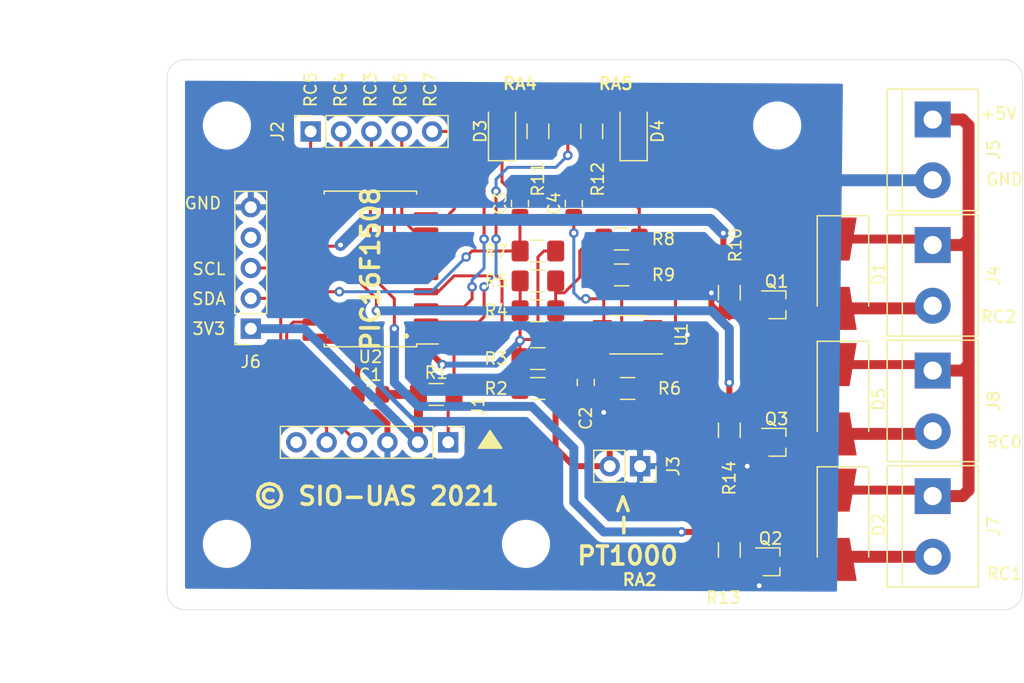
<source format=kicad_pcb>
(kicad_pcb (version 20171130) (host pcbnew "(5.1.5-0-10_14)")

  (general
    (thickness 1.6)
    (drawings 34)
    (tracks 340)
    (zones 0)
    (modules 40)
    (nets 35)
  )

  (page A4)
  (layers
    (0 F.Cu signal)
    (31 B.Cu signal)
    (32 B.Adhes user)
    (33 F.Adhes user)
    (34 B.Paste user)
    (35 F.Paste user)
    (36 B.SilkS user)
    (37 F.SilkS user)
    (38 B.Mask user)
    (39 F.Mask user)
    (40 Dwgs.User user)
    (41 Cmts.User user)
    (42 Eco1.User user)
    (43 Eco2.User user)
    (44 Edge.Cuts user)
    (45 Margin user)
    (46 B.CrtYd user)
    (47 F.CrtYd user)
    (48 B.Fab user)
    (49 F.Fab user)
  )

  (setup
    (last_trace_width 0.5)
    (user_trace_width 0.5)
    (user_trace_width 0.75)
    (user_trace_width 1)
    (trace_clearance 0.2)
    (zone_clearance 0.508)
    (zone_45_only no)
    (trace_min 0.2)
    (via_size 0.8)
    (via_drill 0.4)
    (via_min_size 0.4)
    (via_min_drill 0.3)
    (uvia_size 0.3)
    (uvia_drill 0.1)
    (uvias_allowed no)
    (uvia_min_size 0.2)
    (uvia_min_drill 0.1)
    (edge_width 0.05)
    (segment_width 0.2)
    (pcb_text_width 0.3)
    (pcb_text_size 1.5 1.5)
    (mod_edge_width 0.12)
    (mod_text_size 1 1)
    (mod_text_width 0.15)
    (pad_size 1.524 1.524)
    (pad_drill 0.762)
    (pad_to_mask_clearance 0.051)
    (solder_mask_min_width 0.25)
    (aux_axis_origin 0 0)
    (visible_elements FFFFFF7F)
    (pcbplotparams
      (layerselection 0x010fc_ffffffff)
      (usegerberextensions false)
      (usegerberattributes false)
      (usegerberadvancedattributes false)
      (creategerberjobfile false)
      (excludeedgelayer true)
      (linewidth 0.100000)
      (plotframeref false)
      (viasonmask false)
      (mode 1)
      (useauxorigin false)
      (hpglpennumber 1)
      (hpglpenspeed 20)
      (hpglpendiameter 15.000000)
      (psnegative false)
      (psa4output false)
      (plotreference true)
      (plotvalue true)
      (plotinvisibletext false)
      (padsonsilk false)
      (subtractmaskfromsilk false)
      (outputformat 1)
      (mirror false)
      (drillshape 1)
      (scaleselection 1)
      (outputdirectory ""))
  )

  (net 0 "")
  (net 1 +3V3)
  (net 2 GND)
  (net 3 "Net-(C3-Pad1)")
  (net 4 "Net-(C4-Pad1)")
  (net 5 "Net-(D1-Pad2)")
  (net 6 +VSW)
  (net 7 "Net-(D2-Pad2)")
  (net 8 "Net-(D3-Pad2)")
  (net 9 "Net-(D4-Pad2)")
  (net 10 "Net-(D5-Pad2)")
  (net 11 "Net-(J1-Pad6)")
  (net 12 "Net-(J1-Pad5)")
  (net 13 "Net-(J1-Pad4)")
  (net 14 "Net-(J1-Pad1)")
  (net 15 "Net-(J2-Pad5)")
  (net 16 "Net-(J2-Pad4)")
  (net 17 "Net-(J2-Pad3)")
  (net 18 "Net-(J2-Pad2)")
  (net 19 "Net-(J2-Pad1)")
  (net 20 "Net-(J3-Pad2)")
  (net 21 "Net-(J6-Pad4)")
  (net 22 "Net-(J6-Pad3)")
  (net 23 "Net-(J6-Pad2)")
  (net 24 "Net-(Q1-Pad1)")
  (net 25 "Net-(Q2-Pad1)")
  (net 26 "Net-(Q3-Pad1)")
  (net 27 "Net-(R4-Pad2)")
  (net 28 "Net-(R6-Pad2)")
  (net 29 "Net-(R6-Pad1)")
  (net 30 "Net-(R7-Pad2)")
  (net 31 "Net-(R11-Pad1)")
  (net 32 "Net-(R12-Pad1)")
  (net 33 "Net-(U2-Pad12)")
  (net 34 "Net-(U2-Pad10)")

  (net_class Default "Dies ist die voreingestellte Netzklasse."
    (clearance 0.2)
    (trace_width 0.25)
    (via_dia 0.8)
    (via_drill 0.4)
    (uvia_dia 0.3)
    (uvia_drill 0.1)
    (add_net +3V3)
    (add_net +VSW)
    (add_net GND)
    (add_net "Net-(C3-Pad1)")
    (add_net "Net-(C4-Pad1)")
    (add_net "Net-(D1-Pad2)")
    (add_net "Net-(D2-Pad2)")
    (add_net "Net-(D3-Pad2)")
    (add_net "Net-(D4-Pad2)")
    (add_net "Net-(D5-Pad2)")
    (add_net "Net-(J1-Pad1)")
    (add_net "Net-(J1-Pad4)")
    (add_net "Net-(J1-Pad5)")
    (add_net "Net-(J1-Pad6)")
    (add_net "Net-(J2-Pad1)")
    (add_net "Net-(J2-Pad2)")
    (add_net "Net-(J2-Pad3)")
    (add_net "Net-(J2-Pad4)")
    (add_net "Net-(J2-Pad5)")
    (add_net "Net-(J3-Pad2)")
    (add_net "Net-(J6-Pad2)")
    (add_net "Net-(J6-Pad3)")
    (add_net "Net-(J6-Pad4)")
    (add_net "Net-(Q1-Pad1)")
    (add_net "Net-(Q2-Pad1)")
    (add_net "Net-(Q3-Pad1)")
    (add_net "Net-(R11-Pad1)")
    (add_net "Net-(R12-Pad1)")
    (add_net "Net-(R4-Pad2)")
    (add_net "Net-(R6-Pad1)")
    (add_net "Net-(R6-Pad2)")
    (add_net "Net-(R7-Pad2)")
    (add_net "Net-(U2-Pad10)")
    (add_net "Net-(U2-Pad12)")
  )

  (module MountingHole:MountingHole_3mm (layer F.Cu) (tedit 56D1B4CB) (tstamp 6012AA3B)
    (at 47 58)
    (descr "Mounting Hole 3mm, no annular")
    (tags "mounting hole 3mm no annular")
    (path /601374AA)
    (attr virtual)
    (fp_text reference H4 (at 0 -4) (layer Dwgs.User)
      (effects (font (size 1 1) (thickness 0.15)))
    )
    (fp_text value MountingHole (at 0 4) (layer F.Fab)
      (effects (font (size 1 1) (thickness 0.15)))
    )
    (fp_circle (center 0 0) (end 3.25 0) (layer F.CrtYd) (width 0.05))
    (fp_circle (center 0 0) (end 3 0) (layer Cmts.User) (width 0.15))
    (fp_text user %R (at 0.3 0) (layer F.Fab)
      (effects (font (size 1 1) (thickness 0.15)))
    )
    (pad 1 np_thru_hole circle (at 0 0) (size 3 3) (drill 3) (layers *.Cu *.Mask))
  )

  (module MountingHole:MountingHole_3mm (layer F.Cu) (tedit 56D1B4CB) (tstamp 6012AA33)
    (at 68 23)
    (descr "Mounting Hole 3mm, no annular")
    (tags "mounting hole 3mm no annular")
    (path /60136F4D)
    (attr virtual)
    (fp_text reference H3 (at 0 -4) (layer Dwgs.User)
      (effects (font (size 1 1) (thickness 0.15)))
    )
    (fp_text value MountingHole (at 0 4) (layer F.Fab)
      (effects (font (size 1 1) (thickness 0.15)))
    )
    (fp_circle (center 0 0) (end 3.25 0) (layer F.CrtYd) (width 0.05))
    (fp_circle (center 0 0) (end 3 0) (layer Cmts.User) (width 0.15))
    (fp_text user %R (at 0.3 0) (layer F.Fab)
      (effects (font (size 1 1) (thickness 0.15)))
    )
    (pad 1 np_thru_hole circle (at 0 0) (size 3 3) (drill 3) (layers *.Cu *.Mask))
  )

  (module MountingHole:MountingHole_3mm (layer F.Cu) (tedit 56D1B4CB) (tstamp 6012AA2B)
    (at 22 58)
    (descr "Mounting Hole 3mm, no annular")
    (tags "mounting hole 3mm no annular")
    (path /601369FC)
    (attr virtual)
    (fp_text reference H2 (at 0 -4) (layer Dwgs.User)
      (effects (font (size 1 1) (thickness 0.15)))
    )
    (fp_text value MountingHole (at 0 4) (layer F.Fab)
      (effects (font (size 1 1) (thickness 0.15)))
    )
    (fp_circle (center 0 0) (end 3.25 0) (layer F.CrtYd) (width 0.05))
    (fp_circle (center 0 0) (end 3 0) (layer Cmts.User) (width 0.15))
    (fp_text user %R (at 0.3 0) (layer F.Fab)
      (effects (font (size 1 1) (thickness 0.15)))
    )
    (pad 1 np_thru_hole circle (at 0 0) (size 3 3) (drill 3) (layers *.Cu *.Mask))
  )

  (module MountingHole:MountingHole_3mm (layer F.Cu) (tedit 56D1B4CB) (tstamp 6012AA23)
    (at 22 23)
    (descr "Mounting Hole 3mm, no annular")
    (tags "mounting hole 3mm no annular")
    (path /60135F67)
    (attr virtual)
    (fp_text reference H1 (at 0 -4) (layer Dwgs.User)
      (effects (font (size 1 1) (thickness 0.15)))
    )
    (fp_text value MountingHole (at 0 4) (layer F.Fab)
      (effects (font (size 1 1) (thickness 0.15)))
    )
    (fp_circle (center 0 0) (end 3.25 0) (layer F.CrtYd) (width 0.05))
    (fp_circle (center 0 0) (end 3 0) (layer Cmts.User) (width 0.15))
    (fp_text user %R (at 0.3 0) (layer F.Fab)
      (effects (font (size 1 1) (thickness 0.15)))
    )
    (pad 1 np_thru_hole circle (at 0 0) (size 3 3) (drill 3) (layers *.Cu *.Mask))
  )

  (module Package_SO:SOIC-20W_7.5x12.8mm_P1.27mm (layer F.Cu) (tedit 5D9F72B1) (tstamp 60114EC4)
    (at 34 35 180)
    (descr "SOIC, 20 Pin (JEDEC MS-013AC, https://www.analog.com/media/en/package-pcb-resources/package/233848rw_20.pdf), generated with kicad-footprint-generator ipc_gullwing_generator.py")
    (tags "SOIC SO")
    (path /600B64A6)
    (attr smd)
    (fp_text reference U2 (at 0 -7.35) (layer F.SilkS)
      (effects (font (size 1 1) (thickness 0.15)))
    )
    (fp_text value PIC16F1508-ISO (at 0 7.35) (layer F.Fab)
      (effects (font (size 1 1) (thickness 0.15)))
    )
    (fp_text user %R (at 0 0) (layer F.Fab)
      (effects (font (size 1 1) (thickness 0.15)))
    )
    (fp_line (start 5.93 -6.65) (end -5.93 -6.65) (layer F.CrtYd) (width 0.05))
    (fp_line (start 5.93 6.65) (end 5.93 -6.65) (layer F.CrtYd) (width 0.05))
    (fp_line (start -5.93 6.65) (end 5.93 6.65) (layer F.CrtYd) (width 0.05))
    (fp_line (start -5.93 -6.65) (end -5.93 6.65) (layer F.CrtYd) (width 0.05))
    (fp_line (start -3.75 -5.4) (end -2.75 -6.4) (layer F.Fab) (width 0.1))
    (fp_line (start -3.75 6.4) (end -3.75 -5.4) (layer F.Fab) (width 0.1))
    (fp_line (start 3.75 6.4) (end -3.75 6.4) (layer F.Fab) (width 0.1))
    (fp_line (start 3.75 -6.4) (end 3.75 6.4) (layer F.Fab) (width 0.1))
    (fp_line (start -2.75 -6.4) (end 3.75 -6.4) (layer F.Fab) (width 0.1))
    (fp_line (start -3.86 -6.275) (end -5.675 -6.275) (layer F.SilkS) (width 0.12))
    (fp_line (start -3.86 -6.51) (end -3.86 -6.275) (layer F.SilkS) (width 0.12))
    (fp_line (start 0 -6.51) (end -3.86 -6.51) (layer F.SilkS) (width 0.12))
    (fp_line (start 3.86 -6.51) (end 3.86 -6.275) (layer F.SilkS) (width 0.12))
    (fp_line (start 0 -6.51) (end 3.86 -6.51) (layer F.SilkS) (width 0.12))
    (fp_line (start -3.86 6.51) (end -3.86 6.275) (layer F.SilkS) (width 0.12))
    (fp_line (start 0 6.51) (end -3.86 6.51) (layer F.SilkS) (width 0.12))
    (fp_line (start 3.86 6.51) (end 3.86 6.275) (layer F.SilkS) (width 0.12))
    (fp_line (start 0 6.51) (end 3.86 6.51) (layer F.SilkS) (width 0.12))
    (pad 20 smd roundrect (at 4.65 -5.715 180) (size 2.05 0.6) (layers F.Cu F.Paste F.Mask) (roundrect_rratio 0.25)
      (net 2 GND))
    (pad 19 smd roundrect (at 4.65 -4.445 180) (size 2.05 0.6) (layers F.Cu F.Paste F.Mask) (roundrect_rratio 0.25)
      (net 13 "Net-(J1-Pad4)"))
    (pad 18 smd roundrect (at 4.65 -3.175 180) (size 2.05 0.6) (layers F.Cu F.Paste F.Mask) (roundrect_rratio 0.25)
      (net 12 "Net-(J1-Pad5)"))
    (pad 17 smd roundrect (at 4.65 -1.905 180) (size 2.05 0.6) (layers F.Cu F.Paste F.Mask) (roundrect_rratio 0.25)
      (net 3 "Net-(C3-Pad1)"))
    (pad 16 smd roundrect (at 4.65 -0.635 180) (size 2.05 0.6) (layers F.Cu F.Paste F.Mask) (roundrect_rratio 0.25)
      (net 26 "Net-(Q3-Pad1)"))
    (pad 15 smd roundrect (at 4.65 0.635 180) (size 2.05 0.6) (layers F.Cu F.Paste F.Mask) (roundrect_rratio 0.25)
      (net 25 "Net-(Q2-Pad1)"))
    (pad 14 smd roundrect (at 4.65 1.905 180) (size 2.05 0.6) (layers F.Cu F.Paste F.Mask) (roundrect_rratio 0.25)
      (net 24 "Net-(Q1-Pad1)"))
    (pad 13 smd roundrect (at 4.65 3.175 180) (size 2.05 0.6) (layers F.Cu F.Paste F.Mask) (roundrect_rratio 0.25)
      (net 23 "Net-(J6-Pad2)"))
    (pad 12 smd roundrect (at 4.65 4.445 180) (size 2.05 0.6) (layers F.Cu F.Paste F.Mask) (roundrect_rratio 0.25)
      (net 33 "Net-(U2-Pad12)"))
    (pad 11 smd roundrect (at 4.65 5.715 180) (size 2.05 0.6) (layers F.Cu F.Paste F.Mask) (roundrect_rratio 0.25)
      (net 22 "Net-(J6-Pad3)"))
    (pad 10 smd roundrect (at -4.65 5.715 180) (size 2.05 0.6) (layers F.Cu F.Paste F.Mask) (roundrect_rratio 0.25)
      (net 34 "Net-(U2-Pad10)"))
    (pad 9 smd roundrect (at -4.65 4.445 180) (size 2.05 0.6) (layers F.Cu F.Paste F.Mask) (roundrect_rratio 0.25)
      (net 15 "Net-(J2-Pad5)"))
    (pad 8 smd roundrect (at -4.65 3.175 180) (size 2.05 0.6) (layers F.Cu F.Paste F.Mask) (roundrect_rratio 0.25)
      (net 16 "Net-(J2-Pad4)"))
    (pad 7 smd roundrect (at -4.65 1.905 180) (size 2.05 0.6) (layers F.Cu F.Paste F.Mask) (roundrect_rratio 0.25)
      (net 17 "Net-(J2-Pad3)"))
    (pad 6 smd roundrect (at -4.65 0.635 180) (size 2.05 0.6) (layers F.Cu F.Paste F.Mask) (roundrect_rratio 0.25)
      (net 18 "Net-(J2-Pad2)"))
    (pad 5 smd roundrect (at -4.65 -0.635 180) (size 2.05 0.6) (layers F.Cu F.Paste F.Mask) (roundrect_rratio 0.25)
      (net 19 "Net-(J2-Pad1)"))
    (pad 4 smd roundrect (at -4.65 -1.905 180) (size 2.05 0.6) (layers F.Cu F.Paste F.Mask) (roundrect_rratio 0.25)
      (net 14 "Net-(J1-Pad1)"))
    (pad 3 smd roundrect (at -4.65 -3.175 180) (size 2.05 0.6) (layers F.Cu F.Paste F.Mask) (roundrect_rratio 0.25)
      (net 31 "Net-(R11-Pad1)"))
    (pad 2 smd roundrect (at -4.65 -4.445 180) (size 2.05 0.6) (layers F.Cu F.Paste F.Mask) (roundrect_rratio 0.25)
      (net 32 "Net-(R12-Pad1)"))
    (pad 1 smd roundrect (at -4.65 -5.715 180) (size 2.05 0.6) (layers F.Cu F.Paste F.Mask) (roundrect_rratio 0.25)
      (net 1 +3V3))
    (model ${KISYS3DMOD}/Package_SO.3dshapes/SOIC-20W_7.5x12.8mm_P1.27mm.wrl
      (at (xyz 0 0 0))
      (scale (xyz 1 1 1))
      (rotate (xyz 0 0 0))
    )
  )

  (module Package_SO:MSOP-8_3x3mm_P0.65mm (layer F.Cu) (tedit 5D9F72B0) (tstamp 60114E99)
    (at 55.5 40.5 180)
    (descr "MSOP, 8 Pin (https://www.jedec.org/system/files/docs/mo-187F.pdf variant AA), generated with kicad-footprint-generator ipc_gullwing_generator.py")
    (tags "MSOP SO")
    (path /6009C38F)
    (attr smd)
    (fp_text reference U1 (at -4.5 0 270) (layer F.SilkS)
      (effects (font (size 1 1) (thickness 0.15)))
    )
    (fp_text value INA326 (at -6 0 270) (layer F.Fab)
      (effects (font (size 1 1) (thickness 0.15)))
    )
    (fp_text user %R (at 0 0) (layer F.Fab)
      (effects (font (size 0.75 0.75) (thickness 0.11)))
    )
    (fp_line (start 3.18 -1.75) (end -3.18 -1.75) (layer F.CrtYd) (width 0.05))
    (fp_line (start 3.18 1.75) (end 3.18 -1.75) (layer F.CrtYd) (width 0.05))
    (fp_line (start -3.18 1.75) (end 3.18 1.75) (layer F.CrtYd) (width 0.05))
    (fp_line (start -3.18 -1.75) (end -3.18 1.75) (layer F.CrtYd) (width 0.05))
    (fp_line (start -1.5 -0.75) (end -0.75 -1.5) (layer F.Fab) (width 0.1))
    (fp_line (start -1.5 1.5) (end -1.5 -0.75) (layer F.Fab) (width 0.1))
    (fp_line (start 1.5 1.5) (end -1.5 1.5) (layer F.Fab) (width 0.1))
    (fp_line (start 1.5 -1.5) (end 1.5 1.5) (layer F.Fab) (width 0.1))
    (fp_line (start -0.75 -1.5) (end 1.5 -1.5) (layer F.Fab) (width 0.1))
    (fp_line (start 0 -1.61) (end -2.925 -1.61) (layer F.SilkS) (width 0.12))
    (fp_line (start 0 -1.61) (end 1.5 -1.61) (layer F.SilkS) (width 0.12))
    (fp_line (start 0 1.61) (end -1.5 1.61) (layer F.SilkS) (width 0.12))
    (fp_line (start 0 1.61) (end 1.5 1.61) (layer F.SilkS) (width 0.12))
    (pad 8 smd roundrect (at 2.1125 -0.975 180) (size 1.625 0.5) (layers F.Cu F.Paste F.Mask) (roundrect_rratio 0.25)
      (net 28 "Net-(R6-Pad2)"))
    (pad 7 smd roundrect (at 2.1125 -0.325 180) (size 1.625 0.5) (layers F.Cu F.Paste F.Mask) (roundrect_rratio 0.25)
      (net 1 +3V3))
    (pad 6 smd roundrect (at 2.1125 0.325 180) (size 1.625 0.5) (layers F.Cu F.Paste F.Mask) (roundrect_rratio 0.25)
      (net 30 "Net-(R7-Pad2)"))
    (pad 5 smd roundrect (at 2.1125 0.975 180) (size 1.625 0.5) (layers F.Cu F.Paste F.Mask) (roundrect_rratio 0.25)
      (net 4 "Net-(C4-Pad1)"))
    (pad 4 smd roundrect (at -2.1125 0.975 180) (size 1.625 0.5) (layers F.Cu F.Paste F.Mask) (roundrect_rratio 0.25)
      (net 2 GND))
    (pad 3 smd roundrect (at -2.1125 0.325 180) (size 1.625 0.5) (layers F.Cu F.Paste F.Mask) (roundrect_rratio 0.25)
      (net 20 "Net-(J3-Pad2)"))
    (pad 2 smd roundrect (at -2.1125 -0.325 180) (size 1.625 0.5) (layers F.Cu F.Paste F.Mask) (roundrect_rratio 0.25)
      (net 27 "Net-(R4-Pad2)"))
    (pad 1 smd roundrect (at -2.1125 -0.975 180) (size 1.625 0.5) (layers F.Cu F.Paste F.Mask) (roundrect_rratio 0.25)
      (net 29 "Net-(R6-Pad1)"))
    (model ${KISYS3DMOD}/Package_SO.3dshapes/MSOP-8_3x3mm_P0.65mm.wrl
      (at (xyz 0 0 0))
      (scale (xyz 1 1 1))
      (rotate (xyz 0 0 0))
    )
  )

  (module Resistor_SMD:R_1206_3216Metric_Pad1.42x1.75mm_HandSolder (layer F.Cu) (tedit 5B301BBD) (tstamp 60114E7F)
    (at 64 48.5 270)
    (descr "Resistor SMD 1206 (3216 Metric), square (rectangular) end terminal, IPC_7351 nominal with elongated pad for handsoldering. (Body size source: http://www.tortai-tech.com/upload/download/2011102023233369053.pdf), generated with kicad-footprint-generator")
    (tags "resistor handsolder")
    (path /601405BA)
    (attr smd)
    (fp_text reference R14 (at 4 0 90) (layer F.SilkS)
      (effects (font (size 1 1) (thickness 0.15)))
    )
    (fp_text value 1k (at 0 1.82 90) (layer F.Fab)
      (effects (font (size 1 1) (thickness 0.15)))
    )
    (fp_text user %R (at 0 0 90) (layer F.Fab)
      (effects (font (size 0.8 0.8) (thickness 0.12)))
    )
    (fp_line (start 2.45 1.12) (end -2.45 1.12) (layer F.CrtYd) (width 0.05))
    (fp_line (start 2.45 -1.12) (end 2.45 1.12) (layer F.CrtYd) (width 0.05))
    (fp_line (start -2.45 -1.12) (end 2.45 -1.12) (layer F.CrtYd) (width 0.05))
    (fp_line (start -2.45 1.12) (end -2.45 -1.12) (layer F.CrtYd) (width 0.05))
    (fp_line (start -0.602064 0.91) (end 0.602064 0.91) (layer F.SilkS) (width 0.12))
    (fp_line (start -0.602064 -0.91) (end 0.602064 -0.91) (layer F.SilkS) (width 0.12))
    (fp_line (start 1.6 0.8) (end -1.6 0.8) (layer F.Fab) (width 0.1))
    (fp_line (start 1.6 -0.8) (end 1.6 0.8) (layer F.Fab) (width 0.1))
    (fp_line (start -1.6 -0.8) (end 1.6 -0.8) (layer F.Fab) (width 0.1))
    (fp_line (start -1.6 0.8) (end -1.6 -0.8) (layer F.Fab) (width 0.1))
    (pad 2 smd roundrect (at 1.4875 0 270) (size 1.425 1.75) (layers F.Cu F.Paste F.Mask) (roundrect_rratio 0.175439)
      (net 2 GND))
    (pad 1 smd roundrect (at -1.4875 0 270) (size 1.425 1.75) (layers F.Cu F.Paste F.Mask) (roundrect_rratio 0.175439)
      (net 26 "Net-(Q3-Pad1)"))
    (model ${KISYS3DMOD}/Resistor_SMD.3dshapes/R_1206_3216Metric.wrl
      (at (xyz 0 0 0))
      (scale (xyz 1 1 1))
      (rotate (xyz 0 0 0))
    )
  )

  (module Resistor_SMD:R_1206_3216Metric_Pad1.42x1.75mm_HandSolder (layer F.Cu) (tedit 5B301BBD) (tstamp 60114E6E)
    (at 64 58.5125 270)
    (descr "Resistor SMD 1206 (3216 Metric), square (rectangular) end terminal, IPC_7351 nominal with elongated pad for handsoldering. (Body size source: http://www.tortai-tech.com/upload/download/2011102023233369053.pdf), generated with kicad-footprint-generator")
    (tags "resistor handsolder")
    (path /6013FEFB)
    (attr smd)
    (fp_text reference R13 (at 3.9875 0.5 180) (layer F.SilkS)
      (effects (font (size 1 1) (thickness 0.15)))
    )
    (fp_text value 1k (at 0 1.82 90) (layer F.Fab)
      (effects (font (size 1 1) (thickness 0.15)))
    )
    (fp_text user %R (at 0 0 90) (layer F.Fab)
      (effects (font (size 0.8 0.8) (thickness 0.12)))
    )
    (fp_line (start 2.45 1.12) (end -2.45 1.12) (layer F.CrtYd) (width 0.05))
    (fp_line (start 2.45 -1.12) (end 2.45 1.12) (layer F.CrtYd) (width 0.05))
    (fp_line (start -2.45 -1.12) (end 2.45 -1.12) (layer F.CrtYd) (width 0.05))
    (fp_line (start -2.45 1.12) (end -2.45 -1.12) (layer F.CrtYd) (width 0.05))
    (fp_line (start -0.602064 0.91) (end 0.602064 0.91) (layer F.SilkS) (width 0.12))
    (fp_line (start -0.602064 -0.91) (end 0.602064 -0.91) (layer F.SilkS) (width 0.12))
    (fp_line (start 1.6 0.8) (end -1.6 0.8) (layer F.Fab) (width 0.1))
    (fp_line (start 1.6 -0.8) (end 1.6 0.8) (layer F.Fab) (width 0.1))
    (fp_line (start -1.6 -0.8) (end 1.6 -0.8) (layer F.Fab) (width 0.1))
    (fp_line (start -1.6 0.8) (end -1.6 -0.8) (layer F.Fab) (width 0.1))
    (pad 2 smd roundrect (at 1.4875 0 270) (size 1.425 1.75) (layers F.Cu F.Paste F.Mask) (roundrect_rratio 0.175439)
      (net 2 GND))
    (pad 1 smd roundrect (at -1.4875 0 270) (size 1.425 1.75) (layers F.Cu F.Paste F.Mask) (roundrect_rratio 0.175439)
      (net 25 "Net-(Q2-Pad1)"))
    (model ${KISYS3DMOD}/Resistor_SMD.3dshapes/R_1206_3216Metric.wrl
      (at (xyz 0 0 0))
      (scale (xyz 1 1 1))
      (rotate (xyz 0 0 0))
    )
  )

  (module Resistor_SMD:R_1206_3216Metric_Pad1.42x1.75mm_HandSolder (layer F.Cu) (tedit 5B301BBD) (tstamp 60114E5D)
    (at 52.5 23.4875 270)
    (descr "Resistor SMD 1206 (3216 Metric), square (rectangular) end terminal, IPC_7351 nominal with elongated pad for handsoldering. (Body size source: http://www.tortai-tech.com/upload/download/2011102023233369053.pdf), generated with kicad-footprint-generator")
    (tags "resistor handsolder")
    (path /6011FC34)
    (attr smd)
    (fp_text reference R12 (at 4.0125 -0.5 90) (layer F.SilkS)
      (effects (font (size 1 1) (thickness 0.15)))
    )
    (fp_text value 120 (at 0 1.82 90) (layer F.Fab)
      (effects (font (size 1 1) (thickness 0.15)))
    )
    (fp_text user %R (at 0 0 90) (layer F.Fab)
      (effects (font (size 0.8 0.8) (thickness 0.12)))
    )
    (fp_line (start 2.45 1.12) (end -2.45 1.12) (layer F.CrtYd) (width 0.05))
    (fp_line (start 2.45 -1.12) (end 2.45 1.12) (layer F.CrtYd) (width 0.05))
    (fp_line (start -2.45 -1.12) (end 2.45 -1.12) (layer F.CrtYd) (width 0.05))
    (fp_line (start -2.45 1.12) (end -2.45 -1.12) (layer F.CrtYd) (width 0.05))
    (fp_line (start -0.602064 0.91) (end 0.602064 0.91) (layer F.SilkS) (width 0.12))
    (fp_line (start -0.602064 -0.91) (end 0.602064 -0.91) (layer F.SilkS) (width 0.12))
    (fp_line (start 1.6 0.8) (end -1.6 0.8) (layer F.Fab) (width 0.1))
    (fp_line (start 1.6 -0.8) (end 1.6 0.8) (layer F.Fab) (width 0.1))
    (fp_line (start -1.6 -0.8) (end 1.6 -0.8) (layer F.Fab) (width 0.1))
    (fp_line (start -1.6 0.8) (end -1.6 -0.8) (layer F.Fab) (width 0.1))
    (pad 2 smd roundrect (at 1.4875 0 270) (size 1.425 1.75) (layers F.Cu F.Paste F.Mask) (roundrect_rratio 0.175439)
      (net 9 "Net-(D4-Pad2)"))
    (pad 1 smd roundrect (at -1.4875 0 270) (size 1.425 1.75) (layers F.Cu F.Paste F.Mask) (roundrect_rratio 0.175439)
      (net 32 "Net-(R12-Pad1)"))
    (model ${KISYS3DMOD}/Resistor_SMD.3dshapes/R_1206_3216Metric.wrl
      (at (xyz 0 0 0))
      (scale (xyz 1 1 1))
      (rotate (xyz 0 0 0))
    )
  )

  (module Resistor_SMD:R_1206_3216Metric_Pad1.42x1.75mm_HandSolder (layer F.Cu) (tedit 5B301BBD) (tstamp 60114E4C)
    (at 48 23.4875 270)
    (descr "Resistor SMD 1206 (3216 Metric), square (rectangular) end terminal, IPC_7351 nominal with elongated pad for handsoldering. (Body size source: http://www.tortai-tech.com/upload/download/2011102023233369053.pdf), generated with kicad-footprint-generator")
    (tags "resistor handsolder")
    (path /6011F42A)
    (attr smd)
    (fp_text reference R11 (at 4.0125 0 90) (layer F.SilkS)
      (effects (font (size 1 1) (thickness 0.15)))
    )
    (fp_text value 120 (at 0 1.82 90) (layer F.Fab)
      (effects (font (size 1 1) (thickness 0.15)))
    )
    (fp_text user %R (at 0 0 90) (layer F.Fab)
      (effects (font (size 0.8 0.8) (thickness 0.12)))
    )
    (fp_line (start 2.45 1.12) (end -2.45 1.12) (layer F.CrtYd) (width 0.05))
    (fp_line (start 2.45 -1.12) (end 2.45 1.12) (layer F.CrtYd) (width 0.05))
    (fp_line (start -2.45 -1.12) (end 2.45 -1.12) (layer F.CrtYd) (width 0.05))
    (fp_line (start -2.45 1.12) (end -2.45 -1.12) (layer F.CrtYd) (width 0.05))
    (fp_line (start -0.602064 0.91) (end 0.602064 0.91) (layer F.SilkS) (width 0.12))
    (fp_line (start -0.602064 -0.91) (end 0.602064 -0.91) (layer F.SilkS) (width 0.12))
    (fp_line (start 1.6 0.8) (end -1.6 0.8) (layer F.Fab) (width 0.1))
    (fp_line (start 1.6 -0.8) (end 1.6 0.8) (layer F.Fab) (width 0.1))
    (fp_line (start -1.6 -0.8) (end 1.6 -0.8) (layer F.Fab) (width 0.1))
    (fp_line (start -1.6 0.8) (end -1.6 -0.8) (layer F.Fab) (width 0.1))
    (pad 2 smd roundrect (at 1.4875 0 270) (size 1.425 1.75) (layers F.Cu F.Paste F.Mask) (roundrect_rratio 0.175439)
      (net 8 "Net-(D3-Pad2)"))
    (pad 1 smd roundrect (at -1.4875 0 270) (size 1.425 1.75) (layers F.Cu F.Paste F.Mask) (roundrect_rratio 0.175439)
      (net 31 "Net-(R11-Pad1)"))
    (model ${KISYS3DMOD}/Resistor_SMD.3dshapes/R_1206_3216Metric.wrl
      (at (xyz 0 0 0))
      (scale (xyz 1 1 1))
      (rotate (xyz 0 0 0))
    )
  )

  (module Resistor_SMD:R_1206_3216Metric_Pad1.42x1.75mm_HandSolder (layer F.Cu) (tedit 5B301BBD) (tstamp 60114E3B)
    (at 64 36.9875 270)
    (descr "Resistor SMD 1206 (3216 Metric), square (rectangular) end terminal, IPC_7351 nominal with elongated pad for handsoldering. (Body size source: http://www.tortai-tech.com/upload/download/2011102023233369053.pdf), generated with kicad-footprint-generator")
    (tags "resistor handsolder")
    (path /6013F6E7)
    (attr smd)
    (fp_text reference R10 (at -3.9875 -0.5 90) (layer F.SilkS)
      (effects (font (size 1 1) (thickness 0.15)))
    )
    (fp_text value 1k (at 0 1.82 90) (layer F.Fab)
      (effects (font (size 1 1) (thickness 0.15)))
    )
    (fp_text user %R (at 0 0 90) (layer F.Fab)
      (effects (font (size 0.8 0.8) (thickness 0.12)))
    )
    (fp_line (start 2.45 1.12) (end -2.45 1.12) (layer F.CrtYd) (width 0.05))
    (fp_line (start 2.45 -1.12) (end 2.45 1.12) (layer F.CrtYd) (width 0.05))
    (fp_line (start -2.45 -1.12) (end 2.45 -1.12) (layer F.CrtYd) (width 0.05))
    (fp_line (start -2.45 1.12) (end -2.45 -1.12) (layer F.CrtYd) (width 0.05))
    (fp_line (start -0.602064 0.91) (end 0.602064 0.91) (layer F.SilkS) (width 0.12))
    (fp_line (start -0.602064 -0.91) (end 0.602064 -0.91) (layer F.SilkS) (width 0.12))
    (fp_line (start 1.6 0.8) (end -1.6 0.8) (layer F.Fab) (width 0.1))
    (fp_line (start 1.6 -0.8) (end 1.6 0.8) (layer F.Fab) (width 0.1))
    (fp_line (start -1.6 -0.8) (end 1.6 -0.8) (layer F.Fab) (width 0.1))
    (fp_line (start -1.6 0.8) (end -1.6 -0.8) (layer F.Fab) (width 0.1))
    (pad 2 smd roundrect (at 1.4875 0 270) (size 1.425 1.75) (layers F.Cu F.Paste F.Mask) (roundrect_rratio 0.175439)
      (net 2 GND))
    (pad 1 smd roundrect (at -1.4875 0 270) (size 1.425 1.75) (layers F.Cu F.Paste F.Mask) (roundrect_rratio 0.175439)
      (net 24 "Net-(Q1-Pad1)"))
    (model ${KISYS3DMOD}/Resistor_SMD.3dshapes/R_1206_3216Metric.wrl
      (at (xyz 0 0 0))
      (scale (xyz 1 1 1))
      (rotate (xyz 0 0 0))
    )
  )

  (module Resistor_SMD:R_1206_3216Metric_Pad1.42x1.75mm_HandSolder (layer F.Cu) (tedit 5B301BBD) (tstamp 60114E2A)
    (at 55 35.5)
    (descr "Resistor SMD 1206 (3216 Metric), square (rectangular) end terminal, IPC_7351 nominal with elongated pad for handsoldering. (Body size source: http://www.tortai-tech.com/upload/download/2011102023233369053.pdf), generated with kicad-footprint-generator")
    (tags "resistor handsolder")
    (path /6009B814)
    (attr smd)
    (fp_text reference R9 (at 3.5 0) (layer F.SilkS)
      (effects (font (size 1 1) (thickness 0.15)))
    )
    (fp_text value 100k (at 0 1.82) (layer F.Fab)
      (effects (font (size 1 1) (thickness 0.15)))
    )
    (fp_text user %R (at 0 0) (layer F.Fab)
      (effects (font (size 0.8 0.8) (thickness 0.12)))
    )
    (fp_line (start 2.45 1.12) (end -2.45 1.12) (layer F.CrtYd) (width 0.05))
    (fp_line (start 2.45 -1.12) (end 2.45 1.12) (layer F.CrtYd) (width 0.05))
    (fp_line (start -2.45 -1.12) (end 2.45 -1.12) (layer F.CrtYd) (width 0.05))
    (fp_line (start -2.45 1.12) (end -2.45 -1.12) (layer F.CrtYd) (width 0.05))
    (fp_line (start -0.602064 0.91) (end 0.602064 0.91) (layer F.SilkS) (width 0.12))
    (fp_line (start -0.602064 -0.91) (end 0.602064 -0.91) (layer F.SilkS) (width 0.12))
    (fp_line (start 1.6 0.8) (end -1.6 0.8) (layer F.Fab) (width 0.1))
    (fp_line (start 1.6 -0.8) (end 1.6 0.8) (layer F.Fab) (width 0.1))
    (fp_line (start -1.6 -0.8) (end 1.6 -0.8) (layer F.Fab) (width 0.1))
    (fp_line (start -1.6 0.8) (end -1.6 -0.8) (layer F.Fab) (width 0.1))
    (pad 2 smd roundrect (at 1.4875 0) (size 1.425 1.75) (layers F.Cu F.Paste F.Mask) (roundrect_rratio 0.175439)
      (net 2 GND))
    (pad 1 smd roundrect (at -1.4875 0) (size 1.425 1.75) (layers F.Cu F.Paste F.Mask) (roundrect_rratio 0.175439)
      (net 4 "Net-(C4-Pad1)"))
    (model ${KISYS3DMOD}/Resistor_SMD.3dshapes/R_1206_3216Metric.wrl
      (at (xyz 0 0 0))
      (scale (xyz 1 1 1))
      (rotate (xyz 0 0 0))
    )
  )

  (module Resistor_SMD:R_1206_3216Metric_Pad1.42x1.75mm_HandSolder (layer F.Cu) (tedit 5B301BBD) (tstamp 60114E19)
    (at 54.9875 32.5)
    (descr "Resistor SMD 1206 (3216 Metric), square (rectangular) end terminal, IPC_7351 nominal with elongated pad for handsoldering. (Body size source: http://www.tortai-tech.com/upload/download/2011102023233369053.pdf), generated with kicad-footprint-generator")
    (tags "resistor handsolder")
    (path /600A4F86)
    (attr smd)
    (fp_text reference R8 (at 3.5 0) (layer F.SilkS)
      (effects (font (size 1 1) (thickness 0.15)))
    )
    (fp_text value 1k (at 0 -2.5) (layer F.Fab)
      (effects (font (size 1 1) (thickness 0.15)))
    )
    (fp_text user %R (at 0 0) (layer F.Fab)
      (effects (font (size 0.8 0.8) (thickness 0.12)))
    )
    (fp_line (start 2.45 1.12) (end -2.45 1.12) (layer F.CrtYd) (width 0.05))
    (fp_line (start 2.45 -1.12) (end 2.45 1.12) (layer F.CrtYd) (width 0.05))
    (fp_line (start -2.45 -1.12) (end 2.45 -1.12) (layer F.CrtYd) (width 0.05))
    (fp_line (start -2.45 1.12) (end -2.45 -1.12) (layer F.CrtYd) (width 0.05))
    (fp_line (start -0.602064 0.91) (end 0.602064 0.91) (layer F.SilkS) (width 0.12))
    (fp_line (start -0.602064 -0.91) (end 0.602064 -0.91) (layer F.SilkS) (width 0.12))
    (fp_line (start 1.6 0.8) (end -1.6 0.8) (layer F.Fab) (width 0.1))
    (fp_line (start 1.6 -0.8) (end 1.6 0.8) (layer F.Fab) (width 0.1))
    (fp_line (start -1.6 -0.8) (end 1.6 -0.8) (layer F.Fab) (width 0.1))
    (fp_line (start -1.6 0.8) (end -1.6 -0.8) (layer F.Fab) (width 0.1))
    (pad 2 smd roundrect (at 1.4875 0) (size 1.425 1.75) (layers F.Cu F.Paste F.Mask) (roundrect_rratio 0.175439)
      (net 2 GND))
    (pad 1 smd roundrect (at -1.4875 0) (size 1.425 1.75) (layers F.Cu F.Paste F.Mask) (roundrect_rratio 0.175439)
      (net 27 "Net-(R4-Pad2)"))
    (model ${KISYS3DMOD}/Resistor_SMD.3dshapes/R_1206_3216Metric.wrl
      (at (xyz 0 0 0))
      (scale (xyz 1 1 1))
      (rotate (xyz 0 0 0))
    )
  )

  (module Resistor_SMD:R_1206_3216Metric_Pad1.42x1.75mm_HandSolder (layer F.Cu) (tedit 5B301BBD) (tstamp 60114E08)
    (at 48 33.5)
    (descr "Resistor SMD 1206 (3216 Metric), square (rectangular) end terminal, IPC_7351 nominal with elongated pad for handsoldering. (Body size source: http://www.tortai-tech.com/upload/download/2011102023233369053.pdf), generated with kicad-footprint-generator")
    (tags "resistor handsolder")
    (path /600AA2E8)
    (attr smd)
    (fp_text reference R7 (at -3.5 0) (layer F.SilkS)
      (effects (font (size 1 1) (thickness 0.15)))
    )
    (fp_text value 100 (at -6 0) (layer F.Fab)
      (effects (font (size 1 1) (thickness 0.15)))
    )
    (fp_text user %R (at 0 0) (layer F.Fab)
      (effects (font (size 0.8 0.8) (thickness 0.12)))
    )
    (fp_line (start 2.45 1.12) (end -2.45 1.12) (layer F.CrtYd) (width 0.05))
    (fp_line (start 2.45 -1.12) (end 2.45 1.12) (layer F.CrtYd) (width 0.05))
    (fp_line (start -2.45 -1.12) (end 2.45 -1.12) (layer F.CrtYd) (width 0.05))
    (fp_line (start -2.45 1.12) (end -2.45 -1.12) (layer F.CrtYd) (width 0.05))
    (fp_line (start -0.602064 0.91) (end 0.602064 0.91) (layer F.SilkS) (width 0.12))
    (fp_line (start -0.602064 -0.91) (end 0.602064 -0.91) (layer F.SilkS) (width 0.12))
    (fp_line (start 1.6 0.8) (end -1.6 0.8) (layer F.Fab) (width 0.1))
    (fp_line (start 1.6 -0.8) (end 1.6 0.8) (layer F.Fab) (width 0.1))
    (fp_line (start -1.6 -0.8) (end 1.6 -0.8) (layer F.Fab) (width 0.1))
    (fp_line (start -1.6 0.8) (end -1.6 -0.8) (layer F.Fab) (width 0.1))
    (pad 2 smd roundrect (at 1.4875 0) (size 1.425 1.75) (layers F.Cu F.Paste F.Mask) (roundrect_rratio 0.175439)
      (net 30 "Net-(R7-Pad2)"))
    (pad 1 smd roundrect (at -1.4875 0) (size 1.425 1.75) (layers F.Cu F.Paste F.Mask) (roundrect_rratio 0.175439)
      (net 3 "Net-(C3-Pad1)"))
    (model ${KISYS3DMOD}/Resistor_SMD.3dshapes/R_1206_3216Metric.wrl
      (at (xyz 0 0 0))
      (scale (xyz 1 1 1))
      (rotate (xyz 0 0 0))
    )
  )

  (module Resistor_SMD:R_1206_3216Metric_Pad1.42x1.75mm_HandSolder (layer F.Cu) (tedit 5B301BBD) (tstamp 60114DF7)
    (at 55.5 45 180)
    (descr "Resistor SMD 1206 (3216 Metric), square (rectangular) end terminal, IPC_7351 nominal with elongated pad for handsoldering. (Body size source: http://www.tortai-tech.com/upload/download/2011102023233369053.pdf), generated with kicad-footprint-generator")
    (tags "resistor handsolder")
    (path /6009B254)
    (attr smd)
    (fp_text reference R6 (at -3.5 0) (layer F.SilkS)
      (effects (font (size 1 1) (thickness 0.15)))
    )
    (fp_text value 4k7 (at 0 1.82) (layer F.Fab)
      (effects (font (size 1 1) (thickness 0.15)))
    )
    (fp_text user %R (at 0 0) (layer F.Fab)
      (effects (font (size 0.8 0.8) (thickness 0.12)))
    )
    (fp_line (start 2.45 1.12) (end -2.45 1.12) (layer F.CrtYd) (width 0.05))
    (fp_line (start 2.45 -1.12) (end 2.45 1.12) (layer F.CrtYd) (width 0.05))
    (fp_line (start -2.45 -1.12) (end 2.45 -1.12) (layer F.CrtYd) (width 0.05))
    (fp_line (start -2.45 1.12) (end -2.45 -1.12) (layer F.CrtYd) (width 0.05))
    (fp_line (start -0.602064 0.91) (end 0.602064 0.91) (layer F.SilkS) (width 0.12))
    (fp_line (start -0.602064 -0.91) (end 0.602064 -0.91) (layer F.SilkS) (width 0.12))
    (fp_line (start 1.6 0.8) (end -1.6 0.8) (layer F.Fab) (width 0.1))
    (fp_line (start 1.6 -0.8) (end 1.6 0.8) (layer F.Fab) (width 0.1))
    (fp_line (start -1.6 -0.8) (end 1.6 -0.8) (layer F.Fab) (width 0.1))
    (fp_line (start -1.6 0.8) (end -1.6 -0.8) (layer F.Fab) (width 0.1))
    (pad 2 smd roundrect (at 1.4875 0 180) (size 1.425 1.75) (layers F.Cu F.Paste F.Mask) (roundrect_rratio 0.175439)
      (net 28 "Net-(R6-Pad2)"))
    (pad 1 smd roundrect (at -1.4875 0 180) (size 1.425 1.75) (layers F.Cu F.Paste F.Mask) (roundrect_rratio 0.175439)
      (net 29 "Net-(R6-Pad1)"))
    (model ${KISYS3DMOD}/Resistor_SMD.3dshapes/R_1206_3216Metric.wrl
      (at (xyz 0 0 0))
      (scale (xyz 1 1 1))
      (rotate (xyz 0 0 0))
    )
  )

  (module Resistor_SMD:R_1206_3216Metric_Pad1.42x1.75mm_HandSolder (layer F.Cu) (tedit 5B301BBD) (tstamp 60114DE6)
    (at 48 36)
    (descr "Resistor SMD 1206 (3216 Metric), square (rectangular) end terminal, IPC_7351 nominal with elongated pad for handsoldering. (Body size source: http://www.tortai-tech.com/upload/download/2011102023233369053.pdf), generated with kicad-footprint-generator")
    (tags "resistor handsolder")
    (path /600AF035)
    (attr smd)
    (fp_text reference R5 (at -3.4875 0) (layer F.SilkS)
      (effects (font (size 1 1) (thickness 0.15)))
    )
    (fp_text value 100k (at -6.5 0) (layer F.Fab)
      (effects (font (size 1 1) (thickness 0.15)))
    )
    (fp_text user %R (at -0.07 0) (layer F.Fab)
      (effects (font (size 0.8 0.8) (thickness 0.12)))
    )
    (fp_line (start 2.45 1.12) (end -2.45 1.12) (layer F.CrtYd) (width 0.05))
    (fp_line (start 2.45 -1.12) (end 2.45 1.12) (layer F.CrtYd) (width 0.05))
    (fp_line (start -2.45 -1.12) (end 2.45 -1.12) (layer F.CrtYd) (width 0.05))
    (fp_line (start -2.45 1.12) (end -2.45 -1.12) (layer F.CrtYd) (width 0.05))
    (fp_line (start -0.602064 0.91) (end 0.602064 0.91) (layer F.SilkS) (width 0.12))
    (fp_line (start -0.602064 -0.91) (end 0.602064 -0.91) (layer F.SilkS) (width 0.12))
    (fp_line (start 1.6 0.8) (end -1.6 0.8) (layer F.Fab) (width 0.1))
    (fp_line (start 1.6 -0.8) (end 1.6 0.8) (layer F.Fab) (width 0.1))
    (fp_line (start -1.6 -0.8) (end 1.6 -0.8) (layer F.Fab) (width 0.1))
    (fp_line (start -1.6 0.8) (end -1.6 -0.8) (layer F.Fab) (width 0.1))
    (pad 2 smd roundrect (at 1.4875 0) (size 1.425 1.75) (layers F.Cu F.Paste F.Mask) (roundrect_rratio 0.175439)
      (net 27 "Net-(R4-Pad2)"))
    (pad 1 smd roundrect (at -1.4875 0) (size 1.425 1.75) (layers F.Cu F.Paste F.Mask) (roundrect_rratio 0.175439)
      (net 1 +3V3))
    (model ${KISYS3DMOD}/Resistor_SMD.3dshapes/R_1206_3216Metric.wrl
      (at (xyz 0 0 0))
      (scale (xyz 1 1 1))
      (rotate (xyz 0 0 0))
    )
  )

  (module Resistor_SMD:R_1206_3216Metric_Pad1.42x1.75mm_HandSolder (layer F.Cu) (tedit 5B301BBD) (tstamp 60114DD5)
    (at 48 38.5)
    (descr "Resistor SMD 1206 (3216 Metric), square (rectangular) end terminal, IPC_7351 nominal with elongated pad for handsoldering. (Body size source: http://www.tortai-tech.com/upload/download/2011102023233369053.pdf), generated with kicad-footprint-generator")
    (tags "resistor handsolder")
    (path /600A4792)
    (attr smd)
    (fp_text reference R4 (at -3.4875 0) (layer F.SilkS)
      (effects (font (size 1 1) (thickness 0.15)))
    )
    (fp_text value 100k (at -6.4875 0) (layer F.Fab)
      (effects (font (size 1 1) (thickness 0.15)))
    )
    (fp_text user %R (at 0 0) (layer F.Fab)
      (effects (font (size 0.8 0.8) (thickness 0.12)))
    )
    (fp_line (start 2.45 1.12) (end -2.45 1.12) (layer F.CrtYd) (width 0.05))
    (fp_line (start 2.45 -1.12) (end 2.45 1.12) (layer F.CrtYd) (width 0.05))
    (fp_line (start -2.45 -1.12) (end 2.45 -1.12) (layer F.CrtYd) (width 0.05))
    (fp_line (start -2.45 1.12) (end -2.45 -1.12) (layer F.CrtYd) (width 0.05))
    (fp_line (start -0.602064 0.91) (end 0.602064 0.91) (layer F.SilkS) (width 0.12))
    (fp_line (start -0.602064 -0.91) (end 0.602064 -0.91) (layer F.SilkS) (width 0.12))
    (fp_line (start 1.6 0.8) (end -1.6 0.8) (layer F.Fab) (width 0.1))
    (fp_line (start 1.6 -0.8) (end 1.6 0.8) (layer F.Fab) (width 0.1))
    (fp_line (start -1.6 -0.8) (end 1.6 -0.8) (layer F.Fab) (width 0.1))
    (fp_line (start -1.6 0.8) (end -1.6 -0.8) (layer F.Fab) (width 0.1))
    (pad 2 smd roundrect (at 1.4875 0) (size 1.425 1.75) (layers F.Cu F.Paste F.Mask) (roundrect_rratio 0.175439)
      (net 27 "Net-(R4-Pad2)"))
    (pad 1 smd roundrect (at -1.4875 0) (size 1.425 1.75) (layers F.Cu F.Paste F.Mask) (roundrect_rratio 0.175439)
      (net 1 +3V3))
    (model ${KISYS3DMOD}/Resistor_SMD.3dshapes/R_1206_3216Metric.wrl
      (at (xyz 0 0 0))
      (scale (xyz 1 1 1))
      (rotate (xyz 0 0 0))
    )
  )

  (module Resistor_SMD:R_1206_3216Metric_Pad1.42x1.75mm_HandSolder (layer F.Cu) (tedit 5B301BBD) (tstamp 60114DC4)
    (at 47.9875 42.5)
    (descr "Resistor SMD 1206 (3216 Metric), square (rectangular) end terminal, IPC_7351 nominal with elongated pad for handsoldering. (Body size source: http://www.tortai-tech.com/upload/download/2011102023233369053.pdf), generated with kicad-footprint-generator")
    (tags "resistor handsolder")
    (path /600A38D9)
    (attr smd)
    (fp_text reference R3 (at -3.5 0) (layer F.SilkS)
      (effects (font (size 1 1) (thickness 0.15)))
    )
    (fp_text value 100k (at -6.5 0) (layer F.Fab)
      (effects (font (size 1 1) (thickness 0.15)))
    )
    (fp_text user %R (at 0 0) (layer F.Fab)
      (effects (font (size 0.8 0.8) (thickness 0.12)))
    )
    (fp_line (start 2.45 1.12) (end -2.45 1.12) (layer F.CrtYd) (width 0.05))
    (fp_line (start 2.45 -1.12) (end 2.45 1.12) (layer F.CrtYd) (width 0.05))
    (fp_line (start -2.45 -1.12) (end 2.45 -1.12) (layer F.CrtYd) (width 0.05))
    (fp_line (start -2.45 1.12) (end -2.45 -1.12) (layer F.CrtYd) (width 0.05))
    (fp_line (start -0.602064 0.91) (end 0.602064 0.91) (layer F.SilkS) (width 0.12))
    (fp_line (start -0.602064 -0.91) (end 0.602064 -0.91) (layer F.SilkS) (width 0.12))
    (fp_line (start 1.6 0.8) (end -1.6 0.8) (layer F.Fab) (width 0.1))
    (fp_line (start 1.6 -0.8) (end 1.6 0.8) (layer F.Fab) (width 0.1))
    (fp_line (start -1.6 -0.8) (end 1.6 -0.8) (layer F.Fab) (width 0.1))
    (fp_line (start -1.6 0.8) (end -1.6 -0.8) (layer F.Fab) (width 0.1))
    (pad 2 smd roundrect (at 1.4875 0) (size 1.425 1.75) (layers F.Cu F.Paste F.Mask) (roundrect_rratio 0.175439)
      (net 20 "Net-(J3-Pad2)"))
    (pad 1 smd roundrect (at -1.4875 0) (size 1.425 1.75) (layers F.Cu F.Paste F.Mask) (roundrect_rratio 0.175439)
      (net 1 +3V3))
    (model ${KISYS3DMOD}/Resistor_SMD.3dshapes/R_1206_3216Metric.wrl
      (at (xyz 0 0 0))
      (scale (xyz 1 1 1))
      (rotate (xyz 0 0 0))
    )
  )

  (module Resistor_SMD:R_1206_3216Metric_Pad1.42x1.75mm_HandSolder (layer F.Cu) (tedit 5B301BBD) (tstamp 60114DB3)
    (at 47.9875 45)
    (descr "Resistor SMD 1206 (3216 Metric), square (rectangular) end terminal, IPC_7351 nominal with elongated pad for handsoldering. (Body size source: http://www.tortai-tech.com/upload/download/2011102023233369053.pdf), generated with kicad-footprint-generator")
    (tags "resistor handsolder")
    (path /600ADF88)
    (attr smd)
    (fp_text reference R2 (at -3.4875 0) (layer F.SilkS)
      (effects (font (size 1 1) (thickness 0.15)))
    )
    (fp_text value 100k (at -6.4875 0) (layer F.Fab)
      (effects (font (size 1 1) (thickness 0.15)))
    )
    (fp_text user %R (at 0 0) (layer F.Fab)
      (effects (font (size 0.8 0.8) (thickness 0.12)))
    )
    (fp_line (start 2.45 1.12) (end -2.45 1.12) (layer F.CrtYd) (width 0.05))
    (fp_line (start 2.45 -1.12) (end 2.45 1.12) (layer F.CrtYd) (width 0.05))
    (fp_line (start -2.45 -1.12) (end 2.45 -1.12) (layer F.CrtYd) (width 0.05))
    (fp_line (start -2.45 1.12) (end -2.45 -1.12) (layer F.CrtYd) (width 0.05))
    (fp_line (start -0.602064 0.91) (end 0.602064 0.91) (layer F.SilkS) (width 0.12))
    (fp_line (start -0.602064 -0.91) (end 0.602064 -0.91) (layer F.SilkS) (width 0.12))
    (fp_line (start 1.6 0.8) (end -1.6 0.8) (layer F.Fab) (width 0.1))
    (fp_line (start 1.6 -0.8) (end 1.6 0.8) (layer F.Fab) (width 0.1))
    (fp_line (start -1.6 -0.8) (end 1.6 -0.8) (layer F.Fab) (width 0.1))
    (fp_line (start -1.6 0.8) (end -1.6 -0.8) (layer F.Fab) (width 0.1))
    (pad 2 smd roundrect (at 1.4875 0) (size 1.425 1.75) (layers F.Cu F.Paste F.Mask) (roundrect_rratio 0.175439)
      (net 20 "Net-(J3-Pad2)"))
    (pad 1 smd roundrect (at -1.4875 0) (size 1.425 1.75) (layers F.Cu F.Paste F.Mask) (roundrect_rratio 0.175439)
      (net 1 +3V3))
    (model ${KISYS3DMOD}/Resistor_SMD.3dshapes/R_1206_3216Metric.wrl
      (at (xyz 0 0 0))
      (scale (xyz 1 1 1))
      (rotate (xyz 0 0 0))
    )
  )

  (module Resistor_SMD:R_1206_3216Metric_Pad1.42x1.75mm_HandSolder (layer F.Cu) (tedit 5B301BBD) (tstamp 60114DA2)
    (at 39.5 45.5)
    (descr "Resistor SMD 1206 (3216 Metric), square (rectangular) end terminal, IPC_7351 nominal with elongated pad for handsoldering. (Body size source: http://www.tortai-tech.com/upload/download/2011102023233369053.pdf), generated with kicad-footprint-generator")
    (tags "resistor handsolder")
    (path /60130A2A)
    (attr smd)
    (fp_text reference R1 (at 0 -1.82) (layer F.SilkS)
      (effects (font (size 1 1) (thickness 0.15)))
    )
    (fp_text value 4k7 (at 0 1.82) (layer F.Fab)
      (effects (font (size 1 1) (thickness 0.15)))
    )
    (fp_text user %R (at 0 0) (layer F.Fab)
      (effects (font (size 0.8 0.8) (thickness 0.12)))
    )
    (fp_line (start 2.45 1.12) (end -2.45 1.12) (layer F.CrtYd) (width 0.05))
    (fp_line (start 2.45 -1.12) (end 2.45 1.12) (layer F.CrtYd) (width 0.05))
    (fp_line (start -2.45 -1.12) (end 2.45 -1.12) (layer F.CrtYd) (width 0.05))
    (fp_line (start -2.45 1.12) (end -2.45 -1.12) (layer F.CrtYd) (width 0.05))
    (fp_line (start -0.602064 0.91) (end 0.602064 0.91) (layer F.SilkS) (width 0.12))
    (fp_line (start -0.602064 -0.91) (end 0.602064 -0.91) (layer F.SilkS) (width 0.12))
    (fp_line (start 1.6 0.8) (end -1.6 0.8) (layer F.Fab) (width 0.1))
    (fp_line (start 1.6 -0.8) (end 1.6 0.8) (layer F.Fab) (width 0.1))
    (fp_line (start -1.6 -0.8) (end 1.6 -0.8) (layer F.Fab) (width 0.1))
    (fp_line (start -1.6 0.8) (end -1.6 -0.8) (layer F.Fab) (width 0.1))
    (pad 2 smd roundrect (at 1.4875 0) (size 1.425 1.75) (layers F.Cu F.Paste F.Mask) (roundrect_rratio 0.175439)
      (net 14 "Net-(J1-Pad1)"))
    (pad 1 smd roundrect (at -1.4875 0) (size 1.425 1.75) (layers F.Cu F.Paste F.Mask) (roundrect_rratio 0.175439)
      (net 1 +3V3))
    (model ${KISYS3DMOD}/Resistor_SMD.3dshapes/R_1206_3216Metric.wrl
      (at (xyz 0 0 0))
      (scale (xyz 1 1 1))
      (rotate (xyz 0 0 0))
    )
  )

  (module Package_TO_SOT_SMD:SOT-323_SC-70 (layer F.Cu) (tedit 5A02FF57) (tstamp 60114D91)
    (at 68 49.5)
    (descr "SOT-323, SC-70")
    (tags "SOT-323 SC-70")
    (path /6013AEF6)
    (attr smd)
    (fp_text reference Q3 (at -0.05 -1.95) (layer F.SilkS)
      (effects (font (size 1 1) (thickness 0.15)))
    )
    (fp_text value BSS214NW (at -0.05 2.05) (layer F.Fab)
      (effects (font (size 1 1) (thickness 0.15)))
    )
    (fp_line (start -0.18 -1.1) (end -0.68 -0.6) (layer F.Fab) (width 0.1))
    (fp_line (start 0.67 1.1) (end -0.68 1.1) (layer F.Fab) (width 0.1))
    (fp_line (start 0.67 -1.1) (end 0.67 1.1) (layer F.Fab) (width 0.1))
    (fp_line (start -0.68 -0.6) (end -0.68 1.1) (layer F.Fab) (width 0.1))
    (fp_line (start 0.67 -1.1) (end -0.18 -1.1) (layer F.Fab) (width 0.1))
    (fp_line (start -0.68 1.16) (end 0.73 1.16) (layer F.SilkS) (width 0.12))
    (fp_line (start 0.73 -1.16) (end -1.3 -1.16) (layer F.SilkS) (width 0.12))
    (fp_line (start -1.7 1.3) (end -1.7 -1.3) (layer F.CrtYd) (width 0.05))
    (fp_line (start -1.7 -1.3) (end 1.7 -1.3) (layer F.CrtYd) (width 0.05))
    (fp_line (start 1.7 -1.3) (end 1.7 1.3) (layer F.CrtYd) (width 0.05))
    (fp_line (start 1.7 1.3) (end -1.7 1.3) (layer F.CrtYd) (width 0.05))
    (fp_line (start 0.73 -1.16) (end 0.73 -0.5) (layer F.SilkS) (width 0.12))
    (fp_line (start 0.73 0.5) (end 0.73 1.16) (layer F.SilkS) (width 0.12))
    (fp_text user %R (at 0 0 90) (layer F.Fab)
      (effects (font (size 0.5 0.5) (thickness 0.075)))
    )
    (pad 3 smd rect (at 1 0 270) (size 0.45 0.7) (layers F.Cu F.Paste F.Mask)
      (net 10 "Net-(D5-Pad2)"))
    (pad 2 smd rect (at -1 0.65 270) (size 0.45 0.7) (layers F.Cu F.Paste F.Mask)
      (net 2 GND))
    (pad 1 smd rect (at -1 -0.65 270) (size 0.45 0.7) (layers F.Cu F.Paste F.Mask)
      (net 26 "Net-(Q3-Pad1)"))
    (model ${KISYS3DMOD}/Package_TO_SOT_SMD.3dshapes/SOT-323_SC-70.wrl
      (at (xyz 0 0 0))
      (scale (xyz 1 1 1))
      (rotate (xyz 0 0 0))
    )
  )

  (module Package_TO_SOT_SMD:SOT-323_SC-70 (layer F.Cu) (tedit 5A02FF57) (tstamp 60114D7C)
    (at 67.5 59.5)
    (descr "SOT-323, SC-70")
    (tags "SOT-323 SC-70")
    (path /6013896C)
    (attr smd)
    (fp_text reference Q2 (at -0.05 -1.95) (layer F.SilkS)
      (effects (font (size 1 1) (thickness 0.15)))
    )
    (fp_text value BSS214NW (at -0.05 2.05) (layer F.Fab)
      (effects (font (size 1 1) (thickness 0.15)))
    )
    (fp_line (start -0.18 -1.1) (end -0.68 -0.6) (layer F.Fab) (width 0.1))
    (fp_line (start 0.67 1.1) (end -0.68 1.1) (layer F.Fab) (width 0.1))
    (fp_line (start 0.67 -1.1) (end 0.67 1.1) (layer F.Fab) (width 0.1))
    (fp_line (start -0.68 -0.6) (end -0.68 1.1) (layer F.Fab) (width 0.1))
    (fp_line (start 0.67 -1.1) (end -0.18 -1.1) (layer F.Fab) (width 0.1))
    (fp_line (start -0.68 1.16) (end 0.73 1.16) (layer F.SilkS) (width 0.12))
    (fp_line (start 0.73 -1.16) (end -1.3 -1.16) (layer F.SilkS) (width 0.12))
    (fp_line (start -1.7 1.3) (end -1.7 -1.3) (layer F.CrtYd) (width 0.05))
    (fp_line (start -1.7 -1.3) (end 1.7 -1.3) (layer F.CrtYd) (width 0.05))
    (fp_line (start 1.7 -1.3) (end 1.7 1.3) (layer F.CrtYd) (width 0.05))
    (fp_line (start 1.7 1.3) (end -1.7 1.3) (layer F.CrtYd) (width 0.05))
    (fp_line (start 0.73 -1.16) (end 0.73 -0.5) (layer F.SilkS) (width 0.12))
    (fp_line (start 0.73 0.5) (end 0.73 1.16) (layer F.SilkS) (width 0.12))
    (fp_text user %R (at 0 0 90) (layer F.Fab)
      (effects (font (size 0.5 0.5) (thickness 0.075)))
    )
    (pad 3 smd rect (at 1 0 270) (size 0.45 0.7) (layers F.Cu F.Paste F.Mask)
      (net 7 "Net-(D2-Pad2)"))
    (pad 2 smd rect (at -1 0.65 270) (size 0.45 0.7) (layers F.Cu F.Paste F.Mask)
      (net 2 GND))
    (pad 1 smd rect (at -1 -0.65 270) (size 0.45 0.7) (layers F.Cu F.Paste F.Mask)
      (net 25 "Net-(Q2-Pad1)"))
    (model ${KISYS3DMOD}/Package_TO_SOT_SMD.3dshapes/SOT-323_SC-70.wrl
      (at (xyz 0 0 0))
      (scale (xyz 1 1 1))
      (rotate (xyz 0 0 0))
    )
  )

  (module Package_TO_SOT_SMD:SOT-323_SC-70 (layer F.Cu) (tedit 5A02FF57) (tstamp 60114D67)
    (at 68 38)
    (descr "SOT-323, SC-70")
    (tags "SOT-323 SC-70")
    (path /6013CC71)
    (attr smd)
    (fp_text reference Q1 (at -0.05 -1.95) (layer F.SilkS)
      (effects (font (size 1 1) (thickness 0.15)))
    )
    (fp_text value BSS214NW (at -0.05 2.05) (layer F.Fab)
      (effects (font (size 1 1) (thickness 0.15)))
    )
    (fp_line (start -0.18 -1.1) (end -0.68 -0.6) (layer F.Fab) (width 0.1))
    (fp_line (start 0.67 1.1) (end -0.68 1.1) (layer F.Fab) (width 0.1))
    (fp_line (start 0.67 -1.1) (end 0.67 1.1) (layer F.Fab) (width 0.1))
    (fp_line (start -0.68 -0.6) (end -0.68 1.1) (layer F.Fab) (width 0.1))
    (fp_line (start 0.67 -1.1) (end -0.18 -1.1) (layer F.Fab) (width 0.1))
    (fp_line (start -0.68 1.16) (end 0.73 1.16) (layer F.SilkS) (width 0.12))
    (fp_line (start 0.73 -1.16) (end -1.3 -1.16) (layer F.SilkS) (width 0.12))
    (fp_line (start -1.7 1.3) (end -1.7 -1.3) (layer F.CrtYd) (width 0.05))
    (fp_line (start -1.7 -1.3) (end 1.7 -1.3) (layer F.CrtYd) (width 0.05))
    (fp_line (start 1.7 -1.3) (end 1.7 1.3) (layer F.CrtYd) (width 0.05))
    (fp_line (start 1.7 1.3) (end -1.7 1.3) (layer F.CrtYd) (width 0.05))
    (fp_line (start 0.73 -1.16) (end 0.73 -0.5) (layer F.SilkS) (width 0.12))
    (fp_line (start 0.73 0.5) (end 0.73 1.16) (layer F.SilkS) (width 0.12))
    (fp_text user %R (at 0 0 90) (layer F.Fab)
      (effects (font (size 0.5 0.5) (thickness 0.075)))
    )
    (pad 3 smd rect (at 1 0 270) (size 0.45 0.7) (layers F.Cu F.Paste F.Mask)
      (net 5 "Net-(D1-Pad2)"))
    (pad 2 smd rect (at -1 0.65 270) (size 0.45 0.7) (layers F.Cu F.Paste F.Mask)
      (net 2 GND))
    (pad 1 smd rect (at -1 -0.65 270) (size 0.45 0.7) (layers F.Cu F.Paste F.Mask)
      (net 24 "Net-(Q1-Pad1)"))
    (model ${KISYS3DMOD}/Package_TO_SOT_SMD.3dshapes/SOT-323_SC-70.wrl
      (at (xyz 0 0 0))
      (scale (xyz 1 1 1))
      (rotate (xyz 0 0 0))
    )
  )

  (module TerminalBlock:TerminalBlock_bornier-2_P5.08mm (layer F.Cu) (tedit 59FF03AB) (tstamp 60114D52)
    (at 81 43.5 270)
    (descr "simple 2-pin terminal block, pitch 5.08mm, revamped version of bornier2")
    (tags "terminal block bornier2")
    (path /6015240D)
    (fp_text reference J8 (at 2.54 -5.08 90) (layer F.SilkS)
      (effects (font (size 1 1) (thickness 0.15)))
    )
    (fp_text value Screw_Terminal_01x02 (at 2.54 5.08 90) (layer F.Fab)
      (effects (font (size 1 1) (thickness 0.15)))
    )
    (fp_line (start 7.79 4) (end -2.71 4) (layer F.CrtYd) (width 0.05))
    (fp_line (start 7.79 4) (end 7.79 -4) (layer F.CrtYd) (width 0.05))
    (fp_line (start -2.71 -4) (end -2.71 4) (layer F.CrtYd) (width 0.05))
    (fp_line (start -2.71 -4) (end 7.79 -4) (layer F.CrtYd) (width 0.05))
    (fp_line (start -2.54 3.81) (end 7.62 3.81) (layer F.SilkS) (width 0.12))
    (fp_line (start -2.54 -3.81) (end -2.54 3.81) (layer F.SilkS) (width 0.12))
    (fp_line (start 7.62 -3.81) (end -2.54 -3.81) (layer F.SilkS) (width 0.12))
    (fp_line (start 7.62 3.81) (end 7.62 -3.81) (layer F.SilkS) (width 0.12))
    (fp_line (start 7.62 2.54) (end -2.54 2.54) (layer F.SilkS) (width 0.12))
    (fp_line (start 7.54 -3.75) (end -2.46 -3.75) (layer F.Fab) (width 0.1))
    (fp_line (start 7.54 3.75) (end 7.54 -3.75) (layer F.Fab) (width 0.1))
    (fp_line (start -2.46 3.75) (end 7.54 3.75) (layer F.Fab) (width 0.1))
    (fp_line (start -2.46 -3.75) (end -2.46 3.75) (layer F.Fab) (width 0.1))
    (fp_line (start -2.41 2.55) (end 7.49 2.55) (layer F.Fab) (width 0.1))
    (fp_text user %R (at 2.54 0 90) (layer F.Fab)
      (effects (font (size 1 1) (thickness 0.15)))
    )
    (pad 2 thru_hole circle (at 5.08 0 270) (size 3 3) (drill 1.52) (layers *.Cu *.Mask)
      (net 10 "Net-(D5-Pad2)"))
    (pad 1 thru_hole rect (at 0 0 270) (size 3 3) (drill 1.52) (layers *.Cu *.Mask)
      (net 6 +VSW))
    (model ${KISYS3DMOD}/TerminalBlock.3dshapes/TerminalBlock_bornier-2_P5.08mm.wrl
      (offset (xyz 2.539999961853027 0 0))
      (scale (xyz 1 1 1))
      (rotate (xyz 0 0 0))
    )
  )

  (module TerminalBlock:TerminalBlock_bornier-2_P5.08mm (layer F.Cu) (tedit 59FF03AB) (tstamp 60114D3D)
    (at 81 54 270)
    (descr "simple 2-pin terminal block, pitch 5.08mm, revamped version of bornier2")
    (tags "terminal block bornier2")
    (path /60151940)
    (fp_text reference J7 (at 2.54 -5.08 90) (layer F.SilkS)
      (effects (font (size 1 1) (thickness 0.15)))
    )
    (fp_text value Screw_Terminal_01x02 (at 2.54 5.08 90) (layer F.Fab)
      (effects (font (size 1 1) (thickness 0.15)))
    )
    (fp_line (start 7.79 4) (end -2.71 4) (layer F.CrtYd) (width 0.05))
    (fp_line (start 7.79 4) (end 7.79 -4) (layer F.CrtYd) (width 0.05))
    (fp_line (start -2.71 -4) (end -2.71 4) (layer F.CrtYd) (width 0.05))
    (fp_line (start -2.71 -4) (end 7.79 -4) (layer F.CrtYd) (width 0.05))
    (fp_line (start -2.54 3.81) (end 7.62 3.81) (layer F.SilkS) (width 0.12))
    (fp_line (start -2.54 -3.81) (end -2.54 3.81) (layer F.SilkS) (width 0.12))
    (fp_line (start 7.62 -3.81) (end -2.54 -3.81) (layer F.SilkS) (width 0.12))
    (fp_line (start 7.62 3.81) (end 7.62 -3.81) (layer F.SilkS) (width 0.12))
    (fp_line (start 7.62 2.54) (end -2.54 2.54) (layer F.SilkS) (width 0.12))
    (fp_line (start 7.54 -3.75) (end -2.46 -3.75) (layer F.Fab) (width 0.1))
    (fp_line (start 7.54 3.75) (end 7.54 -3.75) (layer F.Fab) (width 0.1))
    (fp_line (start -2.46 3.75) (end 7.54 3.75) (layer F.Fab) (width 0.1))
    (fp_line (start -2.46 -3.75) (end -2.46 3.75) (layer F.Fab) (width 0.1))
    (fp_line (start -2.41 2.55) (end 7.49 2.55) (layer F.Fab) (width 0.1))
    (fp_text user %R (at 2.54 0 90) (layer F.Fab)
      (effects (font (size 1 1) (thickness 0.15)))
    )
    (pad 2 thru_hole circle (at 5.08 0 270) (size 3 3) (drill 1.52) (layers *.Cu *.Mask)
      (net 7 "Net-(D2-Pad2)"))
    (pad 1 thru_hole rect (at 0 0 270) (size 3 3) (drill 1.52) (layers *.Cu *.Mask)
      (net 6 +VSW))
    (model ${KISYS3DMOD}/TerminalBlock.3dshapes/TerminalBlock_bornier-2_P5.08mm.wrl
      (offset (xyz 2.539999961853027 0 0))
      (scale (xyz 1 1 1))
      (rotate (xyz 0 0 0))
    )
  )

  (module Connector_PinSocket_2.54mm:PinSocket_1x05_P2.54mm_Vertical (layer F.Cu) (tedit 5A19A420) (tstamp 60114D28)
    (at 24 40 180)
    (descr "Through hole straight socket strip, 1x05, 2.54mm pitch, single row (from Kicad 4.0.7), script generated")
    (tags "Through hole socket strip THT 1x05 2.54mm single row")
    (path /6010FD4C)
    (fp_text reference J6 (at 0 -2.77) (layer F.SilkS)
      (effects (font (size 1 1) (thickness 0.15)))
    )
    (fp_text value Conn_01x05_Female (at 0 12.93) (layer F.Fab)
      (effects (font (size 1 1) (thickness 0.15)))
    )
    (fp_text user %R (at 0 5.08 90) (layer F.Fab)
      (effects (font (size 1 1) (thickness 0.15)))
    )
    (fp_line (start -1.8 11.9) (end -1.8 -1.8) (layer F.CrtYd) (width 0.05))
    (fp_line (start 1.75 11.9) (end -1.8 11.9) (layer F.CrtYd) (width 0.05))
    (fp_line (start 1.75 -1.8) (end 1.75 11.9) (layer F.CrtYd) (width 0.05))
    (fp_line (start -1.8 -1.8) (end 1.75 -1.8) (layer F.CrtYd) (width 0.05))
    (fp_line (start 0 -1.33) (end 1.33 -1.33) (layer F.SilkS) (width 0.12))
    (fp_line (start 1.33 -1.33) (end 1.33 0) (layer F.SilkS) (width 0.12))
    (fp_line (start 1.33 1.27) (end 1.33 11.49) (layer F.SilkS) (width 0.12))
    (fp_line (start -1.33 11.49) (end 1.33 11.49) (layer F.SilkS) (width 0.12))
    (fp_line (start -1.33 1.27) (end -1.33 11.49) (layer F.SilkS) (width 0.12))
    (fp_line (start -1.33 1.27) (end 1.33 1.27) (layer F.SilkS) (width 0.12))
    (fp_line (start -1.27 11.43) (end -1.27 -1.27) (layer F.Fab) (width 0.1))
    (fp_line (start 1.27 11.43) (end -1.27 11.43) (layer F.Fab) (width 0.1))
    (fp_line (start 1.27 -0.635) (end 1.27 11.43) (layer F.Fab) (width 0.1))
    (fp_line (start 0.635 -1.27) (end 1.27 -0.635) (layer F.Fab) (width 0.1))
    (fp_line (start -1.27 -1.27) (end 0.635 -1.27) (layer F.Fab) (width 0.1))
    (pad 5 thru_hole oval (at 0 10.16 180) (size 1.7 1.7) (drill 1) (layers *.Cu *.Mask)
      (net 2 GND))
    (pad 4 thru_hole oval (at 0 7.62 180) (size 1.7 1.7) (drill 1) (layers *.Cu *.Mask)
      (net 21 "Net-(J6-Pad4)"))
    (pad 3 thru_hole oval (at 0 5.08 180) (size 1.7 1.7) (drill 1) (layers *.Cu *.Mask)
      (net 22 "Net-(J6-Pad3)"))
    (pad 2 thru_hole oval (at 0 2.54 180) (size 1.7 1.7) (drill 1) (layers *.Cu *.Mask)
      (net 23 "Net-(J6-Pad2)"))
    (pad 1 thru_hole rect (at 0 0 180) (size 1.7 1.7) (drill 1) (layers *.Cu *.Mask)
      (net 1 +3V3))
    (model ${KISYS3DMOD}/Connector_PinSocket_2.54mm.3dshapes/PinSocket_1x05_P2.54mm_Vertical.wrl
      (at (xyz 0 0 0))
      (scale (xyz 1 1 1))
      (rotate (xyz 0 0 0))
    )
  )

  (module TerminalBlock:TerminalBlock_bornier-2_P5.08mm (layer F.Cu) (tedit 59FF03AB) (tstamp 60114D0F)
    (at 81 22.5 270)
    (descr "simple 2-pin terminal block, pitch 5.08mm, revamped version of bornier2")
    (tags "terminal block bornier2")
    (path /6014F290)
    (fp_text reference J5 (at 2.54 -5.08 90) (layer F.SilkS)
      (effects (font (size 1 1) (thickness 0.15)))
    )
    (fp_text value Screw_Terminal_01x02 (at 2.54 5.08 90) (layer F.Fab)
      (effects (font (size 1 1) (thickness 0.15)))
    )
    (fp_line (start 7.79 4) (end -2.71 4) (layer F.CrtYd) (width 0.05))
    (fp_line (start 7.79 4) (end 7.79 -4) (layer F.CrtYd) (width 0.05))
    (fp_line (start -2.71 -4) (end -2.71 4) (layer F.CrtYd) (width 0.05))
    (fp_line (start -2.71 -4) (end 7.79 -4) (layer F.CrtYd) (width 0.05))
    (fp_line (start -2.54 3.81) (end 7.62 3.81) (layer F.SilkS) (width 0.12))
    (fp_line (start -2.54 -3.81) (end -2.54 3.81) (layer F.SilkS) (width 0.12))
    (fp_line (start 7.62 -3.81) (end -2.54 -3.81) (layer F.SilkS) (width 0.12))
    (fp_line (start 7.62 3.81) (end 7.62 -3.81) (layer F.SilkS) (width 0.12))
    (fp_line (start 7.62 2.54) (end -2.54 2.54) (layer F.SilkS) (width 0.12))
    (fp_line (start 7.54 -3.75) (end -2.46 -3.75) (layer F.Fab) (width 0.1))
    (fp_line (start 7.54 3.75) (end 7.54 -3.75) (layer F.Fab) (width 0.1))
    (fp_line (start -2.46 3.75) (end 7.54 3.75) (layer F.Fab) (width 0.1))
    (fp_line (start -2.46 -3.75) (end -2.46 3.75) (layer F.Fab) (width 0.1))
    (fp_line (start -2.41 2.55) (end 7.49 2.55) (layer F.Fab) (width 0.1))
    (fp_text user %R (at 2.54 0 90) (layer F.Fab)
      (effects (font (size 1 1) (thickness 0.15)))
    )
    (pad 2 thru_hole circle (at 5.08 0 270) (size 3 3) (drill 1.52) (layers *.Cu *.Mask)
      (net 2 GND))
    (pad 1 thru_hole rect (at 0 0 270) (size 3 3) (drill 1.52) (layers *.Cu *.Mask)
      (net 6 +VSW))
    (model ${KISYS3DMOD}/TerminalBlock.3dshapes/TerminalBlock_bornier-2_P5.08mm.wrl
      (offset (xyz 2.539999961853027 0 0))
      (scale (xyz 1 1 1))
      (rotate (xyz 0 0 0))
    )
  )

  (module TerminalBlock:TerminalBlock_bornier-2_P5.08mm (layer F.Cu) (tedit 59FF03AB) (tstamp 60114CFA)
    (at 81 33 270)
    (descr "simple 2-pin terminal block, pitch 5.08mm, revamped version of bornier2")
    (tags "terminal block bornier2")
    (path /60150544)
    (fp_text reference J4 (at 2.54 -5.08 90) (layer F.SilkS)
      (effects (font (size 1 1) (thickness 0.15)))
    )
    (fp_text value Screw_Terminal_01x02 (at 2.54 5.08 90) (layer F.Fab)
      (effects (font (size 1 1) (thickness 0.15)))
    )
    (fp_line (start 7.79 4) (end -2.71 4) (layer F.CrtYd) (width 0.05))
    (fp_line (start 7.79 4) (end 7.79 -4) (layer F.CrtYd) (width 0.05))
    (fp_line (start -2.71 -4) (end -2.71 4) (layer F.CrtYd) (width 0.05))
    (fp_line (start -2.71 -4) (end 7.79 -4) (layer F.CrtYd) (width 0.05))
    (fp_line (start -2.54 3.81) (end 7.62 3.81) (layer F.SilkS) (width 0.12))
    (fp_line (start -2.54 -3.81) (end -2.54 3.81) (layer F.SilkS) (width 0.12))
    (fp_line (start 7.62 -3.81) (end -2.54 -3.81) (layer F.SilkS) (width 0.12))
    (fp_line (start 7.62 3.81) (end 7.62 -3.81) (layer F.SilkS) (width 0.12))
    (fp_line (start 7.62 2.54) (end -2.54 2.54) (layer F.SilkS) (width 0.12))
    (fp_line (start 7.54 -3.75) (end -2.46 -3.75) (layer F.Fab) (width 0.1))
    (fp_line (start 7.54 3.75) (end 7.54 -3.75) (layer F.Fab) (width 0.1))
    (fp_line (start -2.46 3.75) (end 7.54 3.75) (layer F.Fab) (width 0.1))
    (fp_line (start -2.46 -3.75) (end -2.46 3.75) (layer F.Fab) (width 0.1))
    (fp_line (start -2.41 2.55) (end 7.49 2.55) (layer F.Fab) (width 0.1))
    (fp_text user %R (at 2.54 0 90) (layer F.Fab)
      (effects (font (size 1 1) (thickness 0.15)))
    )
    (pad 2 thru_hole circle (at 5.08 0 270) (size 3 3) (drill 1.52) (layers *.Cu *.Mask)
      (net 5 "Net-(D1-Pad2)"))
    (pad 1 thru_hole rect (at 0 0 270) (size 3 3) (drill 1.52) (layers *.Cu *.Mask)
      (net 6 +VSW))
    (model ${KISYS3DMOD}/TerminalBlock.3dshapes/TerminalBlock_bornier-2_P5.08mm.wrl
      (offset (xyz 2.539999961853027 0 0))
      (scale (xyz 1 1 1))
      (rotate (xyz 0 0 0))
    )
  )

  (module Connector_PinSocket_2.54mm:PinSocket_1x02_P2.54mm_Vertical (layer F.Cu) (tedit 5A19A420) (tstamp 60114CE5)
    (at 56.54 51.5 270)
    (descr "Through hole straight socket strip, 1x02, 2.54mm pitch, single row (from Kicad 4.0.7), script generated")
    (tags "Through hole socket strip THT 1x02 2.54mm single row")
    (path /600A6A4E)
    (fp_text reference J3 (at 0 -2.77 90) (layer F.SilkS)
      (effects (font (size 1 1) (thickness 0.15)))
    )
    (fp_text value Conn_01x02 (at 0 5.31 90) (layer F.Fab)
      (effects (font (size 1 1) (thickness 0.15)))
    )
    (fp_text user %R (at 0 1.27) (layer F.Fab)
      (effects (font (size 1 1) (thickness 0.15)))
    )
    (fp_line (start -1.8 4.3) (end -1.8 -1.8) (layer F.CrtYd) (width 0.05))
    (fp_line (start 1.75 4.3) (end -1.8 4.3) (layer F.CrtYd) (width 0.05))
    (fp_line (start 1.75 -1.8) (end 1.75 4.3) (layer F.CrtYd) (width 0.05))
    (fp_line (start -1.8 -1.8) (end 1.75 -1.8) (layer F.CrtYd) (width 0.05))
    (fp_line (start 0 -1.33) (end 1.33 -1.33) (layer F.SilkS) (width 0.12))
    (fp_line (start 1.33 -1.33) (end 1.33 0) (layer F.SilkS) (width 0.12))
    (fp_line (start 1.33 1.27) (end 1.33 3.87) (layer F.SilkS) (width 0.12))
    (fp_line (start -1.33 3.87) (end 1.33 3.87) (layer F.SilkS) (width 0.12))
    (fp_line (start -1.33 1.27) (end -1.33 3.87) (layer F.SilkS) (width 0.12))
    (fp_line (start -1.33 1.27) (end 1.33 1.27) (layer F.SilkS) (width 0.12))
    (fp_line (start -1.27 3.81) (end -1.27 -1.27) (layer F.Fab) (width 0.1))
    (fp_line (start 1.27 3.81) (end -1.27 3.81) (layer F.Fab) (width 0.1))
    (fp_line (start 1.27 -0.635) (end 1.27 3.81) (layer F.Fab) (width 0.1))
    (fp_line (start 0.635 -1.27) (end 1.27 -0.635) (layer F.Fab) (width 0.1))
    (fp_line (start -1.27 -1.27) (end 0.635 -1.27) (layer F.Fab) (width 0.1))
    (pad 2 thru_hole oval (at 0 2.54 270) (size 1.7 1.7) (drill 1) (layers *.Cu *.Mask)
      (net 20 "Net-(J3-Pad2)"))
    (pad 1 thru_hole rect (at 0 0 270) (size 1.7 1.7) (drill 1) (layers *.Cu *.Mask)
      (net 2 GND))
    (model ${KISYS3DMOD}/Connector_PinSocket_2.54mm.3dshapes/PinSocket_1x02_P2.54mm_Vertical.wrl
      (at (xyz 0 0 0))
      (scale (xyz 1 1 1))
      (rotate (xyz 0 0 0))
    )
  )

  (module Connector_PinSocket_2.54mm:PinSocket_1x05_P2.54mm_Vertical (layer F.Cu) (tedit 5A19A420) (tstamp 60114CCF)
    (at 29 23.5 90)
    (descr "Through hole straight socket strip, 1x05, 2.54mm pitch, single row (from Kicad 4.0.7), script generated")
    (tags "Through hole socket strip THT 1x05 2.54mm single row")
    (path /601822AD)
    (fp_text reference J2 (at 0 -2.77 90) (layer F.SilkS)
      (effects (font (size 1 1) (thickness 0.15)))
    )
    (fp_text value Conn_01x05_Female (at 0 12.93 90) (layer F.Fab)
      (effects (font (size 1 1) (thickness 0.15)))
    )
    (fp_text user %R (at 0 5.08) (layer F.Fab)
      (effects (font (size 1 1) (thickness 0.15)))
    )
    (fp_line (start -1.8 11.9) (end -1.8 -1.8) (layer F.CrtYd) (width 0.05))
    (fp_line (start 1.75 11.9) (end -1.8 11.9) (layer F.CrtYd) (width 0.05))
    (fp_line (start 1.75 -1.8) (end 1.75 11.9) (layer F.CrtYd) (width 0.05))
    (fp_line (start -1.8 -1.8) (end 1.75 -1.8) (layer F.CrtYd) (width 0.05))
    (fp_line (start 0 -1.33) (end 1.33 -1.33) (layer F.SilkS) (width 0.12))
    (fp_line (start 1.33 -1.33) (end 1.33 0) (layer F.SilkS) (width 0.12))
    (fp_line (start 1.33 1.27) (end 1.33 11.49) (layer F.SilkS) (width 0.12))
    (fp_line (start -1.33 11.49) (end 1.33 11.49) (layer F.SilkS) (width 0.12))
    (fp_line (start -1.33 1.27) (end -1.33 11.49) (layer F.SilkS) (width 0.12))
    (fp_line (start -1.33 1.27) (end 1.33 1.27) (layer F.SilkS) (width 0.12))
    (fp_line (start -1.27 11.43) (end -1.27 -1.27) (layer F.Fab) (width 0.1))
    (fp_line (start 1.27 11.43) (end -1.27 11.43) (layer F.Fab) (width 0.1))
    (fp_line (start 1.27 -0.635) (end 1.27 11.43) (layer F.Fab) (width 0.1))
    (fp_line (start 0.635 -1.27) (end 1.27 -0.635) (layer F.Fab) (width 0.1))
    (fp_line (start -1.27 -1.27) (end 0.635 -1.27) (layer F.Fab) (width 0.1))
    (pad 5 thru_hole oval (at 0 10.16 90) (size 1.7 1.7) (drill 1) (layers *.Cu *.Mask)
      (net 15 "Net-(J2-Pad5)"))
    (pad 4 thru_hole oval (at 0 7.62 90) (size 1.7 1.7) (drill 1) (layers *.Cu *.Mask)
      (net 16 "Net-(J2-Pad4)"))
    (pad 3 thru_hole oval (at 0 5.08 90) (size 1.7 1.7) (drill 1) (layers *.Cu *.Mask)
      (net 17 "Net-(J2-Pad3)"))
    (pad 2 thru_hole oval (at 0 2.54 90) (size 1.7 1.7) (drill 1) (layers *.Cu *.Mask)
      (net 18 "Net-(J2-Pad2)"))
    (pad 1 thru_hole rect (at 0 0 90) (size 1.7 1.7) (drill 1) (layers *.Cu *.Mask)
      (net 19 "Net-(J2-Pad1)"))
    (model ${KISYS3DMOD}/Connector_PinSocket_2.54mm.3dshapes/PinSocket_1x05_P2.54mm_Vertical.wrl
      (at (xyz 0 0 0))
      (scale (xyz 1 1 1))
      (rotate (xyz 0 0 0))
    )
  )

  (module Connector_PinHeader_2.54mm:PinHeader_1x06_P2.54mm_Vertical (layer F.Cu) (tedit 59FED5CC) (tstamp 60114CB6)
    (at 40.5 49.5 270)
    (descr "Through hole straight pin header, 1x06, 2.54mm pitch, single row")
    (tags "Through hole pin header THT 1x06 2.54mm single row")
    (path /60103A4E)
    (fp_text reference J1 (at -3 -2.5 90) (layer F.SilkS)
      (effects (font (size 1 1) (thickness 0.15)))
    )
    (fp_text value Conn_PIC_ICSP_ICD (at 0 15.03 90) (layer F.Fab)
      (effects (font (size 1 1) (thickness 0.15)))
    )
    (fp_text user %R (at 0 6.35) (layer F.Fab)
      (effects (font (size 1 1) (thickness 0.15)))
    )
    (fp_line (start 1.8 -1.8) (end -1.8 -1.8) (layer F.CrtYd) (width 0.05))
    (fp_line (start 1.8 14.5) (end 1.8 -1.8) (layer F.CrtYd) (width 0.05))
    (fp_line (start -1.8 14.5) (end 1.8 14.5) (layer F.CrtYd) (width 0.05))
    (fp_line (start -1.8 -1.8) (end -1.8 14.5) (layer F.CrtYd) (width 0.05))
    (fp_line (start -1.33 -1.33) (end 0 -1.33) (layer F.SilkS) (width 0.12))
    (fp_line (start -1.33 0) (end -1.33 -1.33) (layer F.SilkS) (width 0.12))
    (fp_line (start -1.33 1.27) (end 1.33 1.27) (layer F.SilkS) (width 0.12))
    (fp_line (start 1.33 1.27) (end 1.33 14.03) (layer F.SilkS) (width 0.12))
    (fp_line (start -1.33 1.27) (end -1.33 14.03) (layer F.SilkS) (width 0.12))
    (fp_line (start -1.33 14.03) (end 1.33 14.03) (layer F.SilkS) (width 0.12))
    (fp_line (start -1.27 -0.635) (end -0.635 -1.27) (layer F.Fab) (width 0.1))
    (fp_line (start -1.27 13.97) (end -1.27 -0.635) (layer F.Fab) (width 0.1))
    (fp_line (start 1.27 13.97) (end -1.27 13.97) (layer F.Fab) (width 0.1))
    (fp_line (start 1.27 -1.27) (end 1.27 13.97) (layer F.Fab) (width 0.1))
    (fp_line (start -0.635 -1.27) (end 1.27 -1.27) (layer F.Fab) (width 0.1))
    (pad 6 thru_hole oval (at 0 12.7 270) (size 1.7 1.7) (drill 1) (layers *.Cu *.Mask)
      (net 11 "Net-(J1-Pad6)"))
    (pad 5 thru_hole oval (at 0 10.16 270) (size 1.7 1.7) (drill 1) (layers *.Cu *.Mask)
      (net 12 "Net-(J1-Pad5)"))
    (pad 4 thru_hole oval (at 0 7.62 270) (size 1.7 1.7) (drill 1) (layers *.Cu *.Mask)
      (net 13 "Net-(J1-Pad4)"))
    (pad 3 thru_hole oval (at 0 5.08 270) (size 1.7 1.7) (drill 1) (layers *.Cu *.Mask)
      (net 2 GND))
    (pad 2 thru_hole oval (at 0 2.54 270) (size 1.7 1.7) (drill 1) (layers *.Cu *.Mask)
      (net 1 +3V3))
    (pad 1 thru_hole rect (at 0 0 270) (size 1.7 1.7) (drill 1) (layers *.Cu *.Mask)
      (net 14 "Net-(J1-Pad1)"))
    (model ${KISYS3DMOD}/Connector_PinHeader_2.54mm.3dshapes/PinHeader_1x06_P2.54mm_Vertical.wrl
      (at (xyz 0 0 0))
      (scale (xyz 1 1 1))
      (rotate (xyz 0 0 0))
    )
  )

  (module Diode_SMD:D_SMA-SMB_Universal_Handsoldering (layer F.Cu) (tedit 5864381A) (tstamp 60114C9C)
    (at 73.5 45.9 270)
    (descr "Diode, Universal, SMA (DO-214AC) or SMB (DO-214AA), Handsoldering,")
    (tags "Diode Universal SMA (DO-214AC) SMB (DO-214AA) Handsoldering ")
    (path /6016147E)
    (attr smd)
    (fp_text reference D5 (at 0 -3 90) (layer F.SilkS)
      (effects (font (size 1 1) (thickness 0.15)))
    )
    (fp_text value D_Schottky (at 0 3.1 90) (layer F.Fab)
      (effects (font (size 1 1) (thickness 0.15)))
    )
    (fp_line (start -4.85 -2.15) (end 2.7 -2.15) (layer F.SilkS) (width 0.12))
    (fp_line (start -4.85 2.15) (end 2.7 2.15) (layer F.SilkS) (width 0.12))
    (fp_line (start -0.64944 0.00102) (end 0.50118 -0.79908) (layer F.Fab) (width 0.1))
    (fp_line (start -0.64944 0.00102) (end 0.50118 0.75032) (layer F.Fab) (width 0.1))
    (fp_line (start 0.50118 0.75032) (end 0.50118 -0.79908) (layer F.Fab) (width 0.1))
    (fp_line (start -0.64944 -0.79908) (end -0.64944 0.80112) (layer F.Fab) (width 0.1))
    (fp_line (start 0.50118 0.00102) (end 1.4994 0.00102) (layer F.Fab) (width 0.1))
    (fp_line (start -0.64944 0.00102) (end -1.55114 0.00102) (layer F.Fab) (width 0.1))
    (fp_line (start -4.95 2.25) (end -4.95 -2.25) (layer F.CrtYd) (width 0.05))
    (fp_line (start 4.95 2.25) (end -4.95 2.25) (layer F.CrtYd) (width 0.05))
    (fp_line (start 4.95 -2.25) (end 4.95 2.25) (layer F.CrtYd) (width 0.05))
    (fp_line (start -4.95 -2.25) (end 4.95 -2.25) (layer F.CrtYd) (width 0.05))
    (fp_line (start 2.3 -1.5) (end -2.3 -1.5) (layer F.Fab) (width 0.1))
    (fp_line (start 2.3 -1.5) (end 2.3 1.5) (layer F.Fab) (width 0.1))
    (fp_line (start -2.3 1.5) (end -2.3 -1.5) (layer F.Fab) (width 0.1))
    (fp_line (start 2.3 1.5) (end -2.3 1.5) (layer F.Fab) (width 0.1))
    (fp_line (start 2.3 -2) (end -2.3 -2) (layer F.Fab) (width 0.1))
    (fp_line (start 2.3 -2) (end 2.3 2) (layer F.Fab) (width 0.1))
    (fp_line (start -2.3 2) (end -2.3 -2) (layer F.Fab) (width 0.1))
    (fp_line (start 2.3 2) (end -2.3 2) (layer F.Fab) (width 0.1))
    (fp_line (start -4.85 -2.15) (end -4.85 2.15) (layer F.SilkS) (width 0.12))
    (fp_text user %R (at 0 -3 90) (layer F.Fab)
      (effects (font (size 1 1) (thickness 0.15)))
    )
    (pad 2 smd trapezoid (at 2.9 0 90) (size 3.6 1.7) (rect_delta 0.6 0 ) (layers F.Cu F.Paste F.Mask)
      (net 10 "Net-(D5-Pad2)"))
    (pad 1 smd trapezoid (at -2.9 0 270) (size 3.6 1.7) (rect_delta 0.6 0 ) (layers F.Cu F.Paste F.Mask)
      (net 6 +VSW))
    (model ${KISYS3DMOD}/Diode_SMD.3dshapes/D_SMB.wrl
      (at (xyz 0 0 0))
      (scale (xyz 1 1 1))
      (rotate (xyz 0 0 0))
    )
  )

  (module LED_SMD:LED_1206_3216Metric_Pad1.42x1.75mm_HandSolder (layer F.Cu) (tedit 5B4B45C9) (tstamp 60114C80)
    (at 56 23.4875 90)
    (descr "LED SMD 1206 (3216 Metric), square (rectangular) end terminal, IPC_7351 nominal, (Body size source: http://www.tortai-tech.com/upload/download/2011102023233369053.pdf), generated with kicad-footprint-generator")
    (tags "LED handsolder")
    (path /6011A70D)
    (attr smd)
    (fp_text reference D4 (at 0 2 90) (layer F.SilkS)
      (effects (font (size 1 1) (thickness 0.15)))
    )
    (fp_text value LED (at 0 1.82 90) (layer F.Fab)
      (effects (font (size 1 1) (thickness 0.15)))
    )
    (fp_text user %R (at 0 0 90) (layer F.Fab)
      (effects (font (size 0.8 0.8) (thickness 0.12)))
    )
    (fp_line (start 2.45 1.12) (end -2.45 1.12) (layer F.CrtYd) (width 0.05))
    (fp_line (start 2.45 -1.12) (end 2.45 1.12) (layer F.CrtYd) (width 0.05))
    (fp_line (start -2.45 -1.12) (end 2.45 -1.12) (layer F.CrtYd) (width 0.05))
    (fp_line (start -2.45 1.12) (end -2.45 -1.12) (layer F.CrtYd) (width 0.05))
    (fp_line (start -2.46 1.135) (end 1.6 1.135) (layer F.SilkS) (width 0.12))
    (fp_line (start -2.46 -1.135) (end -2.46 1.135) (layer F.SilkS) (width 0.12))
    (fp_line (start 1.6 -1.135) (end -2.46 -1.135) (layer F.SilkS) (width 0.12))
    (fp_line (start 1.6 0.8) (end 1.6 -0.8) (layer F.Fab) (width 0.1))
    (fp_line (start -1.6 0.8) (end 1.6 0.8) (layer F.Fab) (width 0.1))
    (fp_line (start -1.6 -0.4) (end -1.6 0.8) (layer F.Fab) (width 0.1))
    (fp_line (start -1.2 -0.8) (end -1.6 -0.4) (layer F.Fab) (width 0.1))
    (fp_line (start 1.6 -0.8) (end -1.2 -0.8) (layer F.Fab) (width 0.1))
    (pad 2 smd roundrect (at 1.4875 0 90) (size 1.425 1.75) (layers F.Cu F.Paste F.Mask) (roundrect_rratio 0.175439)
      (net 9 "Net-(D4-Pad2)"))
    (pad 1 smd roundrect (at -1.4875 0 90) (size 1.425 1.75) (layers F.Cu F.Paste F.Mask) (roundrect_rratio 0.175439)
      (net 2 GND))
    (model ${KISYS3DMOD}/LED_SMD.3dshapes/LED_1206_3216Metric.wrl
      (at (xyz 0 0 0))
      (scale (xyz 1 1 1))
      (rotate (xyz 0 0 0))
    )
  )

  (module LED_SMD:LED_1206_3216Metric_Pad1.42x1.75mm_HandSolder (layer F.Cu) (tedit 5B4B45C9) (tstamp 60114C6D)
    (at 45 23.4875 90)
    (descr "LED SMD 1206 (3216 Metric), square (rectangular) end terminal, IPC_7351 nominal, (Body size source: http://www.tortai-tech.com/upload/download/2011102023233369053.pdf), generated with kicad-footprint-generator")
    (tags "LED handsolder")
    (path /60118C64)
    (attr smd)
    (fp_text reference D3 (at 0 -1.82 90) (layer F.SilkS)
      (effects (font (size 1 1) (thickness 0.15)))
    )
    (fp_text value LED (at 0 1.82 90) (layer F.Fab)
      (effects (font (size 1 1) (thickness 0.15)))
    )
    (fp_text user %R (at 0 0 90) (layer F.Fab)
      (effects (font (size 0.8 0.8) (thickness 0.12)))
    )
    (fp_line (start 2.45 1.12) (end -2.45 1.12) (layer F.CrtYd) (width 0.05))
    (fp_line (start 2.45 -1.12) (end 2.45 1.12) (layer F.CrtYd) (width 0.05))
    (fp_line (start -2.45 -1.12) (end 2.45 -1.12) (layer F.CrtYd) (width 0.05))
    (fp_line (start -2.45 1.12) (end -2.45 -1.12) (layer F.CrtYd) (width 0.05))
    (fp_line (start -2.46 1.135) (end 1.6 1.135) (layer F.SilkS) (width 0.12))
    (fp_line (start -2.46 -1.135) (end -2.46 1.135) (layer F.SilkS) (width 0.12))
    (fp_line (start 1.6 -1.135) (end -2.46 -1.135) (layer F.SilkS) (width 0.12))
    (fp_line (start 1.6 0.8) (end 1.6 -0.8) (layer F.Fab) (width 0.1))
    (fp_line (start -1.6 0.8) (end 1.6 0.8) (layer F.Fab) (width 0.1))
    (fp_line (start -1.6 -0.4) (end -1.6 0.8) (layer F.Fab) (width 0.1))
    (fp_line (start -1.2 -0.8) (end -1.6 -0.4) (layer F.Fab) (width 0.1))
    (fp_line (start 1.6 -0.8) (end -1.2 -0.8) (layer F.Fab) (width 0.1))
    (pad 2 smd roundrect (at 1.4875 0 90) (size 1.425 1.75) (layers F.Cu F.Paste F.Mask) (roundrect_rratio 0.175439)
      (net 8 "Net-(D3-Pad2)"))
    (pad 1 smd roundrect (at -1.4875 0 90) (size 1.425 1.75) (layers F.Cu F.Paste F.Mask) (roundrect_rratio 0.175439)
      (net 2 GND))
    (model ${KISYS3DMOD}/LED_SMD.3dshapes/LED_1206_3216Metric.wrl
      (at (xyz 0 0 0))
      (scale (xyz 1 1 1))
      (rotate (xyz 0 0 0))
    )
  )

  (module Diode_SMD:D_SMA-SMB_Universal_Handsoldering (layer F.Cu) (tedit 5864381A) (tstamp 60114C5A)
    (at 73.5 56.4 270)
    (descr "Diode, Universal, SMA (DO-214AC) or SMB (DO-214AA), Handsoldering,")
    (tags "Diode Universal SMA (DO-214AC) SMB (DO-214AA) Handsoldering ")
    (path /60160CAE)
    (attr smd)
    (fp_text reference D2 (at 0 -3 90) (layer F.SilkS)
      (effects (font (size 1 1) (thickness 0.15)))
    )
    (fp_text value D_Schottky (at 0 3.1 90) (layer F.Fab)
      (effects (font (size 1 1) (thickness 0.15)))
    )
    (fp_line (start -4.85 -2.15) (end 2.7 -2.15) (layer F.SilkS) (width 0.12))
    (fp_line (start -4.85 2.15) (end 2.7 2.15) (layer F.SilkS) (width 0.12))
    (fp_line (start -0.64944 0.00102) (end 0.50118 -0.79908) (layer F.Fab) (width 0.1))
    (fp_line (start -0.64944 0.00102) (end 0.50118 0.75032) (layer F.Fab) (width 0.1))
    (fp_line (start 0.50118 0.75032) (end 0.50118 -0.79908) (layer F.Fab) (width 0.1))
    (fp_line (start -0.64944 -0.79908) (end -0.64944 0.80112) (layer F.Fab) (width 0.1))
    (fp_line (start 0.50118 0.00102) (end 1.4994 0.00102) (layer F.Fab) (width 0.1))
    (fp_line (start -0.64944 0.00102) (end -1.55114 0.00102) (layer F.Fab) (width 0.1))
    (fp_line (start -4.95 2.25) (end -4.95 -2.25) (layer F.CrtYd) (width 0.05))
    (fp_line (start 4.95 2.25) (end -4.95 2.25) (layer F.CrtYd) (width 0.05))
    (fp_line (start 4.95 -2.25) (end 4.95 2.25) (layer F.CrtYd) (width 0.05))
    (fp_line (start -4.95 -2.25) (end 4.95 -2.25) (layer F.CrtYd) (width 0.05))
    (fp_line (start 2.3 -1.5) (end -2.3 -1.5) (layer F.Fab) (width 0.1))
    (fp_line (start 2.3 -1.5) (end 2.3 1.5) (layer F.Fab) (width 0.1))
    (fp_line (start -2.3 1.5) (end -2.3 -1.5) (layer F.Fab) (width 0.1))
    (fp_line (start 2.3 1.5) (end -2.3 1.5) (layer F.Fab) (width 0.1))
    (fp_line (start 2.3 -2) (end -2.3 -2) (layer F.Fab) (width 0.1))
    (fp_line (start 2.3 -2) (end 2.3 2) (layer F.Fab) (width 0.1))
    (fp_line (start -2.3 2) (end -2.3 -2) (layer F.Fab) (width 0.1))
    (fp_line (start 2.3 2) (end -2.3 2) (layer F.Fab) (width 0.1))
    (fp_line (start -4.85 -2.15) (end -4.85 2.15) (layer F.SilkS) (width 0.12))
    (fp_text user %R (at 0 -3 90) (layer F.Fab)
      (effects (font (size 1 1) (thickness 0.15)))
    )
    (pad 2 smd trapezoid (at 2.9 0 90) (size 3.6 1.7) (rect_delta 0.6 0 ) (layers F.Cu F.Paste F.Mask)
      (net 7 "Net-(D2-Pad2)"))
    (pad 1 smd trapezoid (at -2.9 0 270) (size 3.6 1.7) (rect_delta 0.6 0 ) (layers F.Cu F.Paste F.Mask)
      (net 6 +VSW))
    (model ${KISYS3DMOD}/Diode_SMD.3dshapes/D_SMB.wrl
      (at (xyz 0 0 0))
      (scale (xyz 1 1 1))
      (rotate (xyz 0 0 0))
    )
  )

  (module Diode_SMD:D_SMA-SMB_Universal_Handsoldering (layer F.Cu) (tedit 5864381A) (tstamp 60114C3E)
    (at 73.5 35.4 270)
    (descr "Diode, Universal, SMA (DO-214AC) or SMB (DO-214AA), Handsoldering,")
    (tags "Diode Universal SMA (DO-214AC) SMB (DO-214AA) Handsoldering ")
    (path /6015F9D2)
    (attr smd)
    (fp_text reference D1 (at 0 -3 90) (layer F.SilkS)
      (effects (font (size 1 1) (thickness 0.15)))
    )
    (fp_text value D_Schottky (at 0 3.1 90) (layer F.Fab)
      (effects (font (size 1 1) (thickness 0.15)))
    )
    (fp_line (start -4.85 -2.15) (end 2.7 -2.15) (layer F.SilkS) (width 0.12))
    (fp_line (start -4.85 2.15) (end 2.7 2.15) (layer F.SilkS) (width 0.12))
    (fp_line (start -0.64944 0.00102) (end 0.50118 -0.79908) (layer F.Fab) (width 0.1))
    (fp_line (start -0.64944 0.00102) (end 0.50118 0.75032) (layer F.Fab) (width 0.1))
    (fp_line (start 0.50118 0.75032) (end 0.50118 -0.79908) (layer F.Fab) (width 0.1))
    (fp_line (start -0.64944 -0.79908) (end -0.64944 0.80112) (layer F.Fab) (width 0.1))
    (fp_line (start 0.50118 0.00102) (end 1.4994 0.00102) (layer F.Fab) (width 0.1))
    (fp_line (start -0.64944 0.00102) (end -1.55114 0.00102) (layer F.Fab) (width 0.1))
    (fp_line (start -4.95 2.25) (end -4.95 -2.25) (layer F.CrtYd) (width 0.05))
    (fp_line (start 4.95 2.25) (end -4.95 2.25) (layer F.CrtYd) (width 0.05))
    (fp_line (start 4.95 -2.25) (end 4.95 2.25) (layer F.CrtYd) (width 0.05))
    (fp_line (start -4.95 -2.25) (end 4.95 -2.25) (layer F.CrtYd) (width 0.05))
    (fp_line (start 2.3 -1.5) (end -2.3 -1.5) (layer F.Fab) (width 0.1))
    (fp_line (start 2.3 -1.5) (end 2.3 1.5) (layer F.Fab) (width 0.1))
    (fp_line (start -2.3 1.5) (end -2.3 -1.5) (layer F.Fab) (width 0.1))
    (fp_line (start 2.3 1.5) (end -2.3 1.5) (layer F.Fab) (width 0.1))
    (fp_line (start 2.3 -2) (end -2.3 -2) (layer F.Fab) (width 0.1))
    (fp_line (start 2.3 -2) (end 2.3 2) (layer F.Fab) (width 0.1))
    (fp_line (start -2.3 2) (end -2.3 -2) (layer F.Fab) (width 0.1))
    (fp_line (start 2.3 2) (end -2.3 2) (layer F.Fab) (width 0.1))
    (fp_line (start -4.85 -2.15) (end -4.85 2.15) (layer F.SilkS) (width 0.12))
    (fp_text user %R (at 0 -3 90) (layer F.Fab)
      (effects (font (size 1 1) (thickness 0.15)))
    )
    (pad 2 smd trapezoid (at 2.9 0 90) (size 3.6 1.7) (rect_delta 0.6 0 ) (layers F.Cu F.Paste F.Mask)
      (net 5 "Net-(D1-Pad2)"))
    (pad 1 smd trapezoid (at -2.9 0 270) (size 3.6 1.7) (rect_delta 0.6 0 ) (layers F.Cu F.Paste F.Mask)
      (net 6 +VSW))
    (model ${KISYS3DMOD}/Diode_SMD.3dshapes/D_SMB.wrl
      (at (xyz 0 0 0))
      (scale (xyz 1 1 1))
      (rotate (xyz 0 0 0))
    )
  )

  (module Capacitor_SMD:C_0805_2012Metric_Pad1.15x1.40mm_HandSolder (layer F.Cu) (tedit 5B36C52B) (tstamp 60114C22)
    (at 51 29.525 90)
    (descr "Capacitor SMD 0805 (2012 Metric), square (rectangular) end terminal, IPC_7351 nominal with elongated pad for handsoldering. (Body size source: https://docs.google.com/spreadsheets/d/1BsfQQcO9C6DZCsRaXUlFlo91Tg2WpOkGARC1WS5S8t0/edit?usp=sharing), generated with kicad-footprint-generator")
    (tags "capacitor handsolder")
    (path /6009BEC7)
    (attr smd)
    (fp_text reference C4 (at 0 -1.65 90) (layer F.SilkS)
      (effects (font (size 1 1) (thickness 0.15)))
    )
    (fp_text value 1n (at 0 1.65 90) (layer F.Fab)
      (effects (font (size 1 1) (thickness 0.15)))
    )
    (fp_text user %R (at 0 0 90) (layer F.Fab)
      (effects (font (size 0.5 0.5) (thickness 0.08)))
    )
    (fp_line (start 1.85 0.95) (end -1.85 0.95) (layer F.CrtYd) (width 0.05))
    (fp_line (start 1.85 -0.95) (end 1.85 0.95) (layer F.CrtYd) (width 0.05))
    (fp_line (start -1.85 -0.95) (end 1.85 -0.95) (layer F.CrtYd) (width 0.05))
    (fp_line (start -1.85 0.95) (end -1.85 -0.95) (layer F.CrtYd) (width 0.05))
    (fp_line (start -0.261252 0.71) (end 0.261252 0.71) (layer F.SilkS) (width 0.12))
    (fp_line (start -0.261252 -0.71) (end 0.261252 -0.71) (layer F.SilkS) (width 0.12))
    (fp_line (start 1 0.6) (end -1 0.6) (layer F.Fab) (width 0.1))
    (fp_line (start 1 -0.6) (end 1 0.6) (layer F.Fab) (width 0.1))
    (fp_line (start -1 -0.6) (end 1 -0.6) (layer F.Fab) (width 0.1))
    (fp_line (start -1 0.6) (end -1 -0.6) (layer F.Fab) (width 0.1))
    (pad 2 smd roundrect (at 1.025 0 90) (size 1.15 1.4) (layers F.Cu F.Paste F.Mask) (roundrect_rratio 0.217391)
      (net 2 GND))
    (pad 1 smd roundrect (at -1.025 0 90) (size 1.15 1.4) (layers F.Cu F.Paste F.Mask) (roundrect_rratio 0.217391)
      (net 4 "Net-(C4-Pad1)"))
    (model ${KISYS3DMOD}/Capacitor_SMD.3dshapes/C_0805_2012Metric.wrl
      (at (xyz 0 0 0))
      (scale (xyz 1 1 1))
      (rotate (xyz 0 0 0))
    )
  )

  (module Capacitor_SMD:C_0805_2012Metric_Pad1.15x1.40mm_HandSolder (layer F.Cu) (tedit 5B36C52B) (tstamp 60114C11)
    (at 46.5 29.525 90)
    (descr "Capacitor SMD 0805 (2012 Metric), square (rectangular) end terminal, IPC_7351 nominal with elongated pad for handsoldering. (Body size source: https://docs.google.com/spreadsheets/d/1BsfQQcO9C6DZCsRaXUlFlo91Tg2WpOkGARC1WS5S8t0/edit?usp=sharing), generated with kicad-footprint-generator")
    (tags "capacitor handsolder")
    (path /600AA75D)
    (attr smd)
    (fp_text reference C3 (at 0 -1.65 90) (layer F.SilkS)
      (effects (font (size 1 1) (thickness 0.15)))
    )
    (fp_text value 1u (at 0 1.65 90) (layer F.Fab)
      (effects (font (size 1 1) (thickness 0.15)))
    )
    (fp_text user %R (at 0 0 90) (layer F.Fab)
      (effects (font (size 0.5 0.5) (thickness 0.08)))
    )
    (fp_line (start 1.85 0.95) (end -1.85 0.95) (layer F.CrtYd) (width 0.05))
    (fp_line (start 1.85 -0.95) (end 1.85 0.95) (layer F.CrtYd) (width 0.05))
    (fp_line (start -1.85 -0.95) (end 1.85 -0.95) (layer F.CrtYd) (width 0.05))
    (fp_line (start -1.85 0.95) (end -1.85 -0.95) (layer F.CrtYd) (width 0.05))
    (fp_line (start -0.261252 0.71) (end 0.261252 0.71) (layer F.SilkS) (width 0.12))
    (fp_line (start -0.261252 -0.71) (end 0.261252 -0.71) (layer F.SilkS) (width 0.12))
    (fp_line (start 1 0.6) (end -1 0.6) (layer F.Fab) (width 0.1))
    (fp_line (start 1 -0.6) (end 1 0.6) (layer F.Fab) (width 0.1))
    (fp_line (start -1 -0.6) (end 1 -0.6) (layer F.Fab) (width 0.1))
    (fp_line (start -1 0.6) (end -1 -0.6) (layer F.Fab) (width 0.1))
    (pad 2 smd roundrect (at 1.025 0 90) (size 1.15 1.4) (layers F.Cu F.Paste F.Mask) (roundrect_rratio 0.217391)
      (net 2 GND))
    (pad 1 smd roundrect (at -1.025 0 90) (size 1.15 1.4) (layers F.Cu F.Paste F.Mask) (roundrect_rratio 0.217391)
      (net 3 "Net-(C3-Pad1)"))
    (model ${KISYS3DMOD}/Capacitor_SMD.3dshapes/C_0805_2012Metric.wrl
      (at (xyz 0 0 0))
      (scale (xyz 1 1 1))
      (rotate (xyz 0 0 0))
    )
  )

  (module Capacitor_SMD:C_0805_2012Metric_Pad1.15x1.40mm_HandSolder (layer F.Cu) (tedit 5B36C52B) (tstamp 60114C00)
    (at 52 44.5 90)
    (descr "Capacitor SMD 0805 (2012 Metric), square (rectangular) end terminal, IPC_7351 nominal with elongated pad for handsoldering. (Body size source: https://docs.google.com/spreadsheets/d/1BsfQQcO9C6DZCsRaXUlFlo91Tg2WpOkGARC1WS5S8t0/edit?usp=sharing), generated with kicad-footprint-generator")
    (tags "capacitor handsolder")
    (path /6009EE6D)
    (attr smd)
    (fp_text reference C2 (at -3 0 90) (layer F.SilkS)
      (effects (font (size 1 1) (thickness 0.15)))
    )
    (fp_text value 0.1u (at -3.5 1.65 90) (layer F.Fab)
      (effects (font (size 1 1) (thickness 0.15)))
    )
    (fp_text user %R (at 0 0 90) (layer F.Fab)
      (effects (font (size 0.5 0.5) (thickness 0.08)))
    )
    (fp_line (start 1.85 0.95) (end -1.85 0.95) (layer F.CrtYd) (width 0.05))
    (fp_line (start 1.85 -0.95) (end 1.85 0.95) (layer F.CrtYd) (width 0.05))
    (fp_line (start -1.85 -0.95) (end 1.85 -0.95) (layer F.CrtYd) (width 0.05))
    (fp_line (start -1.85 0.95) (end -1.85 -0.95) (layer F.CrtYd) (width 0.05))
    (fp_line (start -0.261252 0.71) (end 0.261252 0.71) (layer F.SilkS) (width 0.12))
    (fp_line (start -0.261252 -0.71) (end 0.261252 -0.71) (layer F.SilkS) (width 0.12))
    (fp_line (start 1 0.6) (end -1 0.6) (layer F.Fab) (width 0.1))
    (fp_line (start 1 -0.6) (end 1 0.6) (layer F.Fab) (width 0.1))
    (fp_line (start -1 -0.6) (end 1 -0.6) (layer F.Fab) (width 0.1))
    (fp_line (start -1 0.6) (end -1 -0.6) (layer F.Fab) (width 0.1))
    (pad 2 smd roundrect (at 1.025 0 90) (size 1.15 1.4) (layers F.Cu F.Paste F.Mask) (roundrect_rratio 0.217391)
      (net 1 +3V3))
    (pad 1 smd roundrect (at -1.025 0 90) (size 1.15 1.4) (layers F.Cu F.Paste F.Mask) (roundrect_rratio 0.217391)
      (net 2 GND))
    (model ${KISYS3DMOD}/Capacitor_SMD.3dshapes/C_0805_2012Metric.wrl
      (at (xyz 0 0 0))
      (scale (xyz 1 1 1))
      (rotate (xyz 0 0 0))
    )
  )

  (module Capacitor_SMD:C_0805_2012Metric_Pad1.15x1.40mm_HandSolder (layer F.Cu) (tedit 5B36C52B) (tstamp 60114BEF)
    (at 33.975 45.5)
    (descr "Capacitor SMD 0805 (2012 Metric), square (rectangular) end terminal, IPC_7351 nominal with elongated pad for handsoldering. (Body size source: https://docs.google.com/spreadsheets/d/1BsfQQcO9C6DZCsRaXUlFlo91Tg2WpOkGARC1WS5S8t0/edit?usp=sharing), generated with kicad-footprint-generator")
    (tags "capacitor handsolder")
    (path /60134C96)
    (attr smd)
    (fp_text reference C1 (at 0 -1.65) (layer F.SilkS)
      (effects (font (size 1 1) (thickness 0.15)))
    )
    (fp_text value 0.1u (at 0 1.65) (layer F.Fab)
      (effects (font (size 1 1) (thickness 0.15)))
    )
    (fp_text user %R (at 0 0) (layer F.Fab)
      (effects (font (size 0.5 0.5) (thickness 0.08)))
    )
    (fp_line (start 1.85 0.95) (end -1.85 0.95) (layer F.CrtYd) (width 0.05))
    (fp_line (start 1.85 -0.95) (end 1.85 0.95) (layer F.CrtYd) (width 0.05))
    (fp_line (start -1.85 -0.95) (end 1.85 -0.95) (layer F.CrtYd) (width 0.05))
    (fp_line (start -1.85 0.95) (end -1.85 -0.95) (layer F.CrtYd) (width 0.05))
    (fp_line (start -0.261252 0.71) (end 0.261252 0.71) (layer F.SilkS) (width 0.12))
    (fp_line (start -0.261252 -0.71) (end 0.261252 -0.71) (layer F.SilkS) (width 0.12))
    (fp_line (start 1 0.6) (end -1 0.6) (layer F.Fab) (width 0.1))
    (fp_line (start 1 -0.6) (end 1 0.6) (layer F.Fab) (width 0.1))
    (fp_line (start -1 -0.6) (end 1 -0.6) (layer F.Fab) (width 0.1))
    (fp_line (start -1 0.6) (end -1 -0.6) (layer F.Fab) (width 0.1))
    (pad 2 smd roundrect (at 1.025 0) (size 1.15 1.4) (layers F.Cu F.Paste F.Mask) (roundrect_rratio 0.217391)
      (net 1 +3V3))
    (pad 1 smd roundrect (at -1.025 0) (size 1.15 1.4) (layers F.Cu F.Paste F.Mask) (roundrect_rratio 0.217391)
      (net 2 GND))
    (model ${KISYS3DMOD}/Capacitor_SMD.3dshapes/C_0805_2012Metric.wrl
      (at (xyz 0 0 0))
      (scale (xyz 1 1 1))
      (rotate (xyz 0 0 0))
    )
  )

  (gr_text "RA5\n" (at 54.5 19.5) (layer F.SilkS)
    (effects (font (size 1 1) (thickness 0.2)))
  )
  (gr_text "RA4\n" (at 46.5 19.5) (layer F.SilkS)
    (effects (font (size 1 1) (thickness 0.2)))
  )
  (gr_text "RA2\n" (at 56.5 61) (layer F.SilkS)
    (effects (font (size 1 1) (thickness 0.2)))
  )
  (dimension 25 (width 0.12) (layer Dwgs.User)
    (gr_text "25.000 mm" (at 34.5 70.27) (layer Dwgs.User)
      (effects (font (size 1 1) (thickness 0.15)))
    )
    (feature1 (pts (xy 47 58) (xy 47 69.586421)))
    (feature2 (pts (xy 22 58) (xy 22 69.586421)))
    (crossbar (pts (xy 22 69) (xy 47 69)))
    (arrow1a (pts (xy 47 69) (xy 45.873496 69.586421)))
    (arrow1b (pts (xy 47 69) (xy 45.873496 68.413579)))
    (arrow2a (pts (xy 22 69) (xy 23.126504 69.586421)))
    (arrow2b (pts (xy 22 69) (xy 23.126504 68.413579)))
  )
  (dimension 46 (width 0.12) (layer Dwgs.User)
    (gr_text "46.000 mm" (at 45 13.23) (layer Dwgs.User)
      (effects (font (size 1 1) (thickness 0.15)))
    )
    (feature1 (pts (xy 68 23) (xy 68 13.913579)))
    (feature2 (pts (xy 22 23) (xy 22 13.913579)))
    (crossbar (pts (xy 22 14.5) (xy 68 14.5)))
    (arrow1a (pts (xy 68 14.5) (xy 66.873496 15.086421)))
    (arrow1b (pts (xy 68 14.5) (xy 66.873496 13.913579)))
    (arrow2a (pts (xy 22 14.5) (xy 23.126504 15.086421)))
    (arrow2b (pts (xy 22 14.5) (xy 23.126504 13.913579)))
  )
  (dimension 35 (width 0.12) (layer Dwgs.User)
    (gr_text "35.000 mm" (at 6.730001 40.5 270) (layer Dwgs.User)
      (effects (font (size 1 1) (thickness 0.15)))
    )
    (feature1 (pts (xy 22 58) (xy 7.41358 58)))
    (feature2 (pts (xy 22 23) (xy 7.41358 23)))
    (crossbar (pts (xy 8.000001 23) (xy 8.000001 58)))
    (arrow1a (pts (xy 8.000001 58) (xy 7.41358 56.873496)))
    (arrow1b (pts (xy 8.000001 58) (xy 8.586422 56.873496)))
    (arrow2a (pts (xy 8.000001 23) (xy 7.41358 24.126504)))
    (arrow2b (pts (xy 8.000001 23) (xy 8.586422 24.126504)))
  )
  (gr_text . (at 37 40) (layer F.SilkS)
    (effects (font (size 1.5 1.5) (thickness 0.3)))
  )
  (gr_text "—>\n" (at 55 55.5 90) (layer F.SilkS)
    (effects (font (size 1.5 1.5) (thickness 0.3)))
  )
  (gr_text PT1000 (at 55.5 59) (layer F.SilkS)
    (effects (font (size 1.5 1.5) (thickness 0.3)))
  )
  (gr_text "PIC16F1508\n" (at 34 35 90) (layer F.SilkS)
    (effects (font (size 1.5 1.5) (thickness 0.3)))
  )
  (gr_text "© SIO-UAS 2021\n" (at 34.5 54) (layer F.SilkS)
    (effects (font (size 1.5 1.5) (thickness 0.3)))
  )
  (gr_line (start 17 19) (end 17 62) (layer Edge.Cuts) (width 0.05) (tstamp 6011CA89))
  (gr_arc (start 18.5 19) (end 18.5 17.5) (angle -90) (layer Edge.Cuts) (width 0.05) (tstamp 6011CA64))
  (gr_arc (start 18.5 62) (end 17 62) (angle -90) (layer Edge.Cuts) (width 0.05) (tstamp 6011CA64))
  (gr_line (start 87 63.5) (end 18.5 63.5) (layer Edge.Cuts) (width 0.05))
  (gr_line (start 88.5 19) (end 88.5 62) (layer Edge.Cuts) (width 0.05) (tstamp 6011CA6A))
  (gr_arc (start 87 62) (end 87 63.5) (angle -90) (layer Edge.Cuts) (width 0.05) (tstamp 6011CA64))
  (gr_arc (start 87 19) (end 88.5 19) (angle -90) (layer Edge.Cuts) (width 0.05))
  (gr_line (start 18.5 17.5) (end 87 17.5) (layer Edge.Cuts) (width 0.05))
  (gr_text "RC7\n" (at 39 20 -270) (layer F.SilkS)
    (effects (font (size 1 1) (thickness 0.15)))
  )
  (gr_text "RC6\n" (at 36.5 20 -270) (layer F.SilkS)
    (effects (font (size 1 1) (thickness 0.15)))
  )
  (gr_text "RC3\n" (at 34 20 -270) (layer F.SilkS)
    (effects (font (size 1 1) (thickness 0.15)))
  )
  (gr_text "RC4\n" (at 31.5 20 90) (layer F.SilkS)
    (effects (font (size 1 1) (thickness 0.15)))
  )
  (gr_text "RC5\n" (at 29 20 90) (layer F.SilkS)
    (effects (font (size 1 1) (thickness 0.15)))
  )
  (gr_text "GND\n" (at 87 27.5) (layer F.SilkS)
    (effects (font (size 1 1) (thickness 0.15)))
  )
  (gr_text "+5V\n" (at 86.5 22) (layer F.SilkS)
    (effects (font (size 1 1) (thickness 0.15)))
  )
  (gr_text "RC2\n" (at 86.5 39) (layer F.SilkS)
    (effects (font (size 1 1) (thickness 0.15)))
  )
  (gr_text "RC1\n" (at 87 60.5) (layer F.SilkS)
    (effects (font (size 1 1) (thickness 0.15)))
  )
  (gr_text "RC0\n" (at 87 49.5) (layer F.SilkS)
    (effects (font (size 1 1) (thickness 0.15)))
  )
  (gr_poly (pts (xy 45 50) (xy 43 50) (xy 44 48.5)) (layer F.SilkS) (width 0.1))
  (gr_text "SCL\n" (at 20.5 35) (layer F.SilkS)
    (effects (font (size 1 1) (thickness 0.15)))
  )
  (gr_text SDA (at 20.5 37.5) (layer F.SilkS)
    (effects (font (size 1 1) (thickness 0.15)))
  )
  (gr_text "3V3\n" (at 20.5 40) (layer F.SilkS)
    (effects (font (size 1 1) (thickness 0.15)))
  )
  (gr_text "GND\n" (at 20 29.5) (layer F.SilkS)
    (effects (font (size 1 1) (thickness 0.15)))
  )

  (segment (start 38.0125 41.3525) (end 38.0125 45.5) (width 0.75) (layer F.Cu) (net 1))
  (segment (start 38.65 40.715) (end 38.0125 41.3525) (width 0.5) (layer F.Cu) (net 1))
  (segment (start 35 45.5) (end 38.0125 45.5) (width 0.75) (layer F.Cu) (net 1))
  (segment (start 38.0125 49.4475) (end 37.96 49.5) (width 0.25) (layer F.Cu) (net 1))
  (segment (start 38.0125 45.5) (end 38.0125 49.4475) (width 0.75) (layer F.Cu) (net 1))
  (segment (start 46.5 44.125) (end 46.5 42.5) (width 0.25) (layer F.Cu) (net 1))
  (segment (start 46.5 45) (end 46.5 44.125) (width 0.25) (layer F.Cu) (net 1))
  (segment (start 46.5 39.5125) (end 46.5125 39.5) (width 0.25) (layer F.Cu) (net 1))
  (segment (start 46.5 42.5) (end 46.5 41) (width 0.25) (layer F.Cu) (net 1))
  (segment (start 46.5125 39.5) (end 46.5125 37) (width 0.25) (layer F.Cu) (net 1))
  (segment (start 54.2 40.825) (end 53.3875 40.825) (width 0.25) (layer F.Cu) (net 1))
  (segment (start 53.325 40.825) (end 53.25001 40.89999) (width 0.25) (layer F.Cu) (net 1))
  (segment (start 53.3875 40.825) (end 53.325 40.825) (width 0.25) (layer F.Cu) (net 1))
  (segment (start 46.5125 40.81248) (end 46.5125 39.5) (width 0.25) (layer F.Cu) (net 1))
  (segment (start 46.60001 40.89999) (end 46.5125 40.81248) (width 0.25) (layer F.Cu) (net 1))
  (segment (start 46.5125 37) (end 46.5125 36) (width 0.25) (layer F.Cu) (net 1))
  (segment (start 28.46 40) (end 37.96 49.5) (width 0.75) (layer B.Cu) (net 1))
  (segment (start 24 40) (end 28.46 40) (width 0.75) (layer B.Cu) (net 1))
  (segment (start 46.5 41) (end 46.5 41) (width 0.25) (layer F.Cu) (net 1) (tstamp 6011BC07))
  (via (at 46.5 41) (size 0.8) (drill 0.4) (layers F.Cu B.Cu) (net 1) (status 1000000))
  (segment (start 46.5 41) (end 46.5 39.5125) (width 0.25) (layer F.Cu) (net 1) (tstamp 6011BC09))
  (via (at 46.5 41) (size 0.8) (drill 0.4) (layers F.Cu B.Cu) (net 1))
  (segment (start 40 43) (end 40 43) (width 0.25) (layer B.Cu) (net 1) (tstamp 6011BC4F))
  (via (at 40 43) (size 0.8) (drill 0.4) (layers F.Cu B.Cu) (net 1))
  (segment (start 38.65 41.65) (end 38.65 40.715) (width 0.5) (layer F.Cu) (net 1))
  (segment (start 40 43) (end 38.65 41.65) (width 0.5) (layer F.Cu) (net 1))
  (segment (start 40 43) (end 44.5 43) (width 0.5) (layer B.Cu) (net 1))
  (segment (start 44.5 43) (end 45.5 42) (width 0.5) (layer B.Cu) (net 1))
  (segment (start 45.5 42) (end 46.5 41) (width 0.5) (layer B.Cu) (net 1))
  (segment (start 52 43.475) (end 51.025 43.475) (width 0.5) (layer F.Cu) (net 1))
  (segment (start 51.025 43.475) (end 51 43.45) (width 0.5) (layer F.Cu) (net 1))
  (segment (start 51 41) (end 51.10001 40.89999) (width 0.5) (layer F.Cu) (net 1))
  (segment (start 51 43.45) (end 51 41) (width 0.5) (layer F.Cu) (net 1))
  (segment (start 51.10001 40.89999) (end 46.60001 40.89999) (width 0.25) (layer F.Cu) (net 1))
  (segment (start 53.25001 40.89999) (end 51.10001 40.89999) (width 0.25) (layer F.Cu) (net 1))
  (segment (start 29.65 41.015) (end 32.015 41.015) (width 0.5) (layer F.Cu) (net 2))
  (segment (start 29.35 40.715) (end 29.65 41.015) (width 0.25) (layer F.Cu) (net 2))
  (segment (start 32.95 41.95) (end 32.95 45.5) (width 0.5) (layer F.Cu) (net 2))
  (segment (start 32.015 41.015) (end 32.95 41.95) (width 0.5) (layer F.Cu) (net 2))
  (segment (start 35.42 49.5) (end 35.42 47.92) (width 0.5) (layer F.Cu) (net 2))
  (segment (start 35.42 47.92) (end 34.5 47) (width 0.5) (layer F.Cu) (net 2))
  (segment (start 32.95 46.2) (end 32.95 45.5) (width 0.25) (layer F.Cu) (net 2))
  (segment (start 33.75 47) (end 32.95 46.2) (width 0.5) (layer F.Cu) (net 2))
  (segment (start 34.5 47) (end 33.75 47) (width 0.5) (layer F.Cu) (net 2))
  (segment (start 56.475 29.975) (end 56.475 32.5) (width 0.25) (layer F.Cu) (net 2))
  (segment (start 55.975 29.475) (end 56.475 29.975) (width 0.25) (layer F.Cu) (net 2))
  (segment (start 56.475 35.4875) (end 56.4875 35.5) (width 0.25) (layer F.Cu) (net 2))
  (segment (start 56.475 32.5) (end 56.475 35.4875) (width 0.25) (layer F.Cu) (net 2))
  (segment (start 64 39.1875) (end 64 38.475) (width 0.25) (layer F.Cu) (net 2))
  (segment (start 56.4875 35.5) (end 58.5 35.5) (width 0.25) (layer F.Cu) (net 2))
  (segment (start 58.5 35.5) (end 59.5 36.5) (width 0.25) (layer F.Cu) (net 2))
  (segment (start 59.5 36.5) (end 59.5 39.5) (width 0.25) (layer F.Cu) (net 2))
  (segment (start 66.825 38.475) (end 67 38.65) (width 0.25) (layer F.Cu) (net 2))
  (segment (start 64 38.475) (end 66.825 38.475) (width 0.75) (layer F.Cu) (net 2))
  (segment (start 64 60) (end 66.5 60) (width 0.25) (layer F.Cu) (net 2))
  (segment (start 66.5 60) (end 66.5 60.15) (width 0.25) (layer F.Cu) (net 2))
  (segment (start 66.8375 49.9875) (end 67 50.15) (width 0.25) (layer F.Cu) (net 2))
  (segment (start 64 49.9875) (end 66.8375 49.9875) (width 0.75) (layer F.Cu) (net 2))
  (segment (start 47.2 28.5) (end 51 28.5) (width 0.25) (layer F.Cu) (net 2))
  (segment (start 46.5 28.5) (end 47.2 28.5) (width 0.25) (layer F.Cu) (net 2))
  (segment (start 52.675 29.475) (end 55.975 29.475) (width 0.25) (layer F.Cu) (net 2))
  (segment (start 51.7 28.5) (end 52.675 29.475) (width 0.25) (layer F.Cu) (net 2))
  (segment (start 51 28.5) (end 51.7 28.5) (width 0.25) (layer F.Cu) (net 2))
  (segment (start 56 29.45) (end 55.975 29.475) (width 0.25) (layer F.Cu) (net 2))
  (segment (start 56 24.975) (end 56 29.45) (width 0.25) (layer F.Cu) (net 2))
  (segment (start 45.8 28.5) (end 46.5 28.5) (width 0.25) (layer F.Cu) (net 2))
  (segment (start 45 27.7) (end 45.8 28.5) (width 0.25) (layer F.Cu) (net 2))
  (segment (start 45 24.975) (end 45 27.7) (width 0.25) (layer F.Cu) (net 2))
  (via (at 62.5 37) (size 0.8) (drill 0.4) (layers F.Cu B.Cu) (net 2))
  (via (at 66.5 61.5) (size 0.8) (drill 0.4) (layers F.Cu B.Cu) (net 2))
  (via (at 53.5 47) (size 0.8) (drill 0.4) (layers F.Cu B.Cu) (net 2))
  (segment (start 66.5 60.15) (end 66.5 61.5) (width 0.75) (layer F.Cu) (net 2))
  (segment (start 81 27.58) (end 72.08 27.58) (width 1) (layer B.Cu) (net 2))
  (via (at 65.5 51.5) (size 0.8) (drill 0.4) (layers F.Cu B.Cu) (net 2))
  (segment (start 65.5 50.934315) (end 65.5 51.5) (width 0.75) (layer F.Cu) (net 2))
  (segment (start 65.5 50.6125) (end 65.5 50.934315) (width 0.25) (layer F.Cu) (net 2))
  (segment (start 64.875 49.9875) (end 65.5 50.6125) (width 0.75) (layer F.Cu) (net 2))
  (segment (start 64 49.9875) (end 64.875 49.9875) (width 0.25) (layer F.Cu) (net 2))
  (via (at 60.5 40.5) (size 0.8) (drill 0.4) (layers F.Cu B.Cu) (net 2))
  (segment (start 52 45.525) (end 52 46.5) (width 0.5) (layer F.Cu) (net 2))
  (segment (start 52.5 47) (end 53.5 47) (width 0.5) (layer F.Cu) (net 2))
  (segment (start 52 46.5) (end 52.5 47) (width 0.5) (layer F.Cu) (net 2))
  (segment (start 59.475 39.525) (end 59.5 39.5) (width 0.25) (layer F.Cu) (net 2))
  (segment (start 57.6125 39.525) (end 59.475 39.525) (width 0.25) (layer F.Cu) (net 2))
  (segment (start 59.475 39.525) (end 60.025 39.525) (width 0.25) (layer F.Cu) (net 2))
  (segment (start 60.025 39.525) (end 60.5 40) (width 0.25) (layer F.Cu) (net 2))
  (segment (start 60.5 40) (end 60.5 40.5) (width 0.25) (layer F.Cu) (net 2))
  (segment (start 64 38.475) (end 62.975 38.475) (width 0.5) (layer F.Cu) (net 2))
  (segment (start 62.5 38) (end 62.5 37) (width 0.5) (layer F.Cu) (net 2))
  (segment (start 62.975 38.475) (end 62.5 38) (width 0.5) (layer F.Cu) (net 2))
  (segment (start 31.405 36.905) (end 31.405 36.905) (width 0.25) (layer F.Cu) (net 3) (tstamp 6011AE35))
  (via (at 31.405 36.905) (size 0.8) (drill 0.4) (layers F.Cu B.Cu) (net 3))
  (segment (start 30.905 36.905) (end 31.405 36.905) (width 0.25) (layer F.Cu) (net 3))
  (segment (start 29.35 36.905) (end 30.905 36.905) (width 0.25) (layer F.Cu) (net 3))
  (segment (start 31.405 36.905) (end 39.095 36.905) (width 0.25) (layer B.Cu) (net 3))
  (segment (start 39.095 36.905) (end 42 34) (width 0.25) (layer B.Cu) (net 3))
  (segment (start 42 34) (end 42 34) (width 0.25) (layer B.Cu) (net 3) (tstamp 6011AEBF))
  (via (at 42 34) (size 0.8) (drill 0.4) (layers F.Cu B.Cu) (net 3))
  (segment (start 42 34) (end 42.5 33.5) (width 0.25) (layer F.Cu) (net 3))
  (segment (start 42.5 33.5) (end 46.5125 33.5) (width 0.25) (layer F.Cu) (net 3))
  (segment (start 46.5 33.4875) (end 46.5125 33.5) (width 0.25) (layer F.Cu) (net 3))
  (segment (start 46.5 30.55) (end 46.5 33.4875) (width 0.25) (layer F.Cu) (net 3))
  (segment (start 53.5125 39.4) (end 53.3875 39.525) (width 0.25) (layer F.Cu) (net 4))
  (segment (start 51 30.55) (end 51 31.5) (width 0.25) (layer F.Cu) (net 4))
  (segment (start 51 31.5) (end 51 32) (width 0.25) (layer F.Cu) (net 4))
  (segment (start 51 32) (end 51 32) (width 0.25) (layer F.Cu) (net 4) (tstamp 6011B69E))
  (via (at 51 32) (size 0.8) (drill 0.4) (layers F.Cu B.Cu) (net 4))
  (segment (start 51 32) (end 51 37) (width 0.25) (layer B.Cu) (net 4))
  (segment (start 51 37) (end 51.5 37.5) (width 0.25) (layer B.Cu) (net 4))
  (segment (start 51.5 37.5) (end 52 37.5) (width 0.25) (layer B.Cu) (net 4))
  (segment (start 52 37.5) (end 52 37.5) (width 0.25) (layer B.Cu) (net 4) (tstamp 6011B729))
  (via (at 52 37.5) (size 0.8) (drill 0.4) (layers F.Cu B.Cu) (net 4))
  (segment (start 52 37.5) (end 53.5 37.5) (width 0.25) (layer F.Cu) (net 4))
  (segment (start 53.5 37.5) (end 53.5125 39.4) (width 0.25) (layer F.Cu) (net 4))
  (segment (start 53.5125 35.5) (end 53.5 37.5) (width 0.25) (layer F.Cu) (net 4))
  (segment (start 73.2 38) (end 73.5 38.3) (width 0.25) (layer F.Cu) (net 5))
  (segment (start 69 38) (end 73.2 38) (width 0.75) (layer F.Cu) (net 5))
  (segment (start 80.78 38.3) (end 81 38.08) (width 1) (layer F.Cu) (net 5))
  (segment (start 73.5 38.3) (end 80.78 38.3) (width 1) (layer F.Cu) (net 5))
  (segment (start 80.5 32.5) (end 81 33) (width 0.25) (layer F.Cu) (net 6))
  (segment (start 73.5 32.5) (end 80.5 32.5) (width 0.75) (layer F.Cu) (net 6))
  (segment (start 80.5 43) (end 81 43.5) (width 0.25) (layer F.Cu) (net 6))
  (segment (start 73.5 43) (end 80.5 43) (width 0.75) (layer F.Cu) (net 6))
  (segment (start 80.5 53.5) (end 81 54) (width 0.25) (layer F.Cu) (net 6))
  (segment (start 73.5 53.5) (end 80.5 53.5) (width 0.75) (layer F.Cu) (net 6))
  (segment (start 83.5 22.5) (end 84 23) (width 1) (layer F.Cu) (net 6))
  (segment (start 81 22.5) (end 83.5 22.5) (width 1) (layer F.Cu) (net 6))
  (segment (start 84 23) (end 84 32.5) (width 1) (layer F.Cu) (net 6))
  (segment (start 83.5 33) (end 81 33) (width 1) (layer F.Cu) (net 6))
  (segment (start 84 32.5) (end 83.5 33) (width 1) (layer F.Cu) (net 6))
  (segment (start 84 43) (end 84 32.5) (width 1) (layer F.Cu) (net 6))
  (segment (start 83.5 43.5) (end 84 43) (width 1) (layer F.Cu) (net 6))
  (segment (start 81 43.5) (end 83.5 43.5) (width 1) (layer F.Cu) (net 6))
  (segment (start 84 53.5) (end 84 43) (width 1) (layer F.Cu) (net 6))
  (segment (start 83.5 54) (end 84 53.5) (width 1) (layer F.Cu) (net 6))
  (segment (start 81 54) (end 83.5 54) (width 1) (layer F.Cu) (net 6))
  (segment (start 80.78 59.3) (end 81 59.08) (width 0.25) (layer F.Cu) (net 7))
  (segment (start 73.3 59.5) (end 73.5 59.3) (width 0.25) (layer F.Cu) (net 7))
  (segment (start 68.5 59.5) (end 73.3 59.5) (width 0.75) (layer F.Cu) (net 7))
  (segment (start 73.72 59.08) (end 73.5 59.3) (width 1) (layer F.Cu) (net 7))
  (segment (start 81 59.08) (end 73.72 59.08) (width 1) (layer F.Cu) (net 7))
  (segment (start 47.125 24.975) (end 48 24.975) (width 0.25) (layer F.Cu) (net 8))
  (segment (start 46.5 24.35) (end 47.125 24.975) (width 0.25) (layer F.Cu) (net 8))
  (segment (start 46.5 22.625) (end 46.5 24.35) (width 0.25) (layer F.Cu) (net 8))
  (segment (start 45.875 22) (end 46.5 22.625) (width 0.25) (layer F.Cu) (net 8))
  (segment (start 45 22) (end 45.875 22) (width 0.25) (layer F.Cu) (net 8))
  (segment (start 52.5 24.975) (end 53.525 24.975) (width 0.25) (layer F.Cu) (net 9))
  (segment (start 53.525 24.975) (end 54.5 24) (width 0.25) (layer F.Cu) (net 9))
  (segment (start 55.125 22) (end 56 22) (width 0.25) (layer F.Cu) (net 9))
  (segment (start 54.5 22.625) (end 55.125 22) (width 0.25) (layer F.Cu) (net 9))
  (segment (start 54.5 24) (end 54.5 22.625) (width 0.25) (layer F.Cu) (net 9))
  (segment (start 73.72 48.58) (end 73.5 48.8) (width 0.25) (layer F.Cu) (net 10))
  (segment (start 72.8 49.5) (end 73.5 48.8) (width 0.25) (layer F.Cu) (net 10))
  (segment (start 69 49.5) (end 72.8 49.5) (width 0.75) (layer F.Cu) (net 10))
  (segment (start 80.78 48.8) (end 81 48.58) (width 1) (layer F.Cu) (net 10))
  (segment (start 73.5 48.8) (end 80.78 48.8) (width 1) (layer F.Cu) (net 10))
  (segment (start 30.34 48.297919) (end 26.5 44.457919) (width 0.25) (layer F.Cu) (net 12))
  (segment (start 30.34 49.5) (end 30.34 48.297919) (width 0.25) (layer F.Cu) (net 12))
  (segment (start 26.5 44.457919) (end 26.5 39) (width 0.25) (layer F.Cu) (net 12))
  (segment (start 27.325 38.175) (end 29.35 38.175) (width 0.25) (layer F.Cu) (net 12))
  (segment (start 26.5 39) (end 27.325 38.175) (width 0.25) (layer F.Cu) (net 12))
  (segment (start 32.88 49.5) (end 27 43.62) (width 0.25) (layer F.Cu) (net 13))
  (segment (start 27 43.62) (end 27 40) (width 0.25) (layer F.Cu) (net 13))
  (segment (start 27.555 39.445) (end 29.35 39.445) (width 0.25) (layer F.Cu) (net 13))
  (segment (start 27 40) (end 27.555 39.445) (width 0.25) (layer F.Cu) (net 13))
  (segment (start 40.5 45.9875) (end 40.9875 45.5) (width 0.25) (layer F.Cu) (net 14))
  (segment (start 40.5 49.5) (end 40.5 45.9875) (width 0.25) (layer F.Cu) (net 14))
  (segment (start 44 41) (end 42 41) (width 0.25) (layer F.Cu) (net 14))
  (segment (start 42 41) (end 40.9875 42.0125) (width 0.25) (layer F.Cu) (net 14))
  (segment (start 45 40) (end 44 41) (width 0.25) (layer F.Cu) (net 14))
  (segment (start 44.58 35.58) (end 45 36) (width 0.25) (layer F.Cu) (net 14))
  (segment (start 41 35.58) (end 44.58 35.58) (width 0.25) (layer F.Cu) (net 14))
  (segment (start 40.9875 42.0125) (end 40.9875 45.5) (width 0.25) (layer F.Cu) (net 14))
  (segment (start 45 36) (end 45 40) (width 0.25) (layer F.Cu) (net 14))
  (segment (start 39.675 36.905) (end 41 35.58) (width 0.25) (layer F.Cu) (net 14))
  (segment (start 38.65 36.905) (end 39.675 36.905) (width 0.25) (layer F.Cu) (net 14))
  (segment (start 40.445 30.555) (end 38.65 30.555) (width 0.25) (layer F.Cu) (net 15))
  (segment (start 41 24) (end 41 30) (width 0.25) (layer F.Cu) (net 15))
  (segment (start 40.5 23.5) (end 41 24) (width 0.25) (layer F.Cu) (net 15))
  (segment (start 41 30) (end 40.445 30.555) (width 0.25) (layer F.Cu) (net 15))
  (segment (start 39.16 23.5) (end 40.5 23.5) (width 0.25) (layer F.Cu) (net 15))
  (segment (start 37.625 31.825) (end 38.65 31.825) (width 0.25) (layer F.Cu) (net 16))
  (segment (start 36.62 30.82) (end 37.625 31.825) (width 0.25) (layer F.Cu) (net 16))
  (segment (start 36.62 23.5) (end 36.62 30.82) (width 0.25) (layer F.Cu) (net 16))
  (segment (start 34.08 23.5) (end 34.08 25.08) (width 0.25) (layer F.Cu) (net 17))
  (segment (start 34.08 25.08) (end 34.5 25.5) (width 0.25) (layer F.Cu) (net 17))
  (segment (start 34.5 25.5) (end 35.5 25.5) (width 0.25) (layer F.Cu) (net 17))
  (segment (start 35.5 25.5) (end 36 26) (width 0.25) (layer F.Cu) (net 17))
  (segment (start 36 26) (end 36 32.5) (width 0.25) (layer F.Cu) (net 17))
  (segment (start 36.595 33.095) (end 38.65 33.095) (width 0.25) (layer F.Cu) (net 17))
  (segment (start 36 32.5) (end 36.595 33.095) (width 0.25) (layer F.Cu) (net 17))
  (segment (start 31.54 23.5) (end 31.54 25.54) (width 0.25) (layer F.Cu) (net 18))
  (segment (start 31.54 25.54) (end 32.5 26.5) (width 0.25) (layer F.Cu) (net 18))
  (segment (start 32.5 26.5) (end 34.5 26.5) (width 0.25) (layer F.Cu) (net 18))
  (segment (start 34.5 26.5) (end 35 27) (width 0.25) (layer F.Cu) (net 18))
  (segment (start 35 27) (end 35 33.5) (width 0.25) (layer F.Cu) (net 18))
  (segment (start 35.865 34.365) (end 38.65 34.365) (width 0.25) (layer F.Cu) (net 18))
  (segment (start 35 33.5) (end 35.865 34.365) (width 0.25) (layer F.Cu) (net 18))
  (segment (start 35.135 35.635) (end 38.65 35.635) (width 0.25) (layer F.Cu) (net 19))
  (segment (start 34 34.5) (end 35.135 35.635) (width 0.25) (layer F.Cu) (net 19))
  (segment (start 34 28.5) (end 34 34.5) (width 0.25) (layer F.Cu) (net 19))
  (segment (start 33 27.5) (end 34 28.5) (width 0.25) (layer F.Cu) (net 19))
  (segment (start 30 27.5) (end 33 27.5) (width 0.25) (layer F.Cu) (net 19))
  (segment (start 29 26.5) (end 30 27.5) (width 0.25) (layer F.Cu) (net 19))
  (segment (start 29 23.5) (end 29 26.5) (width 0.25) (layer F.Cu) (net 19))
  (segment (start 49.475 42.5) (end 49.475 45) (width 0.5) (layer F.Cu) (net 20))
  (segment (start 49.475 45) (end 49.475 49.975) (width 0.5) (layer F.Cu) (net 20))
  (segment (start 51 51.5) (end 54 51.5) (width 0.5) (layer F.Cu) (net 20))
  (segment (start 49.475 49.975) (end 51 51.5) (width 0.5) (layer F.Cu) (net 20))
  (segment (start 57.74999 40.24999) (end 59.24999 40.24999) (width 0.25) (layer F.Cu) (net 20))
  (segment (start 57.675 40.175) (end 57.74999 40.24999) (width 0.25) (layer F.Cu) (net 20))
  (segment (start 57.6125 40.175) (end 57.675 40.175) (width 0.25) (layer F.Cu) (net 20))
  (segment (start 59.24999 40.24999) (end 59.5 40.5) (width 0.25) (layer F.Cu) (net 20))
  (segment (start 59.5 40.5) (end 59.5 47.5) (width 0.5) (layer F.Cu) (net 20))
  (segment (start 59.5 47.5) (end 58 49) (width 0.5) (layer F.Cu) (net 20))
  (segment (start 58 49) (end 55 49) (width 0.5) (layer F.Cu) (net 20))
  (segment (start 54 50) (end 54 51.5) (width 0.5) (layer F.Cu) (net 20))
  (segment (start 55 49) (end 54 50) (width 0.5) (layer F.Cu) (net 20))
  (segment (start 24 34.92) (end 25.58 34.92) (width 0.25) (layer F.Cu) (net 22))
  (segment (start 25.58 34.92) (end 26.5 34) (width 0.25) (layer F.Cu) (net 22))
  (segment (start 26.5 34) (end 26.5 30.5) (width 0.25) (layer F.Cu) (net 22))
  (segment (start 27.715 29.285) (end 29.35 29.285) (width 0.25) (layer F.Cu) (net 22))
  (segment (start 26.5 30.5) (end 27.715 29.285) (width 0.25) (layer F.Cu) (net 22))
  (segment (start 24 37.46) (end 26.04 37.46) (width 0.25) (layer F.Cu) (net 23))
  (segment (start 26.04 37.46) (end 27 36.5) (width 0.25) (layer F.Cu) (net 23))
  (segment (start 27 36.5) (end 27 32.5) (width 0.25) (layer F.Cu) (net 23))
  (segment (start 27.675 31.825) (end 29.35 31.825) (width 0.25) (layer F.Cu) (net 23))
  (segment (start 27 32.5) (end 27.675 31.825) (width 0.25) (layer F.Cu) (net 23))
  (segment (start 64 35.5) (end 66.5 35.5) (width 0.25) (layer F.Cu) (net 24))
  (segment (start 67 36) (end 67 37.35) (width 0.25) (layer F.Cu) (net 24))
  (segment (start 66.5 35.5) (end 67 36) (width 0.25) (layer F.Cu) (net 24))
  (segment (start 29.35 33.095) (end 31.405 33.095) (width 0.25) (layer F.Cu) (net 24))
  (segment (start 31.405 33.095) (end 31.5 33) (width 0.25) (layer F.Cu) (net 24))
  (segment (start 31.5 33) (end 31.5 33) (width 0.25) (layer F.Cu) (net 24) (tstamp 6011B7F8))
  (via (at 31.5 33) (size 0.8) (drill 0.4) (layers F.Cu B.Cu) (net 24))
  (segment (start 31.5 33) (end 33 31.5) (width 1) (layer B.Cu) (net 24))
  (segment (start 33.600001 30.899999) (end 62.399999 30.899999) (width 1) (layer B.Cu) (net 24))
  (segment (start 33 31.5) (end 33.600001 30.899999) (width 1) (layer B.Cu) (net 24))
  (segment (start 62.399999 30.899999) (end 63.5 32) (width 1) (layer B.Cu) (net 24))
  (segment (start 63.5 32) (end 63.5 32) (width 1) (layer B.Cu) (net 24) (tstamp 6011B83E))
  (via (at 63.5 32) (size 0.8) (drill 0.4) (layers F.Cu B.Cu) (net 24))
  (segment (start 63.5 35) (end 64 35.5) (width 0.5) (layer F.Cu) (net 24))
  (segment (start 63.5 32) (end 63.5 35) (width 0.5) (layer F.Cu) (net 24))
  (segment (start 65.1125 58.85) (end 65.9 58.85) (width 0.25) (layer F.Cu) (net 25))
  (segment (start 64 57.7375) (end 65.1125 58.85) (width 0.25) (layer F.Cu) (net 25))
  (segment (start 65.9 58.85) (end 66.5 58.85) (width 0.25) (layer F.Cu) (net 25))
  (segment (start 64 57.025) (end 64 57.7375) (width 0.25) (layer F.Cu) (net 25))
  (segment (start 30.375 34.365) (end 30.51 34.5) (width 0.25) (layer F.Cu) (net 25))
  (segment (start 29.35 34.365) (end 30.375 34.365) (width 0.25) (layer F.Cu) (net 25))
  (segment (start 30.51 34.5) (end 33 34.5) (width 0.25) (layer F.Cu) (net 25))
  (segment (start 33 34.5) (end 36 37.5) (width 0.25) (layer F.Cu) (net 25))
  (segment (start 36 37.5) (end 36 38.5) (width 0.25) (layer F.Cu) (net 25))
  (segment (start 36 38.5) (end 36 40) (width 0.25) (layer F.Cu) (net 25))
  (segment (start 36 40) (end 36 40) (width 0.25) (layer F.Cu) (net 25) (tstamp 6011BAAF))
  (via (at 36 40) (size 0.8) (drill 0.4) (layers F.Cu B.Cu) (net 25))
  (segment (start 36 40) (end 36 44.5) (width 0.75) (layer B.Cu) (net 25))
  (segment (start 36 44.5) (end 37 45.5) (width 0.75) (layer B.Cu) (net 25))
  (segment (start 37 45.5) (end 38 46.5) (width 0.75) (layer B.Cu) (net 25))
  (segment (start 38 46.5) (end 47.5 46.5) (width 0.75) (layer B.Cu) (net 25))
  (segment (start 47.5 46.5) (end 51 50) (width 0.75) (layer B.Cu) (net 25))
  (segment (start 51 50) (end 51 54.5) (width 0.75) (layer B.Cu) (net 25))
  (segment (start 51 54.5) (end 53.5 57) (width 0.75) (layer B.Cu) (net 25))
  (segment (start 53.5 57) (end 60 57) (width 0.75) (layer B.Cu) (net 25))
  (segment (start 60 57) (end 60 57) (width 0.75) (layer B.Cu) (net 25) (tstamp 6011BAF5))
  (via (at 60 57) (size 0.8) (drill 0.4) (layers F.Cu B.Cu) (net 25))
  (segment (start 63.975 57) (end 64 57.025) (width 0.5) (layer F.Cu) (net 25))
  (segment (start 60 57) (end 63.975 57) (width 0.5) (layer F.Cu) (net 25))
  (segment (start 67 48.375) (end 67 48.85) (width 0.25) (layer F.Cu) (net 26))
  (segment (start 65.6375 47.0125) (end 67 48.375) (width 0.25) (layer F.Cu) (net 26))
  (segment (start 64 47.0125) (end 65.6375 47.0125) (width 0.25) (layer F.Cu) (net 26))
  (segment (start 29.35 35.635) (end 32.635 35.635) (width 0.25) (layer F.Cu) (net 26))
  (segment (start 32.635 35.635) (end 34.5 37.5) (width 0.25) (layer F.Cu) (net 26))
  (segment (start 34.5 37.5) (end 34.5 38.5) (width 0.25) (layer F.Cu) (net 26))
  (segment (start 34.5 38.5) (end 34.5 38.5) (width 0.25) (layer F.Cu) (net 26) (tstamp 6011B9DE))
  (via (at 34.5 38.5) (size 0.8) (drill 0.4) (layers F.Cu B.Cu) (net 26))
  (segment (start 34.5 38.5) (end 62.5 38.5) (width 0.75) (layer B.Cu) (net 26))
  (segment (start 62.5 38.5) (end 64 40) (width 0.75) (layer B.Cu) (net 26))
  (segment (start 64 40) (end 64 44.5) (width 0.75) (layer B.Cu) (net 26))
  (segment (start 64 44.5) (end 64 44.5) (width 0.75) (layer B.Cu) (net 26) (tstamp 6011BA24))
  (via (at 64 44.5) (size 0.8) (drill 0.4) (layers F.Cu B.Cu) (net 26))
  (segment (start 64 44.5) (end 64 47.0125) (width 0.5) (layer F.Cu) (net 26))
  (segment (start 57.6125 40.825) (end 56.325 40.825) (width 0.25) (layer F.Cu) (net 27))
  (segment (start 56.325 40.825) (end 55 39.5) (width 0.25) (layer F.Cu) (net 27))
  (segment (start 54.2125 32.5) (end 53.5 32.5) (width 0.25) (layer F.Cu) (net 27))
  (segment (start 55 33.2875) (end 54.2125 32.5) (width 0.25) (layer F.Cu) (net 27))
  (segment (start 55 39.5) (end 55 33.2875) (width 0.25) (layer F.Cu) (net 27))
  (segment (start 49.4875 39.5) (end 49.4875 37) (width 0.25) (layer F.Cu) (net 27))
  (segment (start 50.2 37) (end 51.5 35.7) (width 0.25) (layer F.Cu) (net 27))
  (segment (start 49.4875 37) (end 50.2 37) (width 0.25) (layer F.Cu) (net 27))
  (segment (start 51.5 35.7) (end 51.5 33.5) (width 0.25) (layer F.Cu) (net 27))
  (segment (start 52.5 32.5) (end 53.5 32.5) (width 0.25) (layer F.Cu) (net 27))
  (segment (start 51.5 33.5) (end 52.5 32.5) (width 0.25) (layer F.Cu) (net 27))
  (segment (start 49.4875 37) (end 49.4875 36) (width 0.25) (layer F.Cu) (net 27))
  (segment (start 54.0125 42.1) (end 53.3875 41.475) (width 0.25) (layer F.Cu) (net 28))
  (segment (start 54.0125 45) (end 54.0125 42.1) (width 0.25) (layer F.Cu) (net 28))
  (segment (start 56.9875 42.1) (end 57.6125 41.475) (width 0.25) (layer F.Cu) (net 29))
  (segment (start 56.9875 45) (end 56.9875 42.1) (width 0.25) (layer F.Cu) (net 29))
  (segment (start 53.37501 40.10001) (end 48.60001 40.10001) (width 0.25) (layer F.Cu) (net 30))
  (segment (start 53.3875 40.1125) (end 53.37501 40.10001) (width 0.25) (layer F.Cu) (net 30))
  (segment (start 53.3875 40.175) (end 53.3875 40.1125) (width 0.25) (layer F.Cu) (net 30))
  (segment (start 48.60001 40.10001) (end 48 39.5) (width 0.25) (layer F.Cu) (net 30))
  (segment (start 48 39.5) (end 48 34) (width 0.25) (layer F.Cu) (net 30))
  (segment (start 48.5 33.5) (end 49.4875 33.5) (width 0.25) (layer F.Cu) (net 30))
  (segment (start 48 34) (end 48.5 33.5) (width 0.25) (layer F.Cu) (net 30))
  (segment (start 38.65 38.175) (end 41.825 38.175) (width 0.25) (layer F.Cu) (net 31))
  (segment (start 41.825 38.175) (end 42.5 37.5) (width 0.25) (layer F.Cu) (net 31))
  (segment (start 42.5 37.5) (end 42.5 36.5) (width 0.25) (layer F.Cu) (net 31))
  (segment (start 42.5 36.5) (end 42.5 36.5) (width 0.25) (layer F.Cu) (net 31) (tstamp 6011C2AB))
  (via (at 42.5 36.5) (size 0.8) (drill 0.4) (layers F.Cu B.Cu) (net 31))
  (segment (start 42.5 35.934315) (end 43.5 34.934315) (width 0.25) (layer B.Cu) (net 31))
  (segment (start 42.5 36.5) (end 42.5 35.934315) (width 0.25) (layer B.Cu) (net 31))
  (segment (start 43.5 34.934315) (end 43.5 32.5) (width 0.25) (layer B.Cu) (net 31))
  (segment (start 43.5 32.5) (end 43.5 32.5) (width 0.25) (layer B.Cu) (net 31) (tstamp 6011C2F3))
  (via (at 43.5 32.5) (size 0.8) (drill 0.4) (layers F.Cu B.Cu) (net 31))
  (segment (start 43.5 32.5) (end 43.5 21) (width 0.25) (layer F.Cu) (net 31))
  (segment (start 43.5 21) (end 44 20.5) (width 0.25) (layer F.Cu) (net 31))
  (segment (start 48 21.2875) (end 48 22) (width 0.25) (layer F.Cu) (net 31))
  (segment (start 47.2125 20.5) (end 48 21.2875) (width 0.25) (layer F.Cu) (net 31))
  (segment (start 44 20.5) (end 47.2125 20.5) (width 0.25) (layer F.Cu) (net 31))
  (segment (start 38.65 39.445) (end 43.055 39.445) (width 0.25) (layer F.Cu) (net 32))
  (segment (start 43.055 39.445) (end 43.5 39) (width 0.25) (layer F.Cu) (net 32))
  (segment (start 43.5 39) (end 43.5 36.5) (width 0.25) (layer F.Cu) (net 32))
  (segment (start 43.5 36.5) (end 43.5 36.5) (width 0.25) (layer F.Cu) (net 32) (tstamp 6011C2AD))
  (via (at 43.5 36.5) (size 0.8) (drill 0.4) (layers F.Cu B.Cu) (net 32))
  (segment (start 43.5 36.5) (end 44.5 35.5) (width 0.25) (layer B.Cu) (net 32))
  (segment (start 44.5 35.5) (end 44.5 32.5) (width 0.25) (layer B.Cu) (net 32))
  (segment (start 44.5 32.5) (end 44.5 32.5) (width 0.25) (layer B.Cu) (net 32) (tstamp 6011C2F5))
  (via (at 44.5 32.5) (size 0.8) (drill 0.4) (layers F.Cu B.Cu) (net 32))
  (segment (start 44.5 32.5) (end 44.5 28.5) (width 0.25) (layer F.Cu) (net 32))
  (segment (start 44.5 28.5) (end 44.5 28.5) (width 0.25) (layer F.Cu) (net 32) (tstamp 6011C37F))
  (via (at 44.5 28.5) (size 0.8) (drill 0.4) (layers F.Cu B.Cu) (net 32))
  (segment (start 44.5 28.5) (end 44.5 27.5) (width 0.25) (layer B.Cu) (net 32))
  (segment (start 44.5 27.5) (end 45.5 26.5) (width 0.25) (layer B.Cu) (net 32))
  (segment (start 45.5 26.5) (end 49.5 26.5) (width 0.25) (layer B.Cu) (net 32))
  (segment (start 49.5 26.5) (end 50.5 25.5) (width 0.25) (layer B.Cu) (net 32))
  (segment (start 50.5 25.5) (end 50.5 25.5) (width 0.25) (layer B.Cu) (net 32) (tstamp 6011C3C5))
  (via (at 50.5 25.5) (size 0.8) (drill 0.4) (layers F.Cu B.Cu) (net 32))
  (segment (start 50.5 25.5) (end 50.5 22.5) (width 0.25) (layer F.Cu) (net 32))
  (segment (start 51 22) (end 52.5 22) (width 0.25) (layer F.Cu) (net 32))
  (segment (start 50.5 22.5) (end 51 22) (width 0.25) (layer F.Cu) (net 32))

  (zone (net 2) (net_name GND) (layer B.Cu) (tstamp 0) (hatch edge 0.508)
    (connect_pads (clearance 0.508))
    (min_thickness 0.254)
    (fill yes (arc_segments 32) (thermal_gap 0.508) (thermal_bridge_width 0.508))
    (polygon
      (pts
        (xy 73 62) (xy 18.5 61.75) (xy 18.5 19.25) (xy 73.5 19.5)
      )
    )
    (filled_polygon
      (pts
        (xy 73.371504 19.626418) (xy 72.874492 61.872423) (xy 18.627 61.623581) (xy 18.627 57.789721) (xy 19.865 57.789721)
        (xy 19.865 58.210279) (xy 19.947047 58.622756) (xy 20.107988 59.011302) (xy 20.341637 59.360983) (xy 20.639017 59.658363)
        (xy 20.988698 59.892012) (xy 21.377244 60.052953) (xy 21.789721 60.135) (xy 22.210279 60.135) (xy 22.622756 60.052953)
        (xy 23.011302 59.892012) (xy 23.360983 59.658363) (xy 23.658363 59.360983) (xy 23.892012 59.011302) (xy 24.052953 58.622756)
        (xy 24.135 58.210279) (xy 24.135 57.789721) (xy 44.865 57.789721) (xy 44.865 58.210279) (xy 44.947047 58.622756)
        (xy 45.107988 59.011302) (xy 45.341637 59.360983) (xy 45.639017 59.658363) (xy 45.988698 59.892012) (xy 46.377244 60.052953)
        (xy 46.789721 60.135) (xy 47.210279 60.135) (xy 47.622756 60.052953) (xy 48.011302 59.892012) (xy 48.360983 59.658363)
        (xy 48.658363 59.360983) (xy 48.892012 59.011302) (xy 49.052953 58.622756) (xy 49.135 58.210279) (xy 49.135 57.789721)
        (xy 49.052953 57.377244) (xy 48.892012 56.988698) (xy 48.658363 56.639017) (xy 48.360983 56.341637) (xy 48.011302 56.107988)
        (xy 47.622756 55.947047) (xy 47.210279 55.865) (xy 46.789721 55.865) (xy 46.377244 55.947047) (xy 45.988698 56.107988)
        (xy 45.639017 56.341637) (xy 45.341637 56.639017) (xy 45.107988 56.988698) (xy 44.947047 57.377244) (xy 44.865 57.789721)
        (xy 24.135 57.789721) (xy 24.052953 57.377244) (xy 23.892012 56.988698) (xy 23.658363 56.639017) (xy 23.360983 56.341637)
        (xy 23.011302 56.107988) (xy 22.622756 55.947047) (xy 22.210279 55.865) (xy 21.789721 55.865) (xy 21.377244 55.947047)
        (xy 20.988698 56.107988) (xy 20.639017 56.341637) (xy 20.341637 56.639017) (xy 20.107988 56.988698) (xy 19.947047 57.377244)
        (xy 19.865 57.789721) (xy 18.627 57.789721) (xy 18.627 39.15) (xy 22.511928 39.15) (xy 22.511928 40.85)
        (xy 22.524188 40.974482) (xy 22.560498 41.09418) (xy 22.619463 41.204494) (xy 22.698815 41.301185) (xy 22.795506 41.380537)
        (xy 22.90582 41.439502) (xy 23.025518 41.475812) (xy 23.15 41.488072) (xy 24.85 41.488072) (xy 24.974482 41.475812)
        (xy 25.09418 41.439502) (xy 25.204494 41.380537) (xy 25.301185 41.301185) (xy 25.380537 41.204494) (xy 25.439502 41.09418)
        (xy 25.465038 41.01) (xy 28.041645 41.01) (xy 35.120405 48.08876) (xy 35.06311 48.058524) (xy 34.915901 48.103175)
        (xy 34.65308 48.228359) (xy 34.419731 48.402412) (xy 34.224822 48.618645) (xy 34.155195 48.735534) (xy 34.033475 48.553368)
        (xy 33.826632 48.346525) (xy 33.583411 48.18401) (xy 33.313158 48.072068) (xy 33.02626 48.015) (xy 32.73374 48.015)
        (xy 32.446842 48.072068) (xy 32.176589 48.18401) (xy 31.933368 48.346525) (xy 31.726525 48.553368) (xy 31.61 48.72776)
        (xy 31.493475 48.553368) (xy 31.286632 48.346525) (xy 31.043411 48.18401) (xy 30.773158 48.072068) (xy 30.48626 48.015)
        (xy 30.19374 48.015) (xy 29.906842 48.072068) (xy 29.636589 48.18401) (xy 29.393368 48.346525) (xy 29.186525 48.553368)
        (xy 29.07 48.72776) (xy 28.953475 48.553368) (xy 28.746632 48.346525) (xy 28.503411 48.18401) (xy 28.233158 48.072068)
        (xy 27.94626 48.015) (xy 27.65374 48.015) (xy 27.366842 48.072068) (xy 27.096589 48.18401) (xy 26.853368 48.346525)
        (xy 26.646525 48.553368) (xy 26.48401 48.796589) (xy 26.372068 49.066842) (xy 26.315 49.35374) (xy 26.315 49.64626)
        (xy 26.372068 49.933158) (xy 26.48401 50.203411) (xy 26.646525 50.446632) (xy 26.853368 50.653475) (xy 27.096589 50.81599)
        (xy 27.366842 50.927932) (xy 27.65374 50.985) (xy 27.94626 50.985) (xy 28.233158 50.927932) (xy 28.503411 50.81599)
        (xy 28.746632 50.653475) (xy 28.953475 50.446632) (xy 29.07 50.27224) (xy 29.186525 50.446632) (xy 29.393368 50.653475)
        (xy 29.636589 50.81599) (xy 29.906842 50.927932) (xy 30.19374 50.985) (xy 30.48626 50.985) (xy 30.773158 50.927932)
        (xy 31.043411 50.81599) (xy 31.286632 50.653475) (xy 31.493475 50.446632) (xy 31.61 50.27224) (xy 31.726525 50.446632)
        (xy 31.933368 50.653475) (xy 32.176589 50.81599) (xy 32.446842 50.927932) (xy 32.73374 50.985) (xy 33.02626 50.985)
        (xy 33.313158 50.927932) (xy 33.583411 50.81599) (xy 33.826632 50.653475) (xy 34.033475 50.446632) (xy 34.155195 50.264466)
        (xy 34.224822 50.381355) (xy 34.419731 50.597588) (xy 34.65308 50.771641) (xy 34.915901 50.896825) (xy 35.06311 50.941476)
        (xy 35.293 50.820155) (xy 35.293 49.627) (xy 35.273 49.627) (xy 35.273 49.373) (xy 35.293 49.373)
        (xy 35.293 49.353) (xy 35.547 49.353) (xy 35.547 49.373) (xy 35.567 49.373) (xy 35.567 49.627)
        (xy 35.547 49.627) (xy 35.547 50.820155) (xy 35.77689 50.941476) (xy 35.924099 50.896825) (xy 36.18692 50.771641)
        (xy 36.420269 50.597588) (xy 36.615178 50.381355) (xy 36.684805 50.264466) (xy 36.806525 50.446632) (xy 37.013368 50.653475)
        (xy 37.256589 50.81599) (xy 37.526842 50.927932) (xy 37.81374 50.985) (xy 38.10626 50.985) (xy 38.393158 50.927932)
        (xy 38.663411 50.81599) (xy 38.906632 50.653475) (xy 39.038487 50.52162) (xy 39.060498 50.59418) (xy 39.119463 50.704494)
        (xy 39.198815 50.801185) (xy 39.295506 50.880537) (xy 39.40582 50.939502) (xy 39.525518 50.975812) (xy 39.65 50.988072)
        (xy 41.35 50.988072) (xy 41.474482 50.975812) (xy 41.59418 50.939502) (xy 41.704494 50.880537) (xy 41.801185 50.801185)
        (xy 41.880537 50.704494) (xy 41.939502 50.59418) (xy 41.975812 50.474482) (xy 41.988072 50.35) (xy 41.988072 48.65)
        (xy 41.975812 48.525518) (xy 41.939502 48.40582) (xy 41.880537 48.295506) (xy 41.801185 48.198815) (xy 41.704494 48.119463)
        (xy 41.59418 48.060498) (xy 41.474482 48.024188) (xy 41.35 48.011928) (xy 39.65 48.011928) (xy 39.525518 48.024188)
        (xy 39.40582 48.060498) (xy 39.295506 48.119463) (xy 39.198815 48.198815) (xy 39.119463 48.295506) (xy 39.060498 48.40582)
        (xy 39.038487 48.47838) (xy 38.906632 48.346525) (xy 38.663411 48.18401) (xy 38.393158 48.072068) (xy 38.10626 48.015)
        (xy 37.903356 48.015) (xy 29.209261 39.320906) (xy 29.177633 39.282367) (xy 29.02384 39.156153) (xy 28.84838 39.062368)
        (xy 28.657994 39.004615) (xy 28.509608 38.99) (xy 28.46 38.985114) (xy 28.410392 38.99) (xy 25.465038 38.99)
        (xy 25.439502 38.90582) (xy 25.380537 38.795506) (xy 25.301185 38.698815) (xy 25.204494 38.619463) (xy 25.09418 38.560498)
        (xy 25.02162 38.538487) (xy 25.153475 38.406632) (xy 25.31599 38.163411) (xy 25.427932 37.893158) (xy 25.485 37.60626)
        (xy 25.485 37.31374) (xy 25.427932 37.026842) (xy 25.31599 36.756589) (xy 25.153475 36.513368) (xy 24.946632 36.306525)
        (xy 24.77224 36.19) (xy 24.946632 36.073475) (xy 25.153475 35.866632) (xy 25.31599 35.623411) (xy 25.427932 35.353158)
        (xy 25.485 35.06626) (xy 25.485 34.77374) (xy 25.427932 34.486842) (xy 25.31599 34.216589) (xy 25.153475 33.973368)
        (xy 24.946632 33.766525) (xy 24.77224 33.65) (xy 24.946632 33.533475) (xy 25.153475 33.326632) (xy 25.31599 33.083411)
        (xy 25.350539 33) (xy 30.359509 33) (xy 30.381423 33.222498) (xy 30.446324 33.436446) (xy 30.551717 33.633622)
        (xy 30.693552 33.806448) (xy 30.866378 33.948283) (xy 31.063554 34.053676) (xy 31.277502 34.118577) (xy 31.5 34.140491)
        (xy 31.722498 34.118577) (xy 31.936446 34.053676) (xy 32.133622 33.948283) (xy 32.263143 33.841988) (xy 33.841988 32.263144)
        (xy 33.841992 32.263139) (xy 34.070132 32.034999) (xy 42.572334 32.034999) (xy 42.504774 32.198102) (xy 42.465 32.398061)
        (xy 42.465 32.601939) (xy 42.504774 32.801898) (xy 42.582795 32.990256) (xy 42.696063 33.159774) (xy 42.740001 33.203712)
        (xy 42.740001 33.27629) (xy 42.659774 33.196063) (xy 42.490256 33.082795) (xy 42.301898 33.004774) (xy 42.101939 32.965)
        (xy 41.898061 32.965) (xy 41.698102 33.004774) (xy 41.509744 33.082795) (xy 41.340226 33.196063) (xy 41.196063 33.340226)
        (xy 41.082795 33.509744) (xy 41.004774 33.698102) (xy 40.965 33.898061) (xy 40.965 33.960197) (xy 38.780199 36.145)
        (xy 32.108711 36.145) (xy 32.064774 36.101063) (xy 31.895256 35.987795) (xy 31.706898 35.909774) (xy 31.506939 35.87)
        (xy 31.303061 35.87) (xy 31.103102 35.909774) (xy 30.914744 35.987795) (xy 30.745226 36.101063) (xy 30.601063 36.245226)
        (xy 30.487795 36.414744) (xy 30.409774 36.603102) (xy 30.37 36.803061) (xy 30.37 37.006939) (xy 30.409774 37.206898)
        (xy 30.487795 37.395256) (xy 30.601063 37.564774) (xy 30.745226 37.708937) (xy 30.914744 37.822205) (xy 31.103102 37.900226)
        (xy 31.303061 37.94) (xy 31.506939 37.94) (xy 31.706898 37.900226) (xy 31.895256 37.822205) (xy 32.064774 37.708937)
        (xy 32.108711 37.665) (xy 33.886715 37.665) (xy 33.840226 37.696063) (xy 33.696063 37.840226) (xy 33.582795 38.009744)
        (xy 33.504774 38.198102) (xy 33.465 38.398061) (xy 33.465 38.601939) (xy 33.504774 38.801898) (xy 33.582795 38.990256)
        (xy 33.696063 39.159774) (xy 33.840226 39.303937) (xy 34.009744 39.417205) (xy 34.198102 39.495226) (xy 34.398061 39.535)
        (xy 34.601939 39.535) (xy 34.727623 39.51) (xy 35.082689 39.51) (xy 35.004774 39.698102) (xy 34.965 39.898061)
        (xy 34.965 40.101939) (xy 34.99 40.227624) (xy 34.990001 44.450382) (xy 34.985114 44.5) (xy 35.004615 44.697994)
        (xy 35.062368 44.888379) (xy 35.156154 45.06384) (xy 35.234885 45.159774) (xy 35.282368 45.217633) (xy 35.320901 45.249256)
        (xy 36.3209 46.249256) (xy 36.320905 46.24926) (xy 37.250743 47.179099) (xy 37.282367 47.217633) (xy 37.43616 47.343847)
        (xy 37.61162 47.437632) (xy 37.802005 47.495385) (xy 38 47.514886) (xy 38.049608 47.51) (xy 47.081645 47.51)
        (xy 49.99 50.418356) (xy 49.990001 54.450382) (xy 49.985114 54.5) (xy 50.004615 54.697994) (xy 50.062368 54.888379)
        (xy 50.062369 54.88838) (xy 50.156154 55.06384) (xy 50.282368 55.217633) (xy 50.320901 55.249256) (xy 52.750744 57.6791)
        (xy 52.782367 57.717633) (xy 52.93616 57.843847) (xy 53.073404 57.917205) (xy 53.11162 57.937632) (xy 53.302005 57.995385)
        (xy 53.5 58.014886) (xy 53.549608 58.01) (xy 59.772377 58.01) (xy 59.898061 58.035) (xy 60.101939 58.035)
        (xy 60.301898 57.995226) (xy 60.490256 57.917205) (xy 60.659774 57.803937) (xy 60.803937 57.659774) (xy 60.917205 57.490256)
        (xy 60.995226 57.301898) (xy 61.035 57.101939) (xy 61.035 56.898061) (xy 60.995226 56.698102) (xy 60.917205 56.509744)
        (xy 60.803937 56.340226) (xy 60.659774 56.196063) (xy 60.490256 56.082795) (xy 60.301898 56.004774) (xy 60.101939 55.965)
        (xy 59.898061 55.965) (xy 59.772377 55.99) (xy 53.918356 55.99) (xy 52.01 54.081645) (xy 52.01 51.35374)
        (xy 52.515 51.35374) (xy 52.515 51.64626) (xy 52.572068 51.933158) (xy 52.68401 52.203411) (xy 52.846525 52.446632)
        (xy 53.053368 52.653475) (xy 53.296589 52.81599) (xy 53.566842 52.927932) (xy 53.85374 52.985) (xy 54.14626 52.985)
        (xy 54.433158 52.927932) (xy 54.703411 52.81599) (xy 54.946632 52.653475) (xy 55.078487 52.52162) (xy 55.100498 52.59418)
        (xy 55.159463 52.704494) (xy 55.238815 52.801185) (xy 55.335506 52.880537) (xy 55.44582 52.939502) (xy 55.565518 52.975812)
        (xy 55.69 52.988072) (xy 56.25425 52.985) (xy 56.413 52.82625) (xy 56.413 51.627) (xy 56.667 51.627)
        (xy 56.667 52.82625) (xy 56.82575 52.985) (xy 57.39 52.988072) (xy 57.514482 52.975812) (xy 57.63418 52.939502)
        (xy 57.744494 52.880537) (xy 57.841185 52.801185) (xy 57.920537 52.704494) (xy 57.979502 52.59418) (xy 58.015812 52.474482)
        (xy 58.028072 52.35) (xy 58.025 51.78575) (xy 57.86625 51.627) (xy 56.667 51.627) (xy 56.413 51.627)
        (xy 56.393 51.627) (xy 56.393 51.373) (xy 56.413 51.373) (xy 56.413 50.17375) (xy 56.667 50.17375)
        (xy 56.667 51.373) (xy 57.86625 51.373) (xy 58.025 51.21425) (xy 58.028072 50.65) (xy 58.015812 50.525518)
        (xy 57.979502 50.40582) (xy 57.920537 50.295506) (xy 57.841185 50.198815) (xy 57.744494 50.119463) (xy 57.63418 50.060498)
        (xy 57.514482 50.024188) (xy 57.39 50.011928) (xy 56.82575 50.015) (xy 56.667 50.17375) (xy 56.413 50.17375)
        (xy 56.25425 50.015) (xy 55.69 50.011928) (xy 55.565518 50.024188) (xy 55.44582 50.060498) (xy 55.335506 50.119463)
        (xy 55.238815 50.198815) (xy 55.159463 50.295506) (xy 55.100498 50.40582) (xy 55.078487 50.47838) (xy 54.946632 50.346525)
        (xy 54.703411 50.18401) (xy 54.433158 50.072068) (xy 54.14626 50.015) (xy 53.85374 50.015) (xy 53.566842 50.072068)
        (xy 53.296589 50.18401) (xy 53.053368 50.346525) (xy 52.846525 50.553368) (xy 52.68401 50.796589) (xy 52.572068 51.066842)
        (xy 52.515 51.35374) (xy 52.01 51.35374) (xy 52.01 50.049597) (xy 52.014885 49.999999) (xy 52.01 49.950401)
        (xy 52.01 49.950392) (xy 51.995385 49.802006) (xy 51.937632 49.61162) (xy 51.843847 49.43616) (xy 51.717633 49.282367)
        (xy 51.6791 49.250744) (xy 48.249261 45.820906) (xy 48.217633 45.782367) (xy 48.06384 45.656153) (xy 47.88838 45.562368)
        (xy 47.697994 45.504615) (xy 47.549608 45.49) (xy 47.5 45.485114) (xy 47.450392 45.49) (xy 38.418356 45.49)
        (xy 37.74926 44.820905) (xy 37.749256 44.8209) (xy 37.01 44.081645) (xy 37.01 42.898061) (xy 38.965 42.898061)
        (xy 38.965 43.101939) (xy 39.004774 43.301898) (xy 39.082795 43.490256) (xy 39.196063 43.659774) (xy 39.340226 43.803937)
        (xy 39.509744 43.917205) (xy 39.698102 43.995226) (xy 39.898061 44.035) (xy 40.101939 44.035) (xy 40.301898 43.995226)
        (xy 40.490256 43.917205) (xy 40.538454 43.885) (xy 44.456531 43.885) (xy 44.5 43.889281) (xy 44.543469 43.885)
        (xy 44.543477 43.885) (xy 44.67349 43.872195) (xy 44.840313 43.821589) (xy 44.994059 43.739411) (xy 45.128817 43.628817)
        (xy 45.156534 43.595044) (xy 46.156532 42.595047) (xy 46.156536 42.595042) (xy 46.745044 42.006535) (xy 46.801898 41.995226)
        (xy 46.990256 41.917205) (xy 47.159774 41.803937) (xy 47.303937 41.659774) (xy 47.417205 41.490256) (xy 47.495226 41.301898)
        (xy 47.535 41.101939) (xy 47.535 40.898061) (xy 47.495226 40.698102) (xy 47.417205 40.509744) (xy 47.303937 40.340226)
        (xy 47.159774 40.196063) (xy 46.990256 40.082795) (xy 46.801898 40.004774) (xy 46.601939 39.965) (xy 46.398061 39.965)
        (xy 46.198102 40.004774) (xy 46.009744 40.082795) (xy 45.840226 40.196063) (xy 45.696063 40.340226) (xy 45.582795 40.509744)
        (xy 45.504774 40.698102) (xy 45.493465 40.754956) (xy 44.904958 41.343464) (xy 44.904953 41.343468) (xy 44.133422 42.115)
        (xy 40.538454 42.115) (xy 40.490256 42.082795) (xy 40.301898 42.004774) (xy 40.101939 41.965) (xy 39.898061 41.965)
        (xy 39.698102 42.004774) (xy 39.509744 42.082795) (xy 39.340226 42.196063) (xy 39.196063 42.340226) (xy 39.082795 42.509744)
        (xy 39.004774 42.698102) (xy 38.965 42.898061) (xy 37.01 42.898061) (xy 37.01 40.227623) (xy 37.035 40.101939)
        (xy 37.035 39.898061) (xy 36.995226 39.698102) (xy 36.917311 39.51) (xy 62.081645 39.51) (xy 62.99 40.418355)
        (xy 62.990001 44.272372) (xy 62.965 44.398061) (xy 62.965 44.601939) (xy 63.004774 44.801898) (xy 63.082795 44.990256)
        (xy 63.196063 45.159774) (xy 63.340226 45.303937) (xy 63.509744 45.417205) (xy 63.698102 45.495226) (xy 63.898061 45.535)
        (xy 64.101939 45.535) (xy 64.301898 45.495226) (xy 64.490256 45.417205) (xy 64.659774 45.303937) (xy 64.803937 45.159774)
        (xy 64.917205 44.990256) (xy 64.995226 44.801898) (xy 65.035 44.601939) (xy 65.035 44.398061) (xy 65.01 44.272377)
        (xy 65.01 40.049604) (xy 65.014886 39.999999) (xy 65.01 39.950392) (xy 64.995385 39.802006) (xy 64.937632 39.61162)
        (xy 64.843847 39.43616) (xy 64.717633 39.282367) (xy 64.679094 39.250739) (xy 63.249261 37.820906) (xy 63.217633 37.782367)
        (xy 63.06384 37.656153) (xy 62.88838 37.562368) (xy 62.697994 37.504615) (xy 62.549608 37.49) (xy 62.5 37.485114)
        (xy 62.450392 37.49) (xy 53.035 37.49) (xy 53.035 37.398061) (xy 52.995226 37.198102) (xy 52.917205 37.009744)
        (xy 52.803937 36.840226) (xy 52.659774 36.696063) (xy 52.490256 36.582795) (xy 52.301898 36.504774) (xy 52.101939 36.465)
        (xy 51.898061 36.465) (xy 51.76 36.492462) (xy 51.76 32.703711) (xy 51.803937 32.659774) (xy 51.917205 32.490256)
        (xy 51.995226 32.301898) (xy 52.035 32.101939) (xy 52.035 32.034999) (xy 61.929868 32.034999) (xy 62.658008 32.76314)
        (xy 62.693551 32.806449) (xy 62.866377 32.948284) (xy 63.063553 33.053676) (xy 63.277501 33.118577) (xy 63.444248 33.135)
        (xy 63.444257 33.135) (xy 63.499999 33.14049) (xy 63.555741 33.135) (xy 63.555752 33.135) (xy 63.722499 33.118577)
        (xy 63.936447 33.053676) (xy 64.133623 32.948284) (xy 64.306449 32.806449) (xy 64.448284 32.633623) (xy 64.553676 32.436447)
        (xy 64.618577 32.222499) (xy 64.640491 32) (xy 64.618577 31.777501) (xy 64.553676 31.563553) (xy 64.448284 31.366377)
        (xy 64.306449 31.193551) (xy 64.26314 31.158008) (xy 63.241995 30.136863) (xy 63.206448 30.09355) (xy 63.033622 29.951715)
        (xy 62.836446 29.846323) (xy 62.622498 29.781422) (xy 62.455751 29.764999) (xy 62.45575 29.764999) (xy 62.399999 29.759508)
        (xy 62.344248 29.764999) (xy 33.655753 29.764999) (xy 33.600001 29.759508) (xy 33.544249 29.764999) (xy 33.377502 29.781422)
        (xy 33.163554 29.846323) (xy 32.966378 29.951715) (xy 32.793552 30.09355) (xy 32.758009 30.136859) (xy 32.236861 30.658008)
        (xy 32.236856 30.658012) (xy 30.658012 32.236857) (xy 30.551717 32.366378) (xy 30.446324 32.563554) (xy 30.381423 32.777502)
        (xy 30.359509 33) (xy 25.350539 33) (xy 25.427932 32.813158) (xy 25.485 32.52626) (xy 25.485 32.23374)
        (xy 25.427932 31.946842) (xy 25.31599 31.676589) (xy 25.153475 31.433368) (xy 24.946632 31.226525) (xy 24.764466 31.104805)
        (xy 24.881355 31.035178) (xy 25.097588 30.840269) (xy 25.271641 30.60692) (xy 25.396825 30.344099) (xy 25.441476 30.19689)
        (xy 25.320155 29.967) (xy 24.127 29.967) (xy 24.127 29.987) (xy 23.873 29.987) (xy 23.873 29.967)
        (xy 22.679845 29.967) (xy 22.558524 30.19689) (xy 22.603175 30.344099) (xy 22.728359 30.60692) (xy 22.902412 30.840269)
        (xy 23.118645 31.035178) (xy 23.235534 31.104805) (xy 23.053368 31.226525) (xy 22.846525 31.433368) (xy 22.68401 31.676589)
        (xy 22.572068 31.946842) (xy 22.515 32.23374) (xy 22.515 32.52626) (xy 22.572068 32.813158) (xy 22.68401 33.083411)
        (xy 22.846525 33.326632) (xy 23.053368 33.533475) (xy 23.22776 33.65) (xy 23.053368 33.766525) (xy 22.846525 33.973368)
        (xy 22.68401 34.216589) (xy 22.572068 34.486842) (xy 22.515 34.77374) (xy 22.515 35.06626) (xy 22.572068 35.353158)
        (xy 22.68401 35.623411) (xy 22.846525 35.866632) (xy 23.053368 36.073475) (xy 23.22776 36.19) (xy 23.053368 36.306525)
        (xy 22.846525 36.513368) (xy 22.68401 36.756589) (xy 22.572068 37.026842) (xy 22.515 37.31374) (xy 22.515 37.60626)
        (xy 22.572068 37.893158) (xy 22.68401 38.163411) (xy 22.846525 38.406632) (xy 22.97838 38.538487) (xy 22.90582 38.560498)
        (xy 22.795506 38.619463) (xy 22.698815 38.698815) (xy 22.619463 38.795506) (xy 22.560498 38.90582) (xy 22.524188 39.025518)
        (xy 22.511928 39.15) (xy 18.627 39.15) (xy 18.627 29.48311) (xy 22.558524 29.48311) (xy 22.679845 29.713)
        (xy 23.873 29.713) (xy 23.873 28.519186) (xy 24.127 28.519186) (xy 24.127 29.713) (xy 25.320155 29.713)
        (xy 25.441476 29.48311) (xy 25.396825 29.335901) (xy 25.271641 29.07308) (xy 25.097588 28.839731) (xy 24.881355 28.644822)
        (xy 24.631252 28.495843) (xy 24.356891 28.398519) (xy 24.127 28.519186) (xy 23.873 28.519186) (xy 23.643109 28.398519)
        (xy 23.368748 28.495843) (xy 23.118645 28.644822) (xy 22.902412 28.839731) (xy 22.728359 29.07308) (xy 22.603175 29.335901)
        (xy 22.558524 29.48311) (xy 18.627 29.48311) (xy 18.627 28.398061) (xy 43.465 28.398061) (xy 43.465 28.601939)
        (xy 43.504774 28.801898) (xy 43.582795 28.990256) (xy 43.696063 29.159774) (xy 43.840226 29.303937) (xy 44.009744 29.417205)
        (xy 44.198102 29.495226) (xy 44.398061 29.535) (xy 44.601939 29.535) (xy 44.801898 29.495226) (xy 44.990256 29.417205)
        (xy 45.159774 29.303937) (xy 45.303937 29.159774) (xy 45.417205 28.990256) (xy 45.495226 28.801898) (xy 45.535 28.601939)
        (xy 45.535 28.398061) (xy 45.495226 28.198102) (xy 45.417205 28.009744) (xy 45.303937 27.840226) (xy 45.269256 27.805545)
        (xy 45.814802 27.26) (xy 49.462678 27.26) (xy 49.5 27.263676) (xy 49.537322 27.26) (xy 49.537333 27.26)
        (xy 49.648986 27.249003) (xy 49.792247 27.205546) (xy 49.924276 27.134974) (xy 50.040001 27.040001) (xy 50.063804 27.010998)
        (xy 50.539802 26.535) (xy 50.601939 26.535) (xy 50.801898 26.495226) (xy 50.990256 26.417205) (xy 51.159774 26.303937)
        (xy 51.303937 26.159774) (xy 51.417205 25.990256) (xy 51.495226 25.801898) (xy 51.535 25.601939) (xy 51.535 25.398061)
        (xy 51.495226 25.198102) (xy 51.417205 25.009744) (xy 51.303937 24.840226) (xy 51.159774 24.696063) (xy 50.990256 24.582795)
        (xy 50.801898 24.504774) (xy 50.601939 24.465) (xy 50.398061 24.465) (xy 50.198102 24.504774) (xy 50.009744 24.582795)
        (xy 49.840226 24.696063) (xy 49.696063 24.840226) (xy 49.582795 25.009744) (xy 49.504774 25.198102) (xy 49.465 25.398061)
        (xy 49.465 25.460198) (xy 49.185199 25.74) (xy 45.537333 25.74) (xy 45.5 25.736323) (xy 45.462667 25.74)
        (xy 45.351014 25.750997) (xy 45.207753 25.794454) (xy 45.075724 25.865026) (xy 44.959999 25.959999) (xy 44.936201 25.988997)
        (xy 43.988998 26.936201) (xy 43.96 26.959999) (xy 43.936202 26.988997) (xy 43.936201 26.988998) (xy 43.865026 27.075724)
        (xy 43.794454 27.207754) (xy 43.750998 27.351015) (xy 43.736324 27.5) (xy 43.740001 27.537332) (xy 43.740001 27.796288)
        (xy 43.696063 27.840226) (xy 43.582795 28.009744) (xy 43.504774 28.198102) (xy 43.465 28.398061) (xy 18.627 28.398061)
        (xy 18.627 22.789721) (xy 19.865 22.789721) (xy 19.865 23.210279) (xy 19.947047 23.622756) (xy 20.107988 24.011302)
        (xy 20.341637 24.360983) (xy 20.639017 24.658363) (xy 20.988698 24.892012) (xy 21.377244 25.052953) (xy 21.789721 25.135)
        (xy 22.210279 25.135) (xy 22.622756 25.052953) (xy 23.011302 24.892012) (xy 23.360983 24.658363) (xy 23.658363 24.360983)
        (xy 23.892012 24.011302) (xy 24.052953 23.622756) (xy 24.135 23.210279) (xy 24.135 22.789721) (xy 24.107208 22.65)
        (xy 27.511928 22.65) (xy 27.511928 24.35) (xy 27.524188 24.474482) (xy 27.560498 24.59418) (xy 27.619463 24.704494)
        (xy 27.698815 24.801185) (xy 27.795506 24.880537) (xy 27.90582 24.939502) (xy 28.025518 24.975812) (xy 28.15 24.988072)
        (xy 29.85 24.988072) (xy 29.974482 24.975812) (xy 30.09418 24.939502) (xy 30.204494 24.880537) (xy 30.301185 24.801185)
        (xy 30.380537 24.704494) (xy 30.439502 24.59418) (xy 30.461513 24.52162) (xy 30.593368 24.653475) (xy 30.836589 24.81599)
        (xy 31.106842 24.927932) (xy 31.39374 24.985) (xy 31.68626 24.985) (xy 31.973158 24.927932) (xy 32.243411 24.81599)
        (xy 32.486632 24.653475) (xy 32.693475 24.446632) (xy 32.81 24.27224) (xy 32.926525 24.446632) (xy 33.133368 24.653475)
        (xy 33.376589 24.81599) (xy 33.646842 24.927932) (xy 33.93374 24.985) (xy 34.22626 24.985) (xy 34.513158 24.927932)
        (xy 34.783411 24.81599) (xy 35.026632 24.653475) (xy 35.233475 24.446632) (xy 35.35 24.27224) (xy 35.466525 24.446632)
        (xy 35.673368 24.653475) (xy 35.916589 24.81599) (xy 36.186842 24.927932) (xy 36.47374 24.985) (xy 36.76626 24.985)
        (xy 37.053158 24.927932) (xy 37.323411 24.81599) (xy 37.566632 24.653475) (xy 37.773475 24.446632) (xy 37.89 24.27224)
        (xy 38.006525 24.446632) (xy 38.213368 24.653475) (xy 38.456589 24.81599) (xy 38.726842 24.927932) (xy 39.01374 24.985)
        (xy 39.30626 24.985) (xy 39.593158 24.927932) (xy 39.863411 24.81599) (xy 40.106632 24.653475) (xy 40.313475 24.446632)
        (xy 40.47599 24.203411) (xy 40.587932 23.933158) (xy 40.645 23.64626) (xy 40.645 23.35374) (xy 40.587932 23.066842)
        (xy 40.47599 22.796589) (xy 40.471401 22.789721) (xy 65.865 22.789721) (xy 65.865 23.210279) (xy 65.947047 23.622756)
        (xy 66.107988 24.011302) (xy 66.341637 24.360983) (xy 66.639017 24.658363) (xy 66.988698 24.892012) (xy 67.377244 25.052953)
        (xy 67.789721 25.135) (xy 68.210279 25.135) (xy 68.622756 25.052953) (xy 69.011302 24.892012) (xy 69.360983 24.658363)
        (xy 69.658363 24.360983) (xy 69.892012 24.011302) (xy 70.052953 23.622756) (xy 70.135 23.210279) (xy 70.135 22.789721)
        (xy 70.052953 22.377244) (xy 69.892012 21.988698) (xy 69.658363 21.639017) (xy 69.360983 21.341637) (xy 69.011302 21.107988)
        (xy 68.622756 20.947047) (xy 68.210279 20.865) (xy 67.789721 20.865) (xy 67.377244 20.947047) (xy 66.988698 21.107988)
        (xy 66.639017 21.341637) (xy 66.341637 21.639017) (xy 66.107988 21.988698) (xy 65.947047 22.377244) (xy 65.865 22.789721)
        (xy 40.471401 22.789721) (xy 40.313475 22.553368) (xy 40.106632 22.346525) (xy 39.863411 22.18401) (xy 39.593158 22.072068)
        (xy 39.30626 22.015) (xy 39.01374 22.015) (xy 38.726842 22.072068) (xy 38.456589 22.18401) (xy 38.213368 22.346525)
        (xy 38.006525 22.553368) (xy 37.89 22.72776) (xy 37.773475 22.553368) (xy 37.566632 22.346525) (xy 37.323411 22.18401)
        (xy 37.053158 22.072068) (xy 36.76626 22.015) (xy 36.47374 22.015) (xy 36.186842 22.072068) (xy 35.916589 22.18401)
        (xy 35.673368 22.346525) (xy 35.466525 22.553368) (xy 35.35 22.72776) (xy 35.233475 22.553368) (xy 35.026632 22.346525)
        (xy 34.783411 22.18401) (xy 34.513158 22.072068) (xy 34.22626 22.015) (xy 33.93374 22.015) (xy 33.646842 22.072068)
        (xy 33.376589 22.18401) (xy 33.133368 22.346525) (xy 32.926525 22.553368) (xy 32.81 22.72776) (xy 32.693475 22.553368)
        (xy 32.486632 22.346525) (xy 32.243411 22.18401) (xy 31.973158 22.072068) (xy 31.68626 22.015) (xy 31.39374 22.015)
        (xy 31.106842 22.072068) (xy 30.836589 22.18401) (xy 30.593368 22.346525) (xy 30.461513 22.47838) (xy 30.439502 22.40582)
        (xy 30.380537 22.295506) (xy 30.301185 22.198815) (xy 30.204494 22.119463) (xy 30.09418 22.060498) (xy 29.974482 22.024188)
        (xy 29.85 22.011928) (xy 28.15 22.011928) (xy 28.025518 22.024188) (xy 27.90582 22.060498) (xy 27.795506 22.119463)
        (xy 27.698815 22.198815) (xy 27.619463 22.295506) (xy 27.560498 22.40582) (xy 27.524188 22.525518) (xy 27.511928 22.65)
        (xy 24.107208 22.65) (xy 24.052953 22.377244) (xy 23.892012 21.988698) (xy 23.658363 21.639017) (xy 23.360983 21.341637)
        (xy 23.011302 21.107988) (xy 22.622756 20.947047) (xy 22.210279 20.865) (xy 21.789721 20.865) (xy 21.377244 20.947047)
        (xy 20.988698 21.107988) (xy 20.639017 21.341637) (xy 20.341637 21.639017) (xy 20.107988 21.988698) (xy 19.947047 22.377244)
        (xy 19.865 22.789721) (xy 18.627 22.789721) (xy 18.627 19.377579)
      )
    )
  )
)

</source>
